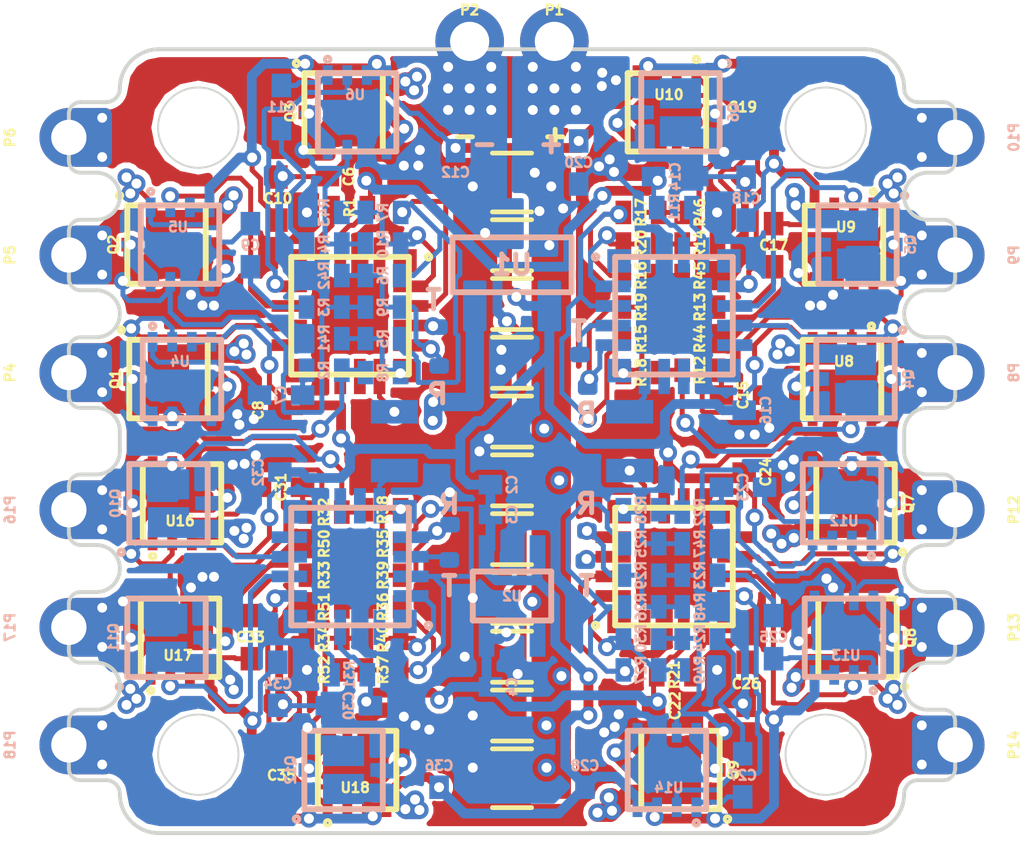
<source format=kicad_pcb>
(kicad_pcb (version 20171130) (host pcbnew "(2018-02-05 revision d1a45d147)-makepkg")
  (layers (0 F.Cu signal) (1 In1.Cu power) (2 In2.Cu power) (31 B.Cu signal) (36 B.SilkS user) (37 F.SilkS user) (38 B.Mask user hide) (39 F.Mask user hide) (44 Edge.Cuts user))
  (net 0 "")
  (net 1 GND)
  (net 2 3.3V)
  (net 3 5V)
  (net 4 "Net-(C7-Pad2)")
  (net 5 "Net-(C9-Pad2)")
  (net 6 "Net-(R1-Pad1)")
  (net 7 VCC)
  (net 8 "Net-(C15-Pad2)")
  (net 9 "Net-(C17-Pad2)")
  (net 10 "Net-(C23-Pad2)")
  (net 11 "Net-(C25-Pad2)")
  (net 12 "Net-(C31-Pad2)")
  (net 13 "Net-(C33-Pad2)")
  (net 14 /ESC_1/Rcp_in)
  (net 15 /ESC_1/PHASE_A)
  (net 16 /ESC_1/PHASE_B)
  (net 17 /ESC_1/PHASE_C)
  (net 18 /ESC_2/Rcp_in)
  (net 19 /ESC_2/PHASE_A)
  (net 20 /ESC_2/PHASE_B)
  (net 21 /ESC_2/PHASE_C)
  (net 22 /ESC_3/Rcp_in)
  (net 23 /ESC_3/PHASE_A)
  (net 24 /ESC_3/PHASE_B)
  (net 25 /ESC_3/PHASE_C)
  (net 26 /ESC_4/Rcp_in)
  (net 27 /ESC_4/PHASE_A)
  (net 28 /ESC_4/PHASE_B)
  (net 29 /ESC_4/PHASE_C)
  (net 30 /ESC_1/PHASEGND)
  (net 31 "Net-(R11-Pad1)")
  (net 32 /ESC_2/PHASEGND)
  (net 33 "Net-(R21-Pad1)")
  (net 34 /ESC_3/PHASEGND)
  (net 35 "Net-(R31-Pad1)")
  (net 36 /ESC_4/PHASEGND)
  (net 37 /ESC_1/LOW_A)
  (net 38 /ESC_1/HIGH_A)
  (net 39 /ESC_1/HIGH_B)
  (net 40 /ESC_1/LOW_B)
  (net 41 /ESC_1/LOW_C)
  (net 42 /ESC_1/HIGH_C)
  (net 43 /ESC_2/LOW_A)
  (net 44 /ESC_2/HIGH_A)
  (net 45 /ESC_2/HIGH_B)
  (net 46 /ESC_2/LOW_B)
  (net 47 /ESC_2/LOW_C)
  (net 48 /ESC_2/HIGH_C)
  (net 49 /ESC_3/HIGH_A)
  (net 50 /ESC_3/LOW_A)
  (net 51 /ESC_3/LOW_B)
  (net 52 /ESC_3/HIGH_B)
  (net 53 /ESC_3/HIGH_C)
  (net 54 /ESC_3/LOW_C)
  (net 55 /ESC_4/HIGH_A)
  (net 56 /ESC_4/LOW_A)
  (net 57 /ESC_4/LOW_B)
  (net 58 /ESC_4/HIGH_B)
  (net 59 /ESC_4/HIGH_C)
  (net 60 /ESC_4/LOW_C)
  (net 61 "Net-(C11-Pad2)")
  (net 62 "Net-(C19-Pad2)")
  (net 63 "Net-(C27-Pad2)")
  (net 64 "Net-(C35-Pad2)")
  (net 65 /ESC_1/SEN_A)
  (net 66 /ESC_1/SEN_B)
  (net 67 /ESC_1/SEN_C)
  (net 68 /ESC_2/SEN_A)
  (net 69 /ESC_2/SEN_B)
  (net 70 /ESC_2/SEN_C)
  (net 71 /ESC_3/SEN_A)
  (net 72 /ESC_3/SEN_B)
  (net 73 /ESC_3/SEN_C)
  (net 74 /ESC_4/SEN_A)
  (net 75 /ESC_4/SEN_B)
  (net 76 /ESC_4/SEN_C)
  (net 77 /ESC_1/PWM_A)
  (net 78 /ESC_1/PWM_B)
  (net 79 /ESC_1/PWM_C)
  (net 80 /ESC_2/PWM_A)
  (net 81 /ESC_2/PWM_B)
  (net 82 /ESC_2/PWM_C)
  (net 83 /ESC_3/PWM_A)
  (net 84 /ESC_3/PWM_B)
  (net 85 /ESC_3/PWM_C)
  (net 86 /ESC_4/PWM_A)
  (net 87 /ESC_4/PWM_B)
  (net 88 /ESC_4/PWM_C)
  (net 89 /ESC_1/BST_C)
  (net 90 /ESC_1/BST_B)
  (net 91 /ESC_1/BST_A)
  (net 92 /ESC_2/BST_C)
  (net 93 /ESC_2/BST_B)
  (net 94 /ESC_2/BST_A)
  (net 95 /ESC_3/BST_C)
  (net 96 /ESC_3/BST_B)
  (net 97 /ESC_3/BST_A)
  (net 98 /ESC_4/BST_C)
  (net 99 /ESC_4/BST_B)
  (net 100 /ESC_4/BST_A)
  (net 101 "Net-(P23-Pad~)")
  (net 102 "Net-(P25-Pad~)")
  (net 103 "Net-(P27-Pad~)")
  (net 104 "Net-(P29-Pad~)")
  (module custom:PowerPad (layer F.Cu) (at 28.92 21)
    (fp_text reference P2 (at 0 -2) (layer F.SilkS) (effects (font (size 0.25 0.25) (thickness 0.0625))))
    (fp_text value Pad)
    (pad ~ thru_hole circle (at 0.55 0) (size 0.508 0.508) (drill 0.254) (layers *.Cu *.Mask) (net 1 GND))
    (pad ~ thru_hole circle (at 0 0) (size 0.508 0.508) (drill 0.254) (layers *.Cu *.Mask) (net 1 GND))
    (pad ~ thru_hole circle (at -0.55 0) (size 0.508 0.508) (drill 0.254) (layers *.Cu *.Mask) (net 1 GND))
    (pad ~ thru_hole circle (at 0 0.55) (size 0.508 0.508) (drill 0.254) (layers *.Cu *.Mask) (net 1 GND))
    (pad ~ smd roundrect (at 0 0) (size 1.75 1.75) (layers F.Cu F.Mask) (roundrect_rratio 0.1) (net 1 GND))
    (pad ~ smd roundrect (at 0 0) (size 1.75 1.75) (layers B.Cu B.Mask) (roundrect_rratio 0.1) (net 1 GND))
    (pad ~ thru_hole circle (at -0.55 -0.55) (size 0.508 0.508) (drill 0.254) (layers *.Cu *.Mask) (net 1 GND))
    (pad ~ thru_hole circle (at 0.55 -0.55) (size 0.508 0.508) (drill 0.254) (layers *.Cu *.Mask) (net 1 GND))
    (pad ~ thru_hole circle (at -0.55 0.55) (size 0.508 0.508) (drill 0.254) (layers *.Cu *.Mask) (net 1 GND))
    (pad ~ thru_hole circle (at 0.55 0.55) (size 0.508 0.508) (drill 0.254) (layers *.Cu *.Mask) (net 1 GND))
    (pad ~ thru_hole circle (at 0 -1.2) (size 1.75 1.75) (drill 1) (layers *.Cu *.Mask) (net 1 GND))
  )
  (module custom:PowerPad (layer F.Cu) (at 31.08 21)
    (fp_text reference P1 (at 0 -2) (layer F.SilkS) (effects (font (size 0.25 0.25) (thickness 0.0625))))
    (fp_text value Pad)
    (pad ~ thru_hole circle (at 0.55 0) (size 0.508 0.508) (drill 0.254) (layers *.Cu *.Mask) (net 7 VCC))
    (pad ~ thru_hole circle (at 0 0) (size 0.508 0.508) (drill 0.254) (layers *.Cu *.Mask) (net 7 VCC))
    (pad ~ thru_hole circle (at -0.55 0) (size 0.508 0.508) (drill 0.254) (layers *.Cu *.Mask) (net 7 VCC))
    (pad ~ thru_hole circle (at 0 0.55) (size 0.508 0.508) (drill 0.254) (layers *.Cu *.Mask) (net 7 VCC))
    (pad ~ smd roundrect (at 0 0) (size 1.75 1.75) (layers F.Cu F.Mask) (roundrect_rratio 0.1) (net 7 VCC))
    (pad ~ smd roundrect (at 0 0) (size 1.75 1.75) (layers B.Cu B.Mask) (roundrect_rratio 0.1) (net 7 VCC))
    (pad ~ thru_hole circle (at -0.55 -0.55) (size 0.508 0.508) (drill 0.254) (layers *.Cu *.Mask) (net 7 VCC))
    (pad ~ thru_hole circle (at 0.55 -0.55) (size 0.508 0.508) (drill 0.254) (layers *.Cu *.Mask) (net 7 VCC))
    (pad ~ thru_hole circle (at -0.55 0.55) (size 0.508 0.508) (drill 0.254) (layers *.Cu *.Mask) (net 7 VCC))
    (pad ~ thru_hole circle (at 0.55 0.55) (size 0.508 0.508) (drill 0.254) (layers *.Cu *.Mask) (net 7 VCC))
    (pad ~ thru_hole circle (at 0 -1.2) (size 1.75 1.75) (drill 1) (layers *.Cu *.Mask) (net 7 VCC))
  )
  (module custom:FlashPad (layer B.Cu) (at 31.93 28.62)
    (fp_text reference P26 hide)
    (fp_text value Pad)
    (pad ~ smd roundrect (at 0 0) (size 0.5 0.4) (layers B.Cu B.Mask) (net 69 /ESC_2/SEN_B))
  )
  (module custom:FlashPad (layer B.Cu) (at 31.73 27.79 180)
    (fp_text reference P25 hide)
    (fp_text value Pad)
    (pad ~ smd roundrect (at 0 0 180) (size 0.5 0.4) (layers B.Cu B.Mask) (net 102 "Net-(P25-Pad~)"))
  )
  (module custom:FlashPad (layer B.Cu) (at 28.14 28.08 180)
    (fp_text reference P24 hide)
    (fp_text value Pad)
    (pad ~ smd roundrect (at 0 0 180) (size 0.5 0.4) (layers B.Cu B.Mask) (net 66 /ESC_1/SEN_B))
  )
  (module custom:FlashPad (layer B.Cu) (at 28.11 27.09 180)
    (fp_text reference P23 hide)
    (fp_text value Pad)
    (pad ~ smd roundrect (at 0 0 180) (size 0.5 0.4) (layers B.Cu B.Mask) (net 101 "Net-(P23-Pad~)"))
  )
  (module custom:FlashPad (layer B.Cu) (at 28.4 33.03 180)
    (fp_text reference P29 hide)
    (fp_text value Pad)
    (pad ~ smd roundrect (at 0 0 180) (size 0.5 0.4) (layers B.Cu B.Mask) (net 104 "Net-(P29-Pad~)"))
  )
  (module custom:FlashPad (layer B.Cu) (at 28.42 32.13 180)
    (fp_text reference P30 hide)
    (fp_text value Pad)
    (pad ~ smd roundrect (at 0 0 180) (size 0.5 0.4) (layers B.Cu B.Mask) (net 75 /ESC_4/SEN_B))
  )
  (module custom:FlashPad (layer B.Cu) (at 31.87 33.06)
    (fp_text reference P27 hide)
    (fp_text value Pad)
    (pad ~ smd roundrect (at 0 0) (size 0.5 0.4) (layers B.Cu B.Mask) (net 103 "Net-(P27-Pad~)"))
  )
  (module custom:FlashPad (layer B.Cu) (at 31.91 32.29)
    (fp_text reference P28 hide)
    (fp_text value Pad)
    (pad ~ smd roundrect (at 0 0) (size 0.5 0.4) (layers B.Cu B.Mask) (net 72 /ESC_3/SEN_B))
  )
  (module custom:C_0402 (layer F.Cu) (at 36.47 30.79 180)
    (fp_text reference C24 (at 0 0 270) (layer F.SilkS) (effects (font (size 0.25 0.25) (thickness 0.0625))))
    (fp_text value 1uF)
    (pad 2 smd rect (at 0.55 0 180) (size 0.6 0.5) (layers F.Cu F.Mask) (net 3 5V))
    (pad 1 smd rect (at -0.55 0 180) (size 0.6 0.5) (layers F.Cu F.Mask) (net 1 GND))
  )
  (module custom:QFN20 (layer F.Cu) (at 34.13 33.2 90)
    (fp_text reference U11 hide)
    (fp_text value EFM8BB21-QFN20)
    (pad 1 smd rect (at -1.4 -1.4 90) (size 0.6 0.6) (layers F.Cu F.Mask))
    (pad 2 smd rect (at -1.55 -0.75 90) (size 0.9 0.3) (layers F.Cu F.Mask))
    (pad 21 smd rect (at 0 0 90) (size 1.8 1.8) (layers F.Cu F.Mask) (net 1 GND))
    (pad 20 smd rect (at -0.75 -1.55 90) (size 0.3 0.9) (layers F.Cu F.Mask) (net 71 /ESC_3/SEN_A))
    (pad 19 smd rect (at -0.25 -1.55 90) (size 0.3 0.9) (layers F.Cu F.Mask) (net 34 /ESC_3/PHASEGND))
    (pad 18 smd rect (at 0.25 -1.55 90) (size 0.3 0.9) (layers F.Cu F.Mask) (net 103 "Net-(P27-Pad~)"))
    (pad 17 smd rect (at 0.75 -1.55 90) (size 0.3 0.9) (layers F.Cu F.Mask) (net 72 /ESC_3/SEN_B))
    (pad 7 smd rect (at -0.75 1.55 90) (size 0.3 0.9) (layers F.Cu F.Mask) (net 83 /ESC_3/PWM_A))
    (pad 8 smd rect (at -0.25 1.55 90) (size 0.3 0.9) (layers F.Cu F.Mask) (net 84 /ESC_3/PWM_B))
    (pad 9 smd rect (at 0.25 1.55 90) (size 0.3 0.9) (layers F.Cu F.Mask) (net 85 /ESC_3/PWM_C))
    (pad 10 smd rect (at 0.75 1.55 90) (size 0.3 0.9) (layers F.Cu F.Mask))
    (pad 15 smd rect (at 1.55 -0.75 90) (size 0.9 0.3) (layers F.Cu F.Mask) (net 22 /ESC_3/Rcp_in))
    (pad 3 smd rect (at -1.55 -0.25 90) (size 0.9 0.3) (layers F.Cu F.Mask) (net 1 GND))
    (pad 14 smd rect (at 1.55 -0.25 90) (size 0.9 0.3) (layers F.Cu F.Mask))
    (pad 4 smd rect (at -1.55 0.25 90) (size 0.9 0.3) (layers F.Cu F.Mask) (net 2 3.3V))
    (pad 13 smd rect (at 1.55 0.25 90) (size 0.9 0.3) (layers F.Cu F.Mask))
    (pad 5 smd rect (at -1.55 0.75 90) (size 0.9 0.3) (layers F.Cu F.Mask) (net 33 "Net-(R21-Pad1)"))
    (pad 12 smd rect (at 1.55 0.75 90) (size 0.9 0.3) (layers F.Cu F.Mask) (net 1 GND))
    (pad 16 smd rect (at 1.4 -1.4 90) (size 0.6 0.6) (layers F.Cu F.Mask) (net 73 /ESC_3/SEN_C))
    (pad 6 smd rect (at -1.4 1.4 90) (size 0.6 0.6) (layers F.Cu F.Mask))
    (pad 11 smd rect (at 1.4 1.4 90) (size 0.6 0.6) (layers F.Cu F.Mask))
  )
  (module custom:R_0402 (layer B.Cu) (at 33.289336 35.836136 180)
    (fp_text reference R27 (at 0 0 270) (layer B.SilkS) (effects (font (size 0.25 0.25) (thickness 0.0625)) (justify mirror)))
    (fp_text value 10k)
    (pad 2 smd rect (at 0.45 0 180) (size 0.4 0.6) (layers B.Cu B.Mask) (net 34 /ESC_3/PHASEGND))
    (pad 1 smd rect (at -0.45 0 180) (size 0.4 0.6) (layers B.Cu B.Mask) (net 71 /ESC_3/SEN_A))
  )
  (module custom:PhasePad (layer B.Cu) (at 19.4 37.75 270)
    (fp_text reference P18 (at 0 2.2 270) (layer B.SilkS) (effects (font (size 0.25 0.25) (thickness 0.0625)) (justify mirror)))
    (fp_text value Pad)
    (pad ~ smd roundrect (at 0 0.15 270) (size 1.5 1.1) (layers B.Cu B.Mask) (roundrect_rratio 0.15) (net 27 /ESC_4/PHASE_A))
    (pad ~ smd roundrect (at 0 0.15 270) (size 1.5 1.1) (layers F.Cu F.Mask) (roundrect_rratio 0.15) (net 27 /ESC_4/PHASE_A))
    (pad ~ thru_hole circle (at 0 0.7 270) (size 1.5 1.5) (drill 0.9) (layers *.Cu *.Mask) (net 27 /ESC_4/PHASE_A))
    (pad ~ thru_hole circle (at -0.5 -0.15 270) (size 0.5 0.5) (drill 0.25) (layers *.Cu *.Mask) (net 27 /ESC_4/PHASE_A))
    (pad ~ thru_hole circle (at 0.5 -0.15 270) (size 0.5 0.5) (drill 0.25) (layers *.Cu *.Mask) (net 27 /ESC_4/PHASE_A))
  )
  (module custom:PhasePad (layer F.Cu) (at 40.6 37.75 270)
    (fp_text reference P14 (at 0 -2.2 270) (layer F.SilkS) (effects (font (size 0.25 0.25) (thickness 0.0625))))
    (fp_text value Pad)
    (pad ~ smd roundrect (at 0 -0.15 270) (size 1.5 1.1) (layers F.Cu F.Mask) (roundrect_rratio 0.15) (net 23 /ESC_3/PHASE_A))
    (pad ~ smd roundrect (at 0 -0.15 270) (size 1.5 1.1) (layers B.Cu B.Mask) (roundrect_rratio 0.15) (net 23 /ESC_3/PHASE_A))
    (pad ~ thru_hole circle (at 0 -0.7 270) (size 1.5 1.5) (drill 0.9) (layers *.Cu *.Mask) (net 23 /ESC_3/PHASE_A))
    (pad ~ thru_hole circle (at -0.5 0.15 270) (size 0.5 0.5) (drill 0.25) (layers *.Cu *.Mask) (net 23 /ESC_3/PHASE_A))
    (pad ~ thru_hole circle (at 0.5 0.15 270) (size 0.5 0.5) (drill 0.25) (layers *.Cu *.Mask) (net 23 /ESC_3/PHASE_A))
  )
  (module custom:R_0402 (layer B.Cu) (at 26.71 24.97)
    (fp_text reference R10 (at 0 0 -270) (layer B.SilkS) (effects (font (size 0.25 0.25) (thickness 0.0625)) (justify mirror)))
    (fp_text value 100k)
    (pad 2 smd rect (at 0.45 0) (size 0.4 0.6) (layers B.Cu B.Mask) (net 65 /ESC_1/SEN_A))
    (pad 1 smd rect (at -0.45 0) (size 0.4 0.6) (layers B.Cu B.Mask) (net 15 /ESC_1/PHASE_A))
  )
  (module custom:PhasePad (layer B.Cu) (at 19.4 34.75 270)
    (fp_text reference P17 (at 0 2.2 270) (layer B.SilkS) (effects (font (size 0.25 0.25) (thickness 0.0625)) (justify mirror)))
    (fp_text value Pad)
    (pad ~ smd roundrect (at 0 0.15 270) (size 1.5 1.1) (layers B.Cu B.Mask) (roundrect_rratio 0.15) (net 28 /ESC_4/PHASE_B))
    (pad ~ smd roundrect (at 0 0.15 270) (size 1.5 1.1) (layers F.Cu F.Mask) (roundrect_rratio 0.15) (net 28 /ESC_4/PHASE_B))
    (pad ~ thru_hole circle (at 0 0.7 270) (size 1.5 1.5) (drill 0.9) (layers *.Cu *.Mask) (net 28 /ESC_4/PHASE_B))
    (pad ~ thru_hole circle (at -0.5 -0.15 270) (size 0.5 0.5) (drill 0.25) (layers *.Cu *.Mask) (net 28 /ESC_4/PHASE_B))
    (pad ~ thru_hole circle (at 0.5 -0.15 270) (size 0.5 0.5) (drill 0.25) (layers *.Cu *.Mask) (net 28 /ESC_4/PHASE_B))
  )
  (module custom:PhasePad (layer F.Cu) (at 19.4 22.25 90)
    (fp_text reference P6 (at 0 -2.2 90) (layer F.SilkS) (effects (font (size 0.25 0.25) (thickness 0.0625))))
    (fp_text value Pad)
    (pad ~ smd roundrect (at 0 -0.15 90) (size 1.5 1.1) (layers F.Cu F.Mask) (roundrect_rratio 0.15) (net 15 /ESC_1/PHASE_A))
    (pad ~ smd roundrect (at 0 -0.15 90) (size 1.5 1.1) (layers B.Cu B.Mask) (roundrect_rratio 0.15) (net 15 /ESC_1/PHASE_A))
    (pad ~ thru_hole circle (at 0 -0.7 90) (size 1.5 1.5) (drill 0.9) (layers *.Cu *.Mask) (net 15 /ESC_1/PHASE_A))
    (pad ~ thru_hole circle (at -0.5 0.15 90) (size 0.5 0.5) (drill 0.25) (layers *.Cu *.Mask) (net 15 /ESC_1/PHASE_A))
    (pad ~ thru_hole circle (at 0.5 0.15 90) (size 0.5 0.5) (drill 0.25) (layers *.Cu *.Mask) (net 15 /ESC_1/PHASE_A))
  )
  (module custom:R_0402 (layer B.Cu) (at 25.210664 25.773864 180)
    (fp_text reference R42 (at 0 0 -90) (layer B.SilkS) (effects (font (size 0.25 0.25) (thickness 0.0625)) (justify mirror)))
    (fp_text value 10k)
    (pad 2 smd rect (at 0.45 0 180) (size 0.4 0.6) (layers B.Cu B.Mask) (net 1 GND))
    (pad 1 smd rect (at -0.45 0 180) (size 0.4 0.6) (layers B.Cu B.Mask) (net 66 /ESC_1/SEN_B))
  )
  (module custom:R_0402 (layer B.Cu) (at 25.21 24.97 180)
    (fp_text reference R4 (at 0 0 -90) (layer B.SilkS) (effects (font (size 0.25 0.25) (thickness 0.0625)) (justify mirror)))
    (fp_text value 1)
    (pad 2 smd rect (at 0.45 0 180) (size 0.4 0.6) (layers B.Cu B.Mask) (net 91 /ESC_1/BST_A))
    (pad 1 smd rect (at -0.45 0 180) (size 0.4 0.6) (layers B.Cu B.Mask) (net 15 /ESC_1/PHASE_A))
  )
  (module custom:C_0402 (layer F.Cu) (at 24.03 23.81 270)
    (fp_text reference C10 (at 0 0) (layer F.SilkS) (effects (font (size 0.25 0.25) (thickness 0.0625))))
    (fp_text value 1uF)
    (pad 2 smd rect (at 0.55 0 270) (size 0.6 0.5) (layers F.Cu F.Mask) (net 3 5V))
    (pad 1 smd rect (at -0.55 0 270) (size 0.6 0.5) (layers F.Cu F.Mask) (net 1 GND))
  )
  (module custom:R_0402 (layer B.Cu) (at 26.71 26.58)
    (fp_text reference R9 (at 0 0 -270) (layer B.SilkS) (effects (font (size 0.25 0.25) (thickness 0.0625)) (justify mirror)))
    (fp_text value 100k)
    (pad 2 smd rect (at 0.45 0) (size 0.4 0.6) (layers B.Cu B.Mask) (net 66 /ESC_1/SEN_B))
    (pad 1 smd rect (at -0.45 0) (size 0.4 0.6) (layers B.Cu B.Mask) (net 16 /ESC_1/PHASE_B))
  )
  (module custom:C_0402 (layer F.Cu) (at 23.53 29.21)
    (fp_text reference C8 (at 0 0 90) (layer F.SilkS) (effects (font (size 0.25 0.25) (thickness 0.0625))))
    (fp_text value 1uF)
    (pad 2 smd rect (at 0.55 0) (size 0.6 0.5) (layers F.Cu F.Mask) (net 3 5V))
    (pad 1 smd rect (at -0.55 0) (size 0.6 0.5) (layers F.Cu F.Mask) (net 1 GND))
  )
  (module custom:UDFN6-NTLUD4 (layer F.Cu) (at 25.705 21.61 90)
    (fp_text reference Q3 (at 0 -1.35 90) (layer F.SilkS) (effects (font (size 0.25 0.25) (thickness 0.0625))))
    (fp_text value NTLUD4C26N)
    (pad 6 smd rect (at 0.485 0 90) (size 0.77 1.05) (layers F.Cu F.Mask) (net 7 VCC))
    (pad 3 smd rect (at -0.485 0 90) (size 0.77 1.05) (layers F.Cu F.Mask) (net 15 /ESC_1/PHASE_A))
    (pad 6 smd rect (at 0.65 0.915 90) (size 0.35 0.47) (layers F.Cu F.Mask) (net 7 VCC))
    (pad 5 smd rect (at 0 0.915 90) (size 0.35 0.47) (layers F.Cu F.Mask) (net 37 /ESC_1/LOW_A))
    (pad 4 smd rect (at -0.65 0.915 90) (size 0.35 0.47) (layers F.Cu F.Mask) (net 1 GND))
    (pad 1 smd rect (at 0.65 -0.915 90) (size 0.35 0.47) (layers F.Cu F.Mask) (net 15 /ESC_1/PHASE_A))
    (pad 2 smd rect (at 0 -0.915 90) (size 0.35 0.47) (layers F.Cu F.Mask) (net 38 /ESC_1/HIGH_A))
    (pad 3 smd rect (at -0.65 -0.915 90) (size 0.35 0.47) (layers F.Cu F.Mask) (net 15 /ESC_1/PHASE_A))
  )
  (module custom:UDFN6-NTLUD4 (layer F.Cu) (at 21.19 24.985 90)
    (fp_text reference Q2 (at 0 -1.35 90) (layer F.SilkS) (effects (font (size 0.25 0.25) (thickness 0.0625))))
    (fp_text value NTLUD4C26N)
    (pad 6 smd rect (at 0.485 0 90) (size 0.77 1.05) (layers F.Cu F.Mask) (net 7 VCC))
    (pad 3 smd rect (at -0.485 0 90) (size 0.77 1.05) (layers F.Cu F.Mask) (net 16 /ESC_1/PHASE_B))
    (pad 6 smd rect (at 0.65 0.915 90) (size 0.35 0.47) (layers F.Cu F.Mask) (net 7 VCC))
    (pad 5 smd rect (at 0 0.915 90) (size 0.35 0.47) (layers F.Cu F.Mask) (net 40 /ESC_1/LOW_B))
    (pad 4 smd rect (at -0.65 0.915 90) (size 0.35 0.47) (layers F.Cu F.Mask) (net 1 GND))
    (pad 1 smd rect (at 0.65 -0.915 90) (size 0.35 0.47) (layers F.Cu F.Mask) (net 16 /ESC_1/PHASE_B))
    (pad 2 smd rect (at 0 -0.915 90) (size 0.35 0.47) (layers F.Cu F.Mask) (net 39 /ESC_1/HIGH_B))
    (pad 3 smd rect (at -0.65 -0.915 90) (size 0.35 0.47) (layers F.Cu F.Mask) (net 16 /ESC_1/PHASE_B))
  )
  (module custom:UDFN6-NTLUD4 (layer F.Cu) (at 21.24 28.415 90)
    (fp_text reference Q1 (at 0 -1.35 90) (layer F.SilkS) (effects (font (size 0.25 0.25) (thickness 0.0625))))
    (fp_text value NTLUD4C26N)
    (pad 6 smd rect (at 0.485 0 90) (size 0.77 1.05) (layers F.Cu F.Mask) (net 7 VCC))
    (pad 3 smd rect (at -0.485 0 90) (size 0.77 1.05) (layers F.Cu F.Mask) (net 17 /ESC_1/PHASE_C))
    (pad 6 smd rect (at 0.65 0.915 90) (size 0.35 0.47) (layers F.Cu F.Mask) (net 7 VCC))
    (pad 5 smd rect (at 0 0.915 90) (size 0.35 0.47) (layers F.Cu F.Mask) (net 41 /ESC_1/LOW_C))
    (pad 4 smd rect (at -0.65 0.915 90) (size 0.35 0.47) (layers F.Cu F.Mask) (net 1 GND))
    (pad 1 smd rect (at 0.65 -0.915 90) (size 0.35 0.47) (layers F.Cu F.Mask) (net 17 /ESC_1/PHASE_C))
    (pad 2 smd rect (at 0 -0.915 90) (size 0.35 0.47) (layers F.Cu F.Mask) (net 42 /ESC_1/HIGH_C))
    (pad 3 smd rect (at -0.65 -0.915 90) (size 0.35 0.47) (layers F.Cu F.Mask) (net 17 /ESC_1/PHASE_C))
  )
  (module custom:HOLE (layer F.Cu) (at 22 22 180)
    (fp_text reference P19 hide)
    (fp_text value Pad hide)
    (pad "" np_thru_hole circle (at 0 0 180) (size 2 2) (drill 2) (layers *.Cu *.Mask))
  )
  (module custom:PhasePad (layer B.Cu) (at 19.4 31.75 270)
    (fp_text reference P16 (at 0 2.2 270) (layer B.SilkS) (effects (font (size 0.25 0.25) (thickness 0.0625)) (justify mirror)))
    (fp_text value Pad)
    (pad ~ smd roundrect (at 0 0.15 270) (size 1.5 1.1) (layers B.Cu B.Mask) (roundrect_rratio 0.15) (net 29 /ESC_4/PHASE_C))
    (pad ~ smd roundrect (at 0 0.15 270) (size 1.5 1.1) (layers F.Cu F.Mask) (roundrect_rratio 0.15) (net 29 /ESC_4/PHASE_C))
    (pad ~ thru_hole circle (at 0 0.7 270) (size 1.5 1.5) (drill 0.9) (layers *.Cu *.Mask) (net 29 /ESC_4/PHASE_C))
    (pad ~ thru_hole circle (at -0.5 -0.15 270) (size 0.5 0.5) (drill 0.25) (layers *.Cu *.Mask) (net 29 /ESC_4/PHASE_C))
    (pad ~ thru_hole circle (at 0.5 -0.15 270) (size 0.5 0.5) (drill 0.25) (layers *.Cu *.Mask) (net 29 /ESC_4/PHASE_C))
  )
  (module custom:PhasePad (layer F.Cu) (at 40.6 34.75 270)
    (fp_text reference P13 (at 0 -2.2 270) (layer F.SilkS) (effects (font (size 0.25 0.25) (thickness 0.0625))))
    (fp_text value Pad)
    (pad ~ smd roundrect (at 0 -0.15 270) (size 1.5 1.1) (layers F.Cu F.Mask) (roundrect_rratio 0.15) (net 24 /ESC_3/PHASE_B))
    (pad ~ smd roundrect (at 0 -0.15 270) (size 1.5 1.1) (layers B.Cu B.Mask) (roundrect_rratio 0.15) (net 24 /ESC_3/PHASE_B))
    (pad ~ thru_hole circle (at 0 -0.7 270) (size 1.5 1.5) (drill 0.9) (layers *.Cu *.Mask) (net 24 /ESC_3/PHASE_B))
    (pad ~ thru_hole circle (at -0.5 0.15 270) (size 0.5 0.5) (drill 0.25) (layers *.Cu *.Mask) (net 24 /ESC_3/PHASE_B))
    (pad ~ thru_hole circle (at 0.5 0.15 270) (size 0.5 0.5) (drill 0.25) (layers *.Cu *.Mask) (net 24 /ESC_3/PHASE_B))
  )
  (module custom:PhasePad (layer F.Cu) (at 40.6 31.75 270)
    (fp_text reference P12 (at 0 -2.2 270) (layer F.SilkS) (effects (font (size 0.25 0.25) (thickness 0.0625))))
    (fp_text value Pad)
    (pad ~ smd roundrect (at 0 -0.15 270) (size 1.5 1.1) (layers F.Cu F.Mask) (roundrect_rratio 0.15) (net 25 /ESC_3/PHASE_C))
    (pad ~ smd roundrect (at 0 -0.15 270) (size 1.5 1.1) (layers B.Cu B.Mask) (roundrect_rratio 0.15) (net 25 /ESC_3/PHASE_C))
    (pad ~ thru_hole circle (at 0 -0.7 270) (size 1.5 1.5) (drill 0.9) (layers *.Cu *.Mask) (net 25 /ESC_3/PHASE_C))
    (pad ~ thru_hole circle (at -0.5 0.15 270) (size 0.5 0.5) (drill 0.25) (layers *.Cu *.Mask) (net 25 /ESC_3/PHASE_C))
    (pad ~ thru_hole circle (at 0.5 0.15 270) (size 0.5 0.5) (drill 0.25) (layers *.Cu *.Mask) (net 25 /ESC_3/PHASE_C))
  )
  (module custom:PhasePad (layer F.Cu) (at 19.4 25.25 90)
    (fp_text reference P5 (at 0 -2.2 90) (layer F.SilkS) (effects (font (size 0.25 0.25) (thickness 0.0625))))
    (fp_text value Pad)
    (pad ~ smd roundrect (at 0 -0.15 90) (size 1.5 1.1) (layers F.Cu F.Mask) (roundrect_rratio 0.15) (net 16 /ESC_1/PHASE_B))
    (pad ~ smd roundrect (at 0 -0.15 90) (size 1.5 1.1) (layers B.Cu B.Mask) (roundrect_rratio 0.15) (net 16 /ESC_1/PHASE_B))
    (pad ~ thru_hole circle (at 0 -0.7 90) (size 1.5 1.5) (drill 0.9) (layers *.Cu *.Mask) (net 16 /ESC_1/PHASE_B))
    (pad ~ thru_hole circle (at -0.5 0.15 90) (size 0.5 0.5) (drill 0.25) (layers *.Cu *.Mask) (net 16 /ESC_1/PHASE_B))
    (pad ~ thru_hole circle (at 0.5 0.15 90) (size 0.5 0.5) (drill 0.25) (layers *.Cu *.Mask) (net 16 /ESC_1/PHASE_B))
  )
  (module custom:PhasePad (layer F.Cu) (at 19.4 28.25 90)
    (fp_text reference P4 (at 0 -2.2 90) (layer F.SilkS) (effects (font (size 0.25 0.25) (thickness 0.0625))))
    (fp_text value Pad)
    (pad ~ smd roundrect (at 0 -0.15 90) (size 1.5 1.1) (layers F.Cu F.Mask) (roundrect_rratio 0.15) (net 17 /ESC_1/PHASE_C))
    (pad ~ smd roundrect (at 0 -0.15 90) (size 1.5 1.1) (layers B.Cu B.Mask) (roundrect_rratio 0.15) (net 17 /ESC_1/PHASE_C))
    (pad ~ thru_hole circle (at 0 -0.7 90) (size 1.5 1.5) (drill 0.9) (layers *.Cu *.Mask) (net 17 /ESC_1/PHASE_C))
    (pad ~ thru_hole circle (at -0.5 0.15 90) (size 0.5 0.5) (drill 0.25) (layers *.Cu *.Mask) (net 17 /ESC_1/PHASE_C))
    (pad ~ thru_hole circle (at 0.5 0.15 90) (size 0.5 0.5) (drill 0.25) (layers *.Cu *.Mask) (net 17 /ESC_1/PHASE_C))
  )
  (module custom:RCPad (layer B.Cu) (at 27 29.25 180)
    (fp_text reference P3 hide)
    (fp_text value Pad)
    (pad ~ smd rect (at 0 0 180) (size 1.2 0.6) (layers B.Cu B.Mask) (net 14 /ESC_1/Rcp_in))
  )
  (module custom:PhasePad (layer B.Cu) (at 40.6 22.25 90)
    (fp_text reference P10 (at 0 2.2 90) (layer B.SilkS) (effects (font (size 0.25 0.25) (thickness 0.0625)) (justify mirror)))
    (fp_text value Pad)
    (pad ~ smd roundrect (at 0 0.15 90) (size 1.5 1.1) (layers B.Cu B.Mask) (roundrect_rratio 0.15) (net 19 /ESC_2/PHASE_A))
    (pad ~ smd roundrect (at 0 0.15 90) (size 1.5 1.1) (layers F.Cu F.Mask) (roundrect_rratio 0.15) (net 19 /ESC_2/PHASE_A))
    (pad ~ thru_hole circle (at 0 0.7 90) (size 1.5 1.5) (drill 0.9) (layers *.Cu *.Mask) (net 19 /ESC_2/PHASE_A))
    (pad ~ thru_hole circle (at -0.5 -0.15 90) (size 0.5 0.5) (drill 0.25) (layers *.Cu *.Mask) (net 19 /ESC_2/PHASE_A))
    (pad ~ thru_hole circle (at 0.5 -0.15 90) (size 0.5 0.5) (drill 0.25) (layers *.Cu *.Mask) (net 19 /ESC_2/PHASE_A))
  )
  (module custom:PhasePad (layer B.Cu) (at 40.6 25.25 90)
    (fp_text reference P9 (at 0 2.2 90) (layer B.SilkS) (effects (font (size 0.25 0.25) (thickness 0.0625)) (justify mirror)))
    (fp_text value Pad)
    (pad ~ smd roundrect (at 0 0.15 90) (size 1.5 1.1) (layers B.Cu B.Mask) (roundrect_rratio 0.15) (net 20 /ESC_2/PHASE_B))
    (pad ~ smd roundrect (at 0 0.15 90) (size 1.5 1.1) (layers F.Cu F.Mask) (roundrect_rratio 0.15) (net 20 /ESC_2/PHASE_B))
    (pad ~ thru_hole circle (at 0 0.7 90) (size 1.5 1.5) (drill 0.9) (layers *.Cu *.Mask) (net 20 /ESC_2/PHASE_B))
    (pad ~ thru_hole circle (at -0.5 -0.15 90) (size 0.5 0.5) (drill 0.25) (layers *.Cu *.Mask) (net 20 /ESC_2/PHASE_B))
    (pad ~ thru_hole circle (at 0.5 -0.15 90) (size 0.5 0.5) (drill 0.25) (layers *.Cu *.Mask) (net 20 /ESC_2/PHASE_B))
  )
  (module custom:PhasePad (layer B.Cu) (at 40.6 28.25 90)
    (fp_text reference P8 (at 0 2.2 90) (layer B.SilkS) (effects (font (size 0.25 0.25) (thickness 0.0625)) (justify mirror)))
    (fp_text value Pad)
    (pad ~ smd roundrect (at 0 0.15 90) (size 1.5 1.1) (layers B.Cu B.Mask) (roundrect_rratio 0.15) (net 21 /ESC_2/PHASE_C))
    (pad ~ smd roundrect (at 0 0.15 90) (size 1.5 1.1) (layers F.Cu F.Mask) (roundrect_rratio 0.15) (net 21 /ESC_2/PHASE_C))
    (pad ~ thru_hole circle (at 0 0.7 90) (size 1.5 1.5) (drill 0.9) (layers *.Cu *.Mask) (net 21 /ESC_2/PHASE_C))
    (pad ~ thru_hole circle (at -0.5 -0.15 90) (size 0.5 0.5) (drill 0.25) (layers *.Cu *.Mask) (net 21 /ESC_2/PHASE_C))
    (pad ~ thru_hole circle (at 0.5 -0.15 90) (size 0.5 0.5) (drill 0.25) (layers *.Cu *.Mask) (net 21 /ESC_2/PHASE_C))
  )
  (module custom:QFN20 (layer F.Cu) (at 25.87 26.8 270)
    (fp_text reference U3 hide)
    (fp_text value EFM8BB21-QFN20)
    (pad 1 smd rect (at -1.4 -1.4 270) (size 0.6 0.6) (layers F.Cu F.Mask))
    (pad 2 smd rect (at -1.55 -0.75 270) (size 0.9 0.3) (layers F.Cu F.Mask))
    (pad 21 smd rect (at 0 0 270) (size 1.8 1.8) (layers F.Cu F.Mask) (net 1 GND))
    (pad 20 smd rect (at -0.75 -1.55 270) (size 0.3 0.9) (layers F.Cu F.Mask) (net 65 /ESC_1/SEN_A))
    (pad 19 smd rect (at -0.25 -1.55 270) (size 0.3 0.9) (layers F.Cu F.Mask) (net 30 /ESC_1/PHASEGND))
    (pad 18 smd rect (at 0.25 -1.55 270) (size 0.3 0.9) (layers F.Cu F.Mask) (net 101 "Net-(P23-Pad~)"))
    (pad 17 smd rect (at 0.75 -1.55 270) (size 0.3 0.9) (layers F.Cu F.Mask) (net 66 /ESC_1/SEN_B))
    (pad 7 smd rect (at -0.75 1.55 270) (size 0.3 0.9) (layers F.Cu F.Mask) (net 77 /ESC_1/PWM_A))
    (pad 8 smd rect (at -0.25 1.55 270) (size 0.3 0.9) (layers F.Cu F.Mask) (net 78 /ESC_1/PWM_B))
    (pad 9 smd rect (at 0.25 1.55 270) (size 0.3 0.9) (layers F.Cu F.Mask) (net 79 /ESC_1/PWM_C))
    (pad 10 smd rect (at 0.75 1.55 270) (size 0.3 0.9) (layers F.Cu F.Mask))
    (pad 15 smd rect (at 1.55 -0.75 270) (size 0.9 0.3) (layers F.Cu F.Mask) (net 14 /ESC_1/Rcp_in))
    (pad 3 smd rect (at -1.55 -0.25 270) (size 0.9 0.3) (layers F.Cu F.Mask) (net 1 GND))
    (pad 14 smd rect (at 1.55 -0.25 270) (size 0.9 0.3) (layers F.Cu F.Mask))
    (pad 4 smd rect (at -1.55 0.25 270) (size 0.9 0.3) (layers F.Cu F.Mask) (net 2 3.3V))
    (pad 13 smd rect (at 1.55 0.25 270) (size 0.9 0.3) (layers F.Cu F.Mask))
    (pad 5 smd rect (at -1.55 0.75 270) (size 0.9 0.3) (layers F.Cu F.Mask) (net 6 "Net-(R1-Pad1)"))
    (pad 12 smd rect (at 1.55 0.75 270) (size 0.9 0.3) (layers F.Cu F.Mask) (net 1 GND))
    (pad 16 smd rect (at 1.4 -1.4 270) (size 0.6 0.6) (layers F.Cu F.Mask) (net 67 /ESC_1/SEN_C))
    (pad 6 smd rect (at -1.4 1.4 270) (size 0.6 0.6) (layers F.Cu F.Mask))
    (pad 11 smd rect (at 1.4 1.4 270) (size 0.6 0.6) (layers F.Cu F.Mask))
  )
  (module custom:C_0402 (layer B.Cu) (at 30 31.11 180)
    (fp_text reference C2 (at 0 0 90) (layer B.SilkS) (effects (font (size 0.25 0.25) (thickness 0.0625)) (justify mirror)))
    (fp_text value 10uF)
    (pad 2 smd rect (at 0.55 0 180) (size 0.6 0.5) (layers B.Cu B.Mask) (net 3 5V))
    (pad 1 smd rect (at -0.55 0 180) (size 0.6 0.5) (layers B.Cu B.Mask) (net 1 GND))
  )
  (module custom:C_0402 (layer F.Cu) (at 25.84 23.25)
    (fp_text reference C6 (at 0 0 90) (layer F.SilkS) (effects (font (size 0.25 0.25) (thickness 0.0625))))
    (fp_text value 4.7uF)
    (pad 2 smd rect (at 0.55 0) (size 0.6 0.5) (layers F.Cu F.Mask) (net 2 3.3V))
    (pad 1 smd rect (at -0.55 0) (size 0.6 0.5) (layers F.Cu F.Mask) (net 1 GND))
  )
  (module custom:C_0402 (layer B.Cu) (at 24.11 28.825 180)
    (fp_text reference C7 (at 0 0 90) (layer B.SilkS) (effects (font (size 0.25 0.25) (thickness 0.0625)) (justify mirror)))
    (fp_text value 1uF)
    (pad 2 smd rect (at 0.55 0 180) (size 0.6 0.5) (layers B.Cu B.Mask) (net 4 "Net-(C7-Pad2)"))
    (pad 1 smd rect (at -0.55 0 180) (size 0.6 0.5) (layers B.Cu B.Mask) (net 89 /ESC_1/BST_C))
  )
  (module custom:C_0402 (layer B.Cu) (at 23.33 25 90)
    (fp_text reference C9 (at 0 0) (layer B.SilkS) (effects (font (size 0.25 0.25) (thickness 0.0625)) (justify mirror)))
    (fp_text value 1uF)
    (pad 2 smd rect (at 0.55 0 90) (size 0.6 0.5) (layers B.Cu B.Mask) (net 5 "Net-(C9-Pad2)"))
    (pad 1 smd rect (at -0.55 0 90) (size 0.6 0.5) (layers B.Cu B.Mask) (net 90 /ESC_1/BST_B))
  )
  (module custom:C_0402 (layer B.Cu) (at 24.12 21.475 90)
    (fp_text reference C11 (at 0 0) (layer B.SilkS) (effects (font (size 0.25 0.25) (thickness 0.0625)) (justify mirror)))
    (fp_text value 1uF)
    (pad 2 smd rect (at 0.55 0 90) (size 0.6 0.5) (layers B.Cu B.Mask) (net 61 "Net-(C11-Pad2)"))
    (pad 1 smd rect (at -0.55 0 90) (size 0.6 0.5) (layers B.Cu B.Mask) (net 91 /ESC_1/BST_A))
  )
  (module custom:C_0402 (layer B.Cu) (at 28.56 23.14 90)
    (fp_text reference C12 (at 0 0) (layer B.SilkS) (effects (font (size 0.25 0.25) (thickness 0.0625)) (justify mirror)))
    (fp_text value 1uF)
    (pad 2 smd rect (at 0.55 0 90) (size 0.6 0.5) (layers B.Cu B.Mask) (net 3 5V))
    (pad 1 smd rect (at -0.55 0 90) (size 0.6 0.5) (layers B.Cu B.Mask) (net 1 GND))
  )
  (module custom:R_0402 (layer F.Cu) (at 25.86 24.04)
    (fp_text reference R1 (at 0 0 -90) (layer F.SilkS) (effects (font (size 0.25 0.25) (thickness 0.0625))))
    (fp_text value 1k)
    (pad 2 smd rect (at 0.45 0) (size 0.4 0.6) (layers F.Cu F.Mask) (net 2 3.3V))
    (pad 1 smd rect (at -0.45 0) (size 0.4 0.6) (layers F.Cu F.Mask) (net 6 "Net-(R1-Pad1)"))
  )
  (module custom:R_0402 (layer B.Cu) (at 25.21 28.19 180)
    (fp_text reference R2 (at 0 0 -90) (layer B.SilkS) (effects (font (size 0.25 0.25) (thickness 0.0625)) (justify mirror)))
    (fp_text value 1)
    (pad 2 smd rect (at 0.45 0 180) (size 0.4 0.6) (layers B.Cu B.Mask) (net 89 /ESC_1/BST_C))
    (pad 1 smd rect (at -0.45 0 180) (size 0.4 0.6) (layers B.Cu B.Mask) (net 17 /ESC_1/PHASE_C))
  )
  (module custom:R_0402 (layer B.Cu) (at 25.21 26.58 180)
    (fp_text reference R3 (at 0 0 -90) (layer B.SilkS) (effects (font (size 0.25 0.25) (thickness 0.0625)) (justify mirror)))
    (fp_text value 1)
    (pad 2 smd rect (at 0.45 0 180) (size 0.4 0.6) (layers B.Cu B.Mask) (net 90 /ESC_1/BST_B))
    (pad 1 smd rect (at -0.45 0 180) (size 0.4 0.6) (layers B.Cu B.Mask) (net 16 /ESC_1/PHASE_B))
  )
  (module custom:R_0402 (layer B.Cu) (at 26.710664 27.383864)
    (fp_text reference R5 (at 0 0 90) (layer B.SilkS) (effects (font (size 0.25 0.25) (thickness 0.0625)) (justify mirror)))
    (fp_text value 10k)
    (pad 2 smd rect (at 0.45 0) (size 0.4 0.6) (layers B.Cu B.Mask) (net 30 /ESC_1/PHASEGND))
    (pad 1 smd rect (at -0.45 0) (size 0.4 0.6) (layers B.Cu B.Mask) (net 67 /ESC_1/SEN_C))
  )
  (module custom:R_0402 (layer B.Cu) (at 26.710664 25.773864)
    (fp_text reference R6 (at 0 0 90) (layer B.SilkS) (effects (font (size 0.25 0.25) (thickness 0.0625)) (justify mirror)))
    (fp_text value 10k)
    (pad 2 smd rect (at 0.45 0) (size 0.4 0.6) (layers B.Cu B.Mask) (net 30 /ESC_1/PHASEGND))
    (pad 1 smd rect (at -0.45 0) (size 0.4 0.6) (layers B.Cu B.Mask) (net 66 /ESC_1/SEN_B))
  )
  (module custom:R_0402 (layer B.Cu) (at 26.710664 24.163864)
    (fp_text reference R7 (at 0 0 90) (layer B.SilkS) (effects (font (size 0.25 0.25) (thickness 0.0625)) (justify mirror)))
    (fp_text value 10k)
    (pad 2 smd rect (at 0.45 0) (size 0.4 0.6) (layers B.Cu B.Mask) (net 30 /ESC_1/PHASEGND))
    (pad 1 smd rect (at -0.45 0) (size 0.4 0.6) (layers B.Cu B.Mask) (net 65 /ESC_1/SEN_A))
  )
  (module custom:R_0402 (layer B.Cu) (at 26.71 28.25)
    (fp_text reference R8 (at 0 0 -270) (layer B.SilkS) (effects (font (size 0.25 0.25) (thickness 0.0625)) (justify mirror)))
    (fp_text value 100k)
    (pad 2 smd rect (at 0.45 0) (size 0.4 0.6) (layers B.Cu B.Mask) (net 67 /ESC_1/SEN_C))
    (pad 1 smd rect (at -0.45 0) (size 0.4 0.6) (layers B.Cu B.Mask) (net 17 /ESC_1/PHASE_C))
  )
  (module custom:8-WFDFN (layer B.Cu) (at 21.585 28.415 270)
    (fp_text reference U4 (at -0.45 0.05 180) (layer B.SilkS) (effects (font (size 0.25 0.25) (thickness 0.0625)) (justify mirror)))
    (fp_text value TPS51604)
    (pad 5 smd rect (at 0.95 -0.75 270) (size 0.5 0.25) (layers B.Cu B.Mask) (net 41 /ESC_1/LOW_C))
    (pad 4 smd rect (at -0.95 -0.75 270) (size 0.5 0.25) (layers B.Cu B.Mask) (net 3 5V))
    (pad 6 smd rect (at 0.95 -0.25 270) (size 0.5 0.25) (layers B.Cu B.Mask) (net 1 GND))
    (pad 3 smd rect (at -0.95 -0.25 270) (size 0.5 0.25) (layers B.Cu B.Mask) (net 3 5V))
    (pad 7 smd rect (at 0.95 0.25 270) (size 0.5 0.25) (layers B.Cu B.Mask) (net 17 /ESC_1/PHASE_C))
    (pad 2 smd rect (at -0.95 0.25 270) (size 0.5 0.25) (layers B.Cu B.Mask) (net 79 /ESC_1/PWM_C))
    (pad 8 smd rect (at 0.95 0.75 270) (size 0.5 0.25) (layers B.Cu B.Mask) (net 42 /ESC_1/HIGH_C))
    (pad 1 smd rect (at -0.95 0.75 270) (size 0.5 0.25) (layers B.Cu B.Mask) (net 4 "Net-(C7-Pad2)"))
    (pad 9 smd rect (at 0 0 270) (size 0.48 1.6) (layers B.Cu B.Mask) (net 1 GND))
  )
  (module custom:8-WFDFN (layer B.Cu) (at 21.535 24.985 270)
    (fp_text reference U5 (at -0.45 0.05 180) (layer B.SilkS) (effects (font (size 0.25 0.25) (thickness 0.0625)) (justify mirror)))
    (fp_text value TPS51604)
    (pad 5 smd rect (at 0.95 -0.75 270) (size 0.5 0.25) (layers B.Cu B.Mask) (net 40 /ESC_1/LOW_B))
    (pad 4 smd rect (at -0.95 -0.75 270) (size 0.5 0.25) (layers B.Cu B.Mask) (net 3 5V))
    (pad 6 smd rect (at 0.95 -0.25 270) (size 0.5 0.25) (layers B.Cu B.Mask) (net 1 GND))
    (pad 3 smd rect (at -0.95 -0.25 270) (size 0.5 0.25) (layers B.Cu B.Mask) (net 3 5V))
    (pad 7 smd rect (at 0.95 0.25 270) (size 0.5 0.25) (layers B.Cu B.Mask) (net 16 /ESC_1/PHASE_B))
    (pad 2 smd rect (at -0.95 0.25 270) (size 0.5 0.25) (layers B.Cu B.Mask) (net 78 /ESC_1/PWM_B))
    (pad 8 smd rect (at 0.95 0.75 270) (size 0.5 0.25) (layers B.Cu B.Mask) (net 39 /ESC_1/HIGH_B))
    (pad 1 smd rect (at -0.95 0.75 270) (size 0.5 0.25) (layers B.Cu B.Mask) (net 5 "Net-(C9-Pad2)"))
    (pad 9 smd rect (at 0 0 270) (size 0.48 1.6) (layers B.Cu B.Mask) (net 1 GND))
  )
  (module custom:8-WFDFN (layer B.Cu) (at 26.05 21.61 270)
    (fp_text reference U6 (at -0.45 0.05 180) (layer B.SilkS) (effects (font (size 0.25 0.25) (thickness 0.0625)) (justify mirror)))
    (fp_text value TPS51604)
    (pad 5 smd rect (at 0.95 -0.75 270) (size 0.5 0.25) (layers B.Cu B.Mask) (net 37 /ESC_1/LOW_A))
    (pad 4 smd rect (at -0.95 -0.75 270) (size 0.5 0.25) (layers B.Cu B.Mask) (net 3 5V))
    (pad 6 smd rect (at 0.95 -0.25 270) (size 0.5 0.25) (layers B.Cu B.Mask) (net 1 GND))
    (pad 3 smd rect (at -0.95 -0.25 270) (size 0.5 0.25) (layers B.Cu B.Mask) (net 3 5V))
    (pad 7 smd rect (at 0.95 0.25 270) (size 0.5 0.25) (layers B.Cu B.Mask) (net 15 /ESC_1/PHASE_A))
    (pad 2 smd rect (at -0.95 0.25 270) (size 0.5 0.25) (layers B.Cu B.Mask) (net 77 /ESC_1/PWM_A))
    (pad 8 smd rect (at 0.95 0.75 270) (size 0.5 0.25) (layers B.Cu B.Mask) (net 38 /ESC_1/HIGH_A))
    (pad 1 smd rect (at -0.95 0.75 270) (size 0.5 0.25) (layers B.Cu B.Mask) (net 61 "Net-(C11-Pad2)"))
    (pad 9 smd rect (at 0 0 270) (size 0.48 1.6) (layers B.Cu B.Mask) (net 1 GND))
  )
  (module custom:R_0402 (layer B.Cu) (at 25.210664 27.383864 180)
    (fp_text reference R41 (at 0 0 -90) (layer B.SilkS) (effects (font (size 0.25 0.25) (thickness 0.0625)) (justify mirror)))
    (fp_text value 10k)
    (pad 2 smd rect (at 0.45 0 180) (size 0.4 0.6) (layers B.Cu B.Mask) (net 1 GND))
    (pad 1 smd rect (at -0.45 0 180) (size 0.4 0.6) (layers B.Cu B.Mask) (net 67 /ESC_1/SEN_C))
  )
  (module custom:R_0402 (layer B.Cu) (at 25.210664 24.163864 180)
    (fp_text reference R43 (at 0 0 -90) (layer B.SilkS) (effects (font (size 0.25 0.25) (thickness 0.0625)) (justify mirror)))
    (fp_text value 10k)
    (pad 2 smd rect (at 0.45 0 180) (size 0.4 0.6) (layers B.Cu B.Mask) (net 1 GND))
    (pad 1 smd rect (at -0.45 0 180) (size 0.4 0.6) (layers B.Cu B.Mask) (net 65 /ESC_1/SEN_A))
  )
  (module custom:C_0805 (layer F.Cu) (at 30 29.5 180)
    (fp_text reference C1 hide)
    (fp_text value 10uF)
    (pad 1 smd rect (at -1 0 180) (size 1 1.25) (layers F.Cu F.Mask) (net 7 VCC))
    (pad 2 smd rect (at 1 0 180) (size 1 1.25) (layers F.Cu F.Mask) (net 1 GND))
  )
  (module custom:C_0805 (layer F.Cu) (at 30 25 180)
    (fp_text reference C5 hide)
    (fp_text value 10uF)
    (pad 1 smd rect (at -1 0 180) (size 1 1.25) (layers F.Cu F.Mask) (net 7 VCC))
    (pad 2 smd rect (at 1 0 180) (size 1 1.25) (layers F.Cu F.Mask) (net 1 GND))
  )
  (module custom:C_0805 (layer F.Cu) (at 30 37 180)
    (fp_text reference C13 hide)
    (fp_text value 10uF)
    (pad 1 smd rect (at -1 0 180) (size 1 1.25) (layers F.Cu F.Mask) (net 7 VCC))
    (pad 2 smd rect (at 1 0 180) (size 1 1.25) (layers F.Cu F.Mask) (net 1 GND))
  )
  (module custom:C_0805 (layer F.Cu) (at 30 31 180)
    (fp_text reference C21 hide)
    (fp_text value 10uF)
    (pad 1 smd rect (at -1 0 180) (size 1 1.25) (layers F.Cu F.Mask) (net 7 VCC))
    (pad 2 smd rect (at 1 0 180) (size 1 1.25) (layers F.Cu F.Mask) (net 1 GND))
  )
  (module custom:C_0805 (layer F.Cu) (at 30 28 180)
    (fp_text reference C29 hide)
    (fp_text value 10uF)
    (pad 1 smd rect (at -1 0 180) (size 1 1.25) (layers F.Cu F.Mask) (net 7 VCC))
    (pad 2 smd rect (at 1 0 180) (size 1 1.25) (layers F.Cu F.Mask) (net 1 GND))
  )
  (module custom:C_0805 (layer F.Cu) (at 30 35.5 180)
    (fp_text reference C37 hide)
    (fp_text value 10uF)
    (pad 1 smd rect (at -1 0 180) (size 1 1.25) (layers F.Cu F.Mask) (net 7 VCC))
    (pad 2 smd rect (at 1 0 180) (size 1 1.25) (layers F.Cu F.Mask) (net 1 GND))
  )
  (module custom:C_0805 (layer F.Cu) (at 30 23.5 180)
    (fp_text reference C38 hide)
    (fp_text value 10uF)
    (pad 1 smd rect (at -1 0 180) (size 1 1.25) (layers F.Cu F.Mask) (net 7 VCC))
    (pad 2 smd rect (at 1 0 180) (size 1 1.25) (layers F.Cu F.Mask) (net 1 GND))
  )
  (module custom:C_0805 (layer F.Cu) (at 30 32.5 180)
    (fp_text reference C39 hide)
    (fp_text value 10uF)
    (pad 1 smd rect (at -1 0 180) (size 1 1.25) (layers F.Cu F.Mask) (net 7 VCC))
    (pad 2 smd rect (at 1 0 180) (size 1 1.25) (layers F.Cu F.Mask) (net 1 GND))
  )
  (module custom:C_0805 (layer F.Cu) (at 30 34 180)
    (fp_text reference C40 hide)
    (fp_text value 10uF)
    (pad 1 smd rect (at -1 0 180) (size 1 1.25) (layers F.Cu F.Mask) (net 7 VCC))
    (pad 2 smd rect (at 1 0 180) (size 1 1.25) (layers F.Cu F.Mask) (net 1 GND))
  )
  (module custom:C_0805 (layer F.Cu) (at 30 26.5 180)
    (fp_text reference C41 hide)
    (fp_text value 10uF)
    (pad 1 smd rect (at -1 0 180) (size 1 1.25) (layers F.Cu F.Mask) (net 7 VCC))
    (pad 2 smd rect (at 1 0 180) (size 1 1.25) (layers F.Cu F.Mask) (net 1 GND))
  )
  (module custom:C_0805 (layer F.Cu) (at 30 38.5 180)
    (fp_text reference C42 hide)
    (fp_text value 10uF)
    (pad 1 smd rect (at -1 0 180) (size 1 1.25) (layers F.Cu F.Mask) (net 7 VCC))
    (pad 2 smd rect (at 1 0 180) (size 1 1.25) (layers F.Cu F.Mask) (net 1 GND))
  )
  (module custom:C_0402 (layer B.Cu) (at 30 31.87)
    (fp_text reference C3 (at 0 0 -90) (layer B.SilkS) (effects (font (size 0.25 0.25) (thickness 0.0625)) (justify mirror)))
    (fp_text value 4.7uF)
    (pad 2 smd rect (at 0.55 0) (size 0.6 0.5) (layers B.Cu B.Mask) (net 1 GND))
    (pad 1 smd rect (at -0.55 0) (size 0.6 0.5) (layers B.Cu B.Mask) (net 3 5V))
  )
  (module custom:C_0402 (layer B.Cu) (at 30 36.27)
    (fp_text reference C4 (at 0 0 -90) (layer B.SilkS) (effects (font (size 0.25 0.25) (thickness 0.0625)) (justify mirror)))
    (fp_text value 4.7uF)
    (pad 2 smd rect (at 0.55 0) (size 0.6 0.5) (layers B.Cu B.Mask) (net 1 GND))
    (pad 1 smd rect (at -0.55 0) (size 0.6 0.5) (layers B.Cu B.Mask) (net 2 3.3V))
  )
  (module custom:C_0402 (layer B.Cu) (at 34.16 23.25 180)
    (fp_text reference C14 (at 0 0 90) (layer B.SilkS) (effects (font (size 0.25 0.25) (thickness 0.0625)) (justify mirror)))
    (fp_text value 4.7uF)
    (pad 2 smd rect (at 0.55 0 180) (size 0.6 0.5) (layers B.Cu B.Mask) (net 2 3.3V))
    (pad 1 smd rect (at -0.55 0 180) (size 0.6 0.5) (layers B.Cu B.Mask) (net 1 GND))
  )
  (module custom:C_0402 (layer F.Cu) (at 35.89 28.825)
    (fp_text reference C15 (at 0 0 90) (layer F.SilkS) (effects (font (size 0.25 0.25) (thickness 0.0625))))
    (fp_text value 1uF)
    (pad 2 smd rect (at 0.55 0) (size 0.6 0.5) (layers F.Cu F.Mask) (net 8 "Net-(C15-Pad2)"))
    (pad 1 smd rect (at -0.55 0) (size 0.6 0.5) (layers F.Cu F.Mask) (net 92 /ESC_2/BST_C))
  )
  (module custom:C_0402 (layer B.Cu) (at 36.47 29.21 180)
    (fp_text reference C16 (at 0 0 90) (layer B.SilkS) (effects (font (size 0.25 0.25) (thickness 0.0625)) (justify mirror)))
    (fp_text value 1uF)
    (pad 2 smd rect (at 0.55 0 180) (size 0.6 0.5) (layers B.Cu B.Mask) (net 3 5V))
    (pad 1 smd rect (at -0.55 0 180) (size 0.6 0.5) (layers B.Cu B.Mask) (net 1 GND))
  )
  (module custom:C_0402 (layer F.Cu) (at 36.67 25 90)
    (fp_text reference C17 (at 0 0 180) (layer F.SilkS) (effects (font (size 0.25 0.25) (thickness 0.0625))))
    (fp_text value 1uF)
    (pad 2 smd rect (at 0.55 0 90) (size 0.6 0.5) (layers F.Cu F.Mask) (net 9 "Net-(C17-Pad2)"))
    (pad 1 smd rect (at -0.55 0 90) (size 0.6 0.5) (layers F.Cu F.Mask) (net 93 /ESC_2/BST_B))
  )
  (module custom:C_0402 (layer B.Cu) (at 35.97 23.81 270)
    (fp_text reference C18 (at 0 0 180) (layer B.SilkS) (effects (font (size 0.25 0.25) (thickness 0.0625)) (justify mirror)))
    (fp_text value 1uF)
    (pad 2 smd rect (at 0.55 0 270) (size 0.6 0.5) (layers B.Cu B.Mask) (net 3 5V))
    (pad 1 smd rect (at -0.55 0 270) (size 0.6 0.5) (layers B.Cu B.Mask) (net 1 GND))
  )
  (module custom:C_0402 (layer F.Cu) (at 35.88 21.475 90)
    (fp_text reference C19 (at 0 0 180) (layer F.SilkS) (effects (font (size 0.25 0.25) (thickness 0.0625))))
    (fp_text value 1uF)
    (pad 2 smd rect (at 0.55 0 90) (size 0.6 0.5) (layers F.Cu F.Mask) (net 62 "Net-(C19-Pad2)"))
    (pad 1 smd rect (at -0.55 0 90) (size 0.6 0.5) (layers F.Cu F.Mask) (net 94 /ESC_2/BST_A))
  )
  (module custom:C_0402 (layer B.Cu) (at 31.7 22.89 90)
    (fp_text reference C20 (at 0 0) (layer B.SilkS) (effects (font (size 0.25 0.25) (thickness 0.0625)) (justify mirror)))
    (fp_text value 1uF)
    (pad 2 smd rect (at 0.55 0 90) (size 0.6 0.5) (layers B.Cu B.Mask) (net 3 5V))
    (pad 1 smd rect (at -0.55 0 90) (size 0.6 0.5) (layers B.Cu B.Mask) (net 1 GND))
  )
  (module custom:C_0402 (layer F.Cu) (at 34.16 36.75 180)
    (fp_text reference C22 (at 0 0 270) (layer F.SilkS) (effects (font (size 0.25 0.25) (thickness 0.0625))))
    (fp_text value 4.7uF)
    (pad 2 smd rect (at 0.55 0 180) (size 0.6 0.5) (layers F.Cu F.Mask) (net 2 3.3V))
    (pad 1 smd rect (at -0.55 0 180) (size 0.6 0.5) (layers F.Cu F.Mask) (net 1 GND))
  )
  (module custom:C_0402 (layer B.Cu) (at 35.89 31.175)
    (fp_text reference C23 (at 0 0 -90) (layer B.SilkS) (effects (font (size 0.25 0.25) (thickness 0.0625)) (justify mirror)))
    (fp_text value 1uF)
    (pad 2 smd rect (at 0.55 0) (size 0.6 0.5) (layers B.Cu B.Mask) (net 10 "Net-(C23-Pad2)"))
    (pad 1 smd rect (at -0.55 0) (size 0.6 0.5) (layers B.Cu B.Mask) (net 95 /ESC_3/BST_C))
  )
  (module custom:C_0402 (layer B.Cu) (at 36.67 35 270)
    (fp_text reference C25 (at 0 0 180) (layer B.SilkS) (effects (font (size 0.25 0.25) (thickness 0.0625)) (justify mirror)))
    (fp_text value 1uF)
    (pad 2 smd rect (at 0.55 0 270) (size 0.6 0.5) (layers B.Cu B.Mask) (net 11 "Net-(C25-Pad2)"))
    (pad 1 smd rect (at -0.55 0 270) (size 0.6 0.5) (layers B.Cu B.Mask) (net 96 /ESC_3/BST_B))
  )
  (module custom:C_0402 (layer F.Cu) (at 35.97 36.19 90)
    (fp_text reference C26 (at 0 0 180) (layer F.SilkS) (effects (font (size 0.25 0.25) (thickness 0.0625))))
    (fp_text value 1uF)
    (pad 2 smd rect (at 0.55 0 90) (size 0.6 0.5) (layers F.Cu F.Mask) (net 3 5V))
    (pad 1 smd rect (at -0.55 0 90) (size 0.6 0.5) (layers F.Cu F.Mask) (net 1 GND))
  )
  (module custom:C_0402 (layer B.Cu) (at 35.88 38.525 270)
    (fp_text reference C27 (at 0 0 180) (layer B.SilkS) (effects (font (size 0.25 0.25) (thickness 0.0625)) (justify mirror)))
    (fp_text value 1uF)
    (pad 2 smd rect (at 0.55 0 270) (size 0.6 0.5) (layers B.Cu B.Mask) (net 63 "Net-(C27-Pad2)"))
    (pad 1 smd rect (at -0.55 0 270) (size 0.6 0.5) (layers B.Cu B.Mask) (net 97 /ESC_3/BST_A))
  )
  (module custom:C_0402 (layer B.Cu) (at 31.86 38.28 270)
    (fp_text reference C28 (at 0 0 180) (layer B.SilkS) (effects (font (size 0.25 0.25) (thickness 0.0625)) (justify mirror)))
    (fp_text value 1uF)
    (pad 2 smd rect (at 0.55 0 270) (size 0.6 0.5) (layers B.Cu B.Mask) (net 3 5V))
    (pad 1 smd rect (at -0.55 0 270) (size 0.6 0.5) (layers B.Cu B.Mask) (net 1 GND))
  )
  (module custom:C_0402 (layer B.Cu) (at 25.84 36.75)
    (fp_text reference C30 (at 0 0 -90) (layer B.SilkS) (effects (font (size 0.25 0.25) (thickness 0.0625)) (justify mirror)))
    (fp_text value 4.7uF)
    (pad 2 smd rect (at 0.55 0) (size 0.6 0.5) (layers B.Cu B.Mask) (net 2 3.3V))
    (pad 1 smd rect (at -0.55 0) (size 0.6 0.5) (layers B.Cu B.Mask) (net 1 GND))
  )
  (module custom:C_0402 (layer F.Cu) (at 24.11 31.175 180)
    (fp_text reference C31 (at 0 0 270) (layer F.SilkS) (effects (font (size 0.25 0.25) (thickness 0.0625))))
    (fp_text value 1uF)
    (pad 2 smd rect (at 0.55 0 180) (size 0.6 0.5) (layers F.Cu F.Mask) (net 12 "Net-(C31-Pad2)"))
    (pad 1 smd rect (at -0.55 0 180) (size 0.6 0.5) (layers F.Cu F.Mask) (net 98 /ESC_4/BST_C))
  )
  (module custom:C_0402 (layer B.Cu) (at 23.53 30.79)
    (fp_text reference C32 (at 0 0 -90) (layer B.SilkS) (effects (font (size 0.25 0.25) (thickness 0.0625)) (justify mirror)))
    (fp_text value 1uF)
    (pad 2 smd rect (at 0.55 0) (size 0.6 0.5) (layers B.Cu B.Mask) (net 3 5V))
    (pad 1 smd rect (at -0.55 0) (size 0.6 0.5) (layers B.Cu B.Mask) (net 1 GND))
  )
  (module custom:C_0402 (layer F.Cu) (at 23.33 35 270)
    (fp_text reference C33 (at 0 0) (layer F.SilkS) (effects (font (size 0.25 0.25) (thickness 0.0625))))
    (fp_text value 1uF)
    (pad 2 smd rect (at 0.55 0 270) (size 0.6 0.5) (layers F.Cu F.Mask) (net 13 "Net-(C33-Pad2)"))
    (pad 1 smd rect (at -0.55 0 270) (size 0.6 0.5) (layers F.Cu F.Mask) (net 99 /ESC_4/BST_B))
  )
  (module custom:C_0402 (layer B.Cu) (at 24.03 36.19 90)
    (fp_text reference C34 (at 0 0) (layer B.SilkS) (effects (font (size 0.25 0.25) (thickness 0.0625)) (justify mirror)))
    (fp_text value 1uF)
    (pad 2 smd rect (at 0.55 0 90) (size 0.6 0.5) (layers B.Cu B.Mask) (net 3 5V))
    (pad 1 smd rect (at -0.55 0 90) (size 0.6 0.5) (layers B.Cu B.Mask) (net 1 GND))
  )
  (module custom:C_0402 (layer F.Cu) (at 24.12 38.525 270)
    (fp_text reference C35 (at 0 0) (layer F.SilkS) (effects (font (size 0.25 0.25) (thickness 0.0625))))
    (fp_text value 1uF)
    (pad 2 smd rect (at 0.55 0 270) (size 0.6 0.5) (layers F.Cu F.Mask) (net 64 "Net-(C35-Pad2)"))
    (pad 1 smd rect (at -0.55 0 270) (size 0.6 0.5) (layers F.Cu F.Mask) (net 100 /ESC_4/BST_A))
  )
  (module custom:C_0402 (layer B.Cu) (at 28.14 38.28 270)
    (fp_text reference C36 (at 0 0 180) (layer B.SilkS) (effects (font (size 0.25 0.25) (thickness 0.0625)) (justify mirror)))
    (fp_text value 1uF)
    (pad 2 smd rect (at 0.55 0 270) (size 0.6 0.5) (layers B.Cu B.Mask) (net 3 5V))
    (pad 1 smd rect (at -0.55 0 270) (size 0.6 0.5) (layers B.Cu B.Mask) (net 1 GND))
  )
  (module custom:RCPad (layer B.Cu) (at 33 29.25)
    (fp_text reference P7 hide)
    (fp_text value Pad)
    (pad ~ smd rect (at 0 0) (size 1.2 0.6) (layers B.Cu B.Mask) (net 18 /ESC_2/Rcp_in))
  )
  (module custom:RCPad (layer B.Cu) (at 33 30.75)
    (fp_text reference P11 hide)
    (fp_text value Pad)
    (pad ~ smd rect (at 0 0) (size 1.2 0.6) (layers B.Cu B.Mask) (net 22 /ESC_3/Rcp_in))
  )
  (module custom:RCPad (layer B.Cu) (at 27 30.75 180)
    (fp_text reference P15 hide)
    (fp_text value Pad)
    (pad ~ smd rect (at 0 0 180) (size 1.2 0.6) (layers B.Cu B.Mask) (net 26 /ESC_4/Rcp_in))
  )
  (module custom:HOLE (layer B.Cu) (at 38 22)
    (fp_text reference P20 hide)
    (fp_text value Pad hide)
    (pad "" np_thru_hole circle (at 0 0) (size 2 2) (drill 2) (layers *.Cu *.Mask))
  )
  (module custom:HOLE (layer F.Cu) (at 38 38)
    (fp_text reference P21 hide)
    (fp_text value Pad hide)
    (pad "" np_thru_hole circle (at 0 0) (size 2 2) (drill 2) (layers *.Cu *.Mask))
  )
  (module custom:HOLE (layer B.Cu) (at 22 38 180)
    (fp_text reference P22 hide)
    (fp_text value Pad hide)
    (pad "" np_thru_hole circle (at 0 0 180) (size 2 2) (drill 2) (layers *.Cu *.Mask))
  )
  (module custom:UDFN6-NTLUD4 (layer B.Cu) (at 38.76 28.415 90)
    (fp_text reference Q4 (at 0 1.35 90) (layer B.SilkS) (effects (font (size 0.25 0.25) (thickness 0.0625)) (justify mirror)))
    (fp_text value NTLUD4C26N)
    (pad 6 smd rect (at 0.485 0 90) (size 0.77 1.05) (layers B.Cu B.Mask) (net 7 VCC))
    (pad 3 smd rect (at -0.485 0 90) (size 0.77 1.05) (layers B.Cu B.Mask) (net 21 /ESC_2/PHASE_C))
    (pad 6 smd rect (at 0.65 -0.915 90) (size 0.35 0.47) (layers B.Cu B.Mask) (net 7 VCC))
    (pad 5 smd rect (at 0 -0.915 90) (size 0.35 0.47) (layers B.Cu B.Mask) (net 47 /ESC_2/LOW_C))
    (pad 4 smd rect (at -0.65 -0.915 90) (size 0.35 0.47) (layers B.Cu B.Mask) (net 1 GND))
    (pad 1 smd rect (at 0.65 0.915 90) (size 0.35 0.47) (layers B.Cu B.Mask) (net 21 /ESC_2/PHASE_C))
    (pad 2 smd rect (at 0 0.915 90) (size 0.35 0.47) (layers B.Cu B.Mask) (net 48 /ESC_2/HIGH_C))
    (pad 3 smd rect (at -0.65 0.915 90) (size 0.35 0.47) (layers B.Cu B.Mask) (net 21 /ESC_2/PHASE_C))
  )
  (module custom:UDFN6-NTLUD4 (layer B.Cu) (at 38.81 24.985 90)
    (fp_text reference Q5 (at 0 1.35 90) (layer B.SilkS) (effects (font (size 0.25 0.25) (thickness 0.0625)) (justify mirror)))
    (fp_text value NTLUD4C26N)
    (pad 6 smd rect (at 0.485 0 90) (size 0.77 1.05) (layers B.Cu B.Mask) (net 7 VCC))
    (pad 3 smd rect (at -0.485 0 90) (size 0.77 1.05) (layers B.Cu B.Mask) (net 20 /ESC_2/PHASE_B))
    (pad 6 smd rect (at 0.65 -0.915 90) (size 0.35 0.47) (layers B.Cu B.Mask) (net 7 VCC))
    (pad 5 smd rect (at 0 -0.915 90) (size 0.35 0.47) (layers B.Cu B.Mask) (net 46 /ESC_2/LOW_B))
    (pad 4 smd rect (at -0.65 -0.915 90) (size 0.35 0.47) (layers B.Cu B.Mask) (net 1 GND))
    (pad 1 smd rect (at 0.65 0.915 90) (size 0.35 0.47) (layers B.Cu B.Mask) (net 20 /ESC_2/PHASE_B))
    (pad 2 smd rect (at 0 0.915 90) (size 0.35 0.47) (layers B.Cu B.Mask) (net 45 /ESC_2/HIGH_B))
    (pad 3 smd rect (at -0.65 0.915 90) (size 0.35 0.47) (layers B.Cu B.Mask) (net 20 /ESC_2/PHASE_B))
  )
  (module custom:UDFN6-NTLUD4 (layer B.Cu) (at 34.295 21.61 90)
    (fp_text reference Q6 (at 0 1.35 90) (layer B.SilkS) (effects (font (size 0.25 0.25) (thickness 0.0625)) (justify mirror)))
    (fp_text value NTLUD4C26N)
    (pad 6 smd rect (at 0.485 0 90) (size 0.77 1.05) (layers B.Cu B.Mask) (net 7 VCC))
    (pad 3 smd rect (at -0.485 0 90) (size 0.77 1.05) (layers B.Cu B.Mask) (net 19 /ESC_2/PHASE_A))
    (pad 6 smd rect (at 0.65 -0.915 90) (size 0.35 0.47) (layers B.Cu B.Mask) (net 7 VCC))
    (pad 5 smd rect (at 0 -0.915 90) (size 0.35 0.47) (layers B.Cu B.Mask) (net 43 /ESC_2/LOW_A))
    (pad 4 smd rect (at -0.65 -0.915 90) (size 0.35 0.47) (layers B.Cu B.Mask) (net 1 GND))
    (pad 1 smd rect (at 0.65 0.915 90) (size 0.35 0.47) (layers B.Cu B.Mask) (net 19 /ESC_2/PHASE_A))
    (pad 2 smd rect (at 0 0.915 90) (size 0.35 0.47) (layers B.Cu B.Mask) (net 44 /ESC_2/HIGH_A))
    (pad 3 smd rect (at -0.65 0.915 90) (size 0.35 0.47) (layers B.Cu B.Mask) (net 19 /ESC_2/PHASE_A))
  )
  (module custom:UDFN6-NTLUD4 (layer F.Cu) (at 38.76 31.585 270)
    (fp_text reference Q7 (at 0 -1.35 270) (layer F.SilkS) (effects (font (size 0.25 0.25) (thickness 0.0625))))
    (fp_text value NTLUD4C26N)
    (pad 6 smd rect (at 0.485 0 270) (size 0.77 1.05) (layers F.Cu F.Mask) (net 7 VCC))
    (pad 3 smd rect (at -0.485 0 270) (size 0.77 1.05) (layers F.Cu F.Mask) (net 25 /ESC_3/PHASE_C))
    (pad 6 smd rect (at 0.65 0.915 270) (size 0.35 0.47) (layers F.Cu F.Mask) (net 7 VCC))
    (pad 5 smd rect (at 0 0.915 270) (size 0.35 0.47) (layers F.Cu F.Mask) (net 54 /ESC_3/LOW_C))
    (pad 4 smd rect (at -0.65 0.915 270) (size 0.35 0.47) (layers F.Cu F.Mask) (net 1 GND))
    (pad 1 smd rect (at 0.65 -0.915 270) (size 0.35 0.47) (layers F.Cu F.Mask) (net 25 /ESC_3/PHASE_C))
    (pad 2 smd rect (at 0 -0.915 270) (size 0.35 0.47) (layers F.Cu F.Mask) (net 53 /ESC_3/HIGH_C))
    (pad 3 smd rect (at -0.65 -0.915 270) (size 0.35 0.47) (layers F.Cu F.Mask) (net 25 /ESC_3/PHASE_C))
  )
  (module custom:UDFN6-NTLUD4 (layer F.Cu) (at 38.81 35.015 270)
    (fp_text reference Q8 (at 0 -1.35 270) (layer F.SilkS) (effects (font (size 0.25 0.25) (thickness 0.0625))))
    (fp_text value NTLUD4C26N)
    (pad 6 smd rect (at 0.485 0 270) (size 0.77 1.05) (layers F.Cu F.Mask) (net 7 VCC))
    (pad 3 smd rect (at -0.485 0 270) (size 0.77 1.05) (layers F.Cu F.Mask) (net 24 /ESC_3/PHASE_B))
    (pad 6 smd rect (at 0.65 0.915 270) (size 0.35 0.47) (layers F.Cu F.Mask) (net 7 VCC))
    (pad 5 smd rect (at 0 0.915 270) (size 0.35 0.47) (layers F.Cu F.Mask) (net 51 /ESC_3/LOW_B))
    (pad 4 smd rect (at -0.65 0.915 270) (size 0.35 0.47) (layers F.Cu F.Mask) (net 1 GND))
    (pad 1 smd rect (at 0.65 -0.915 270) (size 0.35 0.47) (layers F.Cu F.Mask) (net 24 /ESC_3/PHASE_B))
    (pad 2 smd rect (at 0 -0.915 270) (size 0.35 0.47) (layers F.Cu F.Mask) (net 52 /ESC_3/HIGH_B))
    (pad 3 smd rect (at -0.65 -0.915 270) (size 0.35 0.47) (layers F.Cu F.Mask) (net 24 /ESC_3/PHASE_B))
  )
  (module custom:UDFN6-NTLUD4 (layer F.Cu) (at 34.295 38.39 270)
    (fp_text reference Q9 (at 0 -1.35 270) (layer F.SilkS) (effects (font (size 0.25 0.25) (thickness 0.0625))))
    (fp_text value NTLUD4C26N)
    (pad 6 smd rect (at 0.485 0 270) (size 0.77 1.05) (layers F.Cu F.Mask) (net 7 VCC))
    (pad 3 smd rect (at -0.485 0 270) (size 0.77 1.05) (layers F.Cu F.Mask) (net 23 /ESC_3/PHASE_A))
    (pad 6 smd rect (at 0.65 0.915 270) (size 0.35 0.47) (layers F.Cu F.Mask) (net 7 VCC))
    (pad 5 smd rect (at 0 0.915 270) (size 0.35 0.47) (layers F.Cu F.Mask) (net 50 /ESC_3/LOW_A))
    (pad 4 smd rect (at -0.65 0.915 270) (size 0.35 0.47) (layers F.Cu F.Mask) (net 1 GND))
    (pad 1 smd rect (at 0.65 -0.915 270) (size 0.35 0.47) (layers F.Cu F.Mask) (net 23 /ESC_3/PHASE_A))
    (pad 2 smd rect (at 0 -0.915 270) (size 0.35 0.47) (layers F.Cu F.Mask) (net 49 /ESC_3/HIGH_A))
    (pad 3 smd rect (at -0.65 -0.915 270) (size 0.35 0.47) (layers F.Cu F.Mask) (net 23 /ESC_3/PHASE_A))
  )
  (module custom:UDFN6-NTLUD4 (layer B.Cu) (at 21.24 31.585 270)
    (fp_text reference Q10 (at 0 1.35 270) (layer B.SilkS) (effects (font (size 0.25 0.25) (thickness 0.0625)) (justify mirror)))
    (fp_text value NTLUD4C26N)
    (pad 6 smd rect (at 0.485 0 270) (size 0.77 1.05) (layers B.Cu B.Mask) (net 7 VCC))
    (pad 3 smd rect (at -0.485 0 270) (size 0.77 1.05) (layers B.Cu B.Mask) (net 29 /ESC_4/PHASE_C))
    (pad 6 smd rect (at 0.65 -0.915 270) (size 0.35 0.47) (layers B.Cu B.Mask) (net 7 VCC))
    (pad 5 smd rect (at 0 -0.915 270) (size 0.35 0.47) (layers B.Cu B.Mask) (net 60 /ESC_4/LOW_C))
    (pad 4 smd rect (at -0.65 -0.915 270) (size 0.35 0.47) (layers B.Cu B.Mask) (net 1 GND))
    (pad 1 smd rect (at 0.65 0.915 270) (size 0.35 0.47) (layers B.Cu B.Mask) (net 29 /ESC_4/PHASE_C))
    (pad 2 smd rect (at 0 0.915 270) (size 0.35 0.47) (layers B.Cu B.Mask) (net 59 /ESC_4/HIGH_C))
    (pad 3 smd rect (at -0.65 0.915 270) (size 0.35 0.47) (layers B.Cu B.Mask) (net 29 /ESC_4/PHASE_C))
  )
  (module custom:UDFN6-NTLUD4 (layer B.Cu) (at 21.19 35.015 270)
    (fp_text reference Q11 (at 0 1.35 270) (layer B.SilkS) (effects (font (size 0.25 0.25) (thickness 0.0625)) (justify mirror)))
    (fp_text value NTLUD4C26N)
    (pad 6 smd rect (at 0.485 0 270) (size 0.77 1.05) (layers B.Cu B.Mask) (net 7 VCC))
    (pad 3 smd rect (at -0.485 0 270) (size 0.77 1.05) (layers B.Cu B.Mask) (net 28 /ESC_4/PHASE_B))
    (pad 6 smd rect (at 0.65 -0.915 270) (size 0.35 0.47) (layers B.Cu B.Mask) (net 7 VCC))
    (pad 5 smd rect (at 0 -0.915 270) (size 0.35 0.47) (layers B.Cu B.Mask) (net 57 /ESC_4/LOW_B))
    (pad 4 smd rect (at -0.65 -0.915 270) (size 0.35 0.47) (layers B.Cu B.Mask) (net 1 GND))
    (pad 1 smd rect (at 0.65 0.915 270) (size 0.35 0.47) (layers B.Cu B.Mask) (net 28 /ESC_4/PHASE_B))
    (pad 2 smd rect (at 0 0.915 270) (size 0.35 0.47) (layers B.Cu B.Mask) (net 58 /ESC_4/HIGH_B))
    (pad 3 smd rect (at -0.65 0.915 270) (size 0.35 0.47) (layers B.Cu B.Mask) (net 28 /ESC_4/PHASE_B))
  )
  (module custom:UDFN6-NTLUD4 (layer B.Cu) (at 25.705 38.39 270)
    (fp_text reference Q12 (at 0 1.35 270) (layer B.SilkS) (effects (font (size 0.25 0.25) (thickness 0.0625)) (justify mirror)))
    (fp_text value NTLUD4C26N)
    (pad 6 smd rect (at 0.485 0 270) (size 0.77 1.05) (layers B.Cu B.Mask) (net 7 VCC))
    (pad 3 smd rect (at -0.485 0 270) (size 0.77 1.05) (layers B.Cu B.Mask) (net 27 /ESC_4/PHASE_A))
    (pad 6 smd rect (at 0.65 -0.915 270) (size 0.35 0.47) (layers B.Cu B.Mask) (net 7 VCC))
    (pad 5 smd rect (at 0 -0.915 270) (size 0.35 0.47) (layers B.Cu B.Mask) (net 56 /ESC_4/LOW_A))
    (pad 4 smd rect (at -0.65 -0.915 270) (size 0.35 0.47) (layers B.Cu B.Mask) (net 1 GND))
    (pad 1 smd rect (at 0.65 0.915 270) (size 0.35 0.47) (layers B.Cu B.Mask) (net 27 /ESC_4/PHASE_A))
    (pad 2 smd rect (at 0 0.915 270) (size 0.35 0.47) (layers B.Cu B.Mask) (net 55 /ESC_4/HIGH_A))
    (pad 3 smd rect (at -0.65 0.915 270) (size 0.35 0.47) (layers B.Cu B.Mask) (net 27 /ESC_4/PHASE_A))
  )
  (module custom:R_0402 (layer B.Cu) (at 34.14 24.04 180)
    (fp_text reference R11 (at 0 0 270) (layer B.SilkS) (effects (font (size 0.25 0.25) (thickness 0.0625)) (justify mirror)))
    (fp_text value 1k)
    (pad 2 smd rect (at 0.45 0 180) (size 0.4 0.6) (layers B.Cu B.Mask) (net 2 3.3V))
    (pad 1 smd rect (at -0.45 0 180) (size 0.4 0.6) (layers B.Cu B.Mask) (net 31 "Net-(R11-Pad1)"))
  )
  (module custom:R_0402 (layer F.Cu) (at 34.79 28.19)
    (fp_text reference R12 (at 0 0 270) (layer F.SilkS) (effects (font (size 0.25 0.25) (thickness 0.0625))))
    (fp_text value 1)
    (pad 2 smd rect (at 0.45 0) (size 0.4 0.6) (layers F.Cu F.Mask) (net 92 /ESC_2/BST_C))
    (pad 1 smd rect (at -0.45 0) (size 0.4 0.6) (layers F.Cu F.Mask) (net 21 /ESC_2/PHASE_C))
  )
  (module custom:R_0402 (layer F.Cu) (at 34.79 26.58)
    (fp_text reference R13 (at 0 0 270) (layer F.SilkS) (effects (font (size 0.25 0.25) (thickness 0.0625))))
    (fp_text value 1)
    (pad 2 smd rect (at 0.45 0) (size 0.4 0.6) (layers F.Cu F.Mask) (net 93 /ESC_2/BST_B))
    (pad 1 smd rect (at -0.45 0) (size 0.4 0.6) (layers F.Cu F.Mask) (net 20 /ESC_2/PHASE_B))
  )
  (module custom:R_0402 (layer F.Cu) (at 34.79 24.97)
    (fp_text reference R14 (at 0 0 270) (layer F.SilkS) (effects (font (size 0.25 0.25) (thickness 0.0625))))
    (fp_text value 1)
    (pad 2 smd rect (at 0.45 0) (size 0.4 0.6) (layers F.Cu F.Mask) (net 94 /ESC_2/BST_A))
    (pad 1 smd rect (at -0.45 0) (size 0.4 0.6) (layers F.Cu F.Mask) (net 19 /ESC_2/PHASE_A))
  )
  (module custom:R_0402 (layer F.Cu) (at 33.289336 27.383864 180)
    (fp_text reference R15 (at 0 0 90) (layer F.SilkS) (effects (font (size 0.25 0.25) (thickness 0.0625))))
    (fp_text value 10k)
    (pad 2 smd rect (at 0.45 0 180) (size 0.4 0.6) (layers F.Cu F.Mask) (net 32 /ESC_2/PHASEGND))
    (pad 1 smd rect (at -0.45 0 180) (size 0.4 0.6) (layers F.Cu F.Mask) (net 70 /ESC_2/SEN_C))
  )
  (module custom:R_0402 (layer F.Cu) (at 33.289336 25.773864 180)
    (fp_text reference R16 (at 0 0 90) (layer F.SilkS) (effects (font (size 0.25 0.25) (thickness 0.0625))))
    (fp_text value 10k)
    (pad 2 smd rect (at 0.45 0 180) (size 0.4 0.6) (layers F.Cu F.Mask) (net 32 /ESC_2/PHASEGND))
    (pad 1 smd rect (at -0.45 0 180) (size 0.4 0.6) (layers F.Cu F.Mask) (net 69 /ESC_2/SEN_B))
  )
  (module custom:R_0402 (layer F.Cu) (at 33.289336 24.163864 180)
    (fp_text reference R17 (at 0 0 90) (layer F.SilkS) (effects (font (size 0.25 0.25) (thickness 0.0625))))
    (fp_text value 10k)
    (pad 2 smd rect (at 0.45 0 180) (size 0.4 0.6) (layers F.Cu F.Mask) (net 32 /ESC_2/PHASEGND))
    (pad 1 smd rect (at -0.45 0 180) (size 0.4 0.6) (layers F.Cu F.Mask) (net 68 /ESC_2/SEN_A))
  )
  (module custom:R_0402 (layer F.Cu) (at 33.29 28.25 180)
    (fp_text reference R18 (at 0 0 90) (layer F.SilkS) (effects (font (size 0.25 0.25) (thickness 0.0625))))
    (fp_text value 100k)
    (pad 2 smd rect (at 0.45 0 180) (size 0.4 0.6) (layers F.Cu F.Mask) (net 70 /ESC_2/SEN_C))
    (pad 1 smd rect (at -0.45 0 180) (size 0.4 0.6) (layers F.Cu F.Mask) (net 21 /ESC_2/PHASE_C))
  )
  (module custom:R_0402 (layer F.Cu) (at 33.29 26.58 180)
    (fp_text reference R19 (at 0 0 90) (layer F.SilkS) (effects (font (size 0.25 0.25) (thickness 0.0625))))
    (fp_text value 100k)
    (pad 2 smd rect (at 0.45 0 180) (size 0.4 0.6) (layers F.Cu F.Mask) (net 69 /ESC_2/SEN_B))
    (pad 1 smd rect (at -0.45 0 180) (size 0.4 0.6) (layers F.Cu F.Mask) (net 20 /ESC_2/PHASE_B))
  )
  (module custom:R_0402 (layer F.Cu) (at 33.29 24.97 180)
    (fp_text reference R20 (at 0 0 90) (layer F.SilkS) (effects (font (size 0.25 0.25) (thickness 0.0625))))
    (fp_text value 100k)
    (pad 2 smd rect (at 0.45 0 180) (size 0.4 0.6) (layers F.Cu F.Mask) (net 68 /ESC_2/SEN_A))
    (pad 1 smd rect (at -0.45 0 180) (size 0.4 0.6) (layers F.Cu F.Mask) (net 19 /ESC_2/PHASE_A))
  )
  (module custom:R_0402 (layer F.Cu) (at 34.14 35.96 180)
    (fp_text reference R21 (at 0 0 90) (layer F.SilkS) (effects (font (size 0.25 0.25) (thickness 0.0625))))
    (fp_text value 1k)
    (pad 2 smd rect (at 0.45 0 180) (size 0.4 0.6) (layers F.Cu F.Mask) (net 2 3.3V))
    (pad 1 smd rect (at -0.45 0 180) (size 0.4 0.6) (layers F.Cu F.Mask) (net 33 "Net-(R21-Pad1)"))
  )
  (module custom:R_0402 (layer B.Cu) (at 34.79 31.81)
    (fp_text reference R22 (at 0 0 -270) (layer B.SilkS) (effects (font (size 0.25 0.25) (thickness 0.0625)) (justify mirror)))
    (fp_text value 1)
    (pad 2 smd rect (at 0.45 0) (size 0.4 0.6) (layers B.Cu B.Mask) (net 95 /ESC_3/BST_C))
    (pad 1 smd rect (at -0.45 0) (size 0.4 0.6) (layers B.Cu B.Mask) (net 25 /ESC_3/PHASE_C))
  )
  (module custom:R_0402 (layer B.Cu) (at 34.79 33.42)
    (fp_text reference R23 (at 0 0 -270) (layer B.SilkS) (effects (font (size 0.25 0.25) (thickness 0.0625)) (justify mirror)))
    (fp_text value 1)
    (pad 2 smd rect (at 0.45 0) (size 0.4 0.6) (layers B.Cu B.Mask) (net 96 /ESC_3/BST_B))
    (pad 1 smd rect (at -0.45 0) (size 0.4 0.6) (layers B.Cu B.Mask) (net 24 /ESC_3/PHASE_B))
  )
  (module custom:R_0402 (layer B.Cu) (at 34.79 35.03)
    (fp_text reference R24 (at 0 0 -270) (layer B.SilkS) (effects (font (size 0.25 0.25) (thickness 0.0625)) (justify mirror)))
    (fp_text value 1)
    (pad 2 smd rect (at 0.45 0) (size 0.4 0.6) (layers B.Cu B.Mask) (net 97 /ESC_3/BST_A))
    (pad 1 smd rect (at -0.45 0) (size 0.4 0.6) (layers B.Cu B.Mask) (net 23 /ESC_3/PHASE_A))
  )
  (module custom:R_0402 (layer B.Cu) (at 33.289336 32.616136 180)
    (fp_text reference R25 (at 0 0 270) (layer B.SilkS) (effects (font (size 0.25 0.25) (thickness 0.0625)) (justify mirror)))
    (fp_text value 10k)
    (pad 2 smd rect (at 0.45 0 180) (size 0.4 0.6) (layers B.Cu B.Mask) (net 34 /ESC_3/PHASEGND))
    (pad 1 smd rect (at -0.45 0 180) (size 0.4 0.6) (layers B.Cu B.Mask) (net 73 /ESC_3/SEN_C))
  )
  (module custom:R_0402 (layer B.Cu) (at 33.289336 34.226136 180)
    (fp_text reference R26 (at 0 0 270) (layer B.SilkS) (effects (font (size 0.25 0.25) (thickness 0.0625)) (justify mirror)))
    (fp_text value 10k)
    (pad 2 smd rect (at 0.45 0 180) (size 0.4 0.6) (layers B.Cu B.Mask) (net 34 /ESC_3/PHASEGND))
    (pad 1 smd rect (at -0.45 0 180) (size 0.4 0.6) (layers B.Cu B.Mask) (net 72 /ESC_3/SEN_B))
  )
  (module custom:R_0402 (layer B.Cu) (at 33.29 31.75 180)
    (fp_text reference R28 (at 0 0 -90) (layer B.SilkS) (effects (font (size 0.25 0.25) (thickness 0.0625)) (justify mirror)))
    (fp_text value 100k)
    (pad 2 smd rect (at 0.45 0 180) (size 0.4 0.6) (layers B.Cu B.Mask) (net 73 /ESC_3/SEN_C))
    (pad 1 smd rect (at -0.45 0 180) (size 0.4 0.6) (layers B.Cu B.Mask) (net 25 /ESC_3/PHASE_C))
  )
  (module custom:R_0402 (layer B.Cu) (at 33.29 33.42 180)
    (fp_text reference R29 (at 0 0 -90) (layer B.SilkS) (effects (font (size 0.25 0.25) (thickness 0.0625)) (justify mirror)))
    (fp_text value 100k)
    (pad 2 smd rect (at 0.45 0 180) (size 0.4 0.6) (layers B.Cu B.Mask) (net 72 /ESC_3/SEN_B))
    (pad 1 smd rect (at -0.45 0 180) (size 0.4 0.6) (layers B.Cu B.Mask) (net 24 /ESC_3/PHASE_B))
  )
  (module custom:R_0402 (layer B.Cu) (at 33.29 35.03 180)
    (fp_text reference R30 (at 0 0 -90) (layer B.SilkS) (effects (font (size 0.25 0.25) (thickness 0.0625)) (justify mirror)))
    (fp_text value 100k)
    (pad 2 smd rect (at 0.45 0 180) (size 0.4 0.6) (layers B.Cu B.Mask) (net 71 /ESC_3/SEN_A))
    (pad 1 smd rect (at -0.45 0 180) (size 0.4 0.6) (layers B.Cu B.Mask) (net 23 /ESC_3/PHASE_A))
  )
  (module custom:R_0402 (layer B.Cu) (at 25.86 35.96)
    (fp_text reference R31 (at 0 0 90) (layer B.SilkS) (effects (font (size 0.25 0.25) (thickness 0.0625)) (justify mirror)))
    (fp_text value 1k)
    (pad 2 smd rect (at 0.45 0) (size 0.4 0.6) (layers B.Cu B.Mask) (net 2 3.3V))
    (pad 1 smd rect (at -0.45 0) (size 0.4 0.6) (layers B.Cu B.Mask) (net 35 "Net-(R31-Pad1)"))
  )
  (module custom:R_0402 (layer F.Cu) (at 25.21 31.81 180)
    (fp_text reference R32 (at 0 0 90) (layer F.SilkS) (effects (font (size 0.25 0.25) (thickness 0.0625))))
    (fp_text value 1)
    (pad 2 smd rect (at 0.45 0 180) (size 0.4 0.6) (layers F.Cu F.Mask) (net 98 /ESC_4/BST_C))
    (pad 1 smd rect (at -0.45 0 180) (size 0.4 0.6) (layers F.Cu F.Mask) (net 29 /ESC_4/PHASE_C))
  )
  (module custom:R_0402 (layer F.Cu) (at 25.21 33.42 180)
    (fp_text reference R33 (at 0 0 90) (layer F.SilkS) (effects (font (size 0.25 0.25) (thickness 0.0625))))
    (fp_text value 1)
    (pad 2 smd rect (at 0.45 0 180) (size 0.4 0.6) (layers F.Cu F.Mask) (net 99 /ESC_4/BST_B))
    (pad 1 smd rect (at -0.45 0 180) (size 0.4 0.6) (layers F.Cu F.Mask) (net 28 /ESC_4/PHASE_B))
  )
  (module custom:R_0402 (layer F.Cu) (at 25.21 35.03 180)
    (fp_text reference R34 (at 0 0 90) (layer F.SilkS) (effects (font (size 0.25 0.25) (thickness 0.0625))))
    (fp_text value 1)
    (pad 2 smd rect (at 0.45 0 180) (size 0.4 0.6) (layers F.Cu F.Mask) (net 100 /ESC_4/BST_A))
    (pad 1 smd rect (at -0.45 0 180) (size 0.4 0.6) (layers F.Cu F.Mask) (net 27 /ESC_4/PHASE_A))
  )
  (module custom:R_0402 (layer F.Cu) (at 26.710664 32.616136)
    (fp_text reference R35 (at 0 0 -90) (layer F.SilkS) (effects (font (size 0.25 0.25) (thickness 0.0625))))
    (fp_text value 10k)
    (pad 2 smd rect (at 0.45 0) (size 0.4 0.6) (layers F.Cu F.Mask) (net 36 /ESC_4/PHASEGND))
    (pad 1 smd rect (at -0.45 0) (size 0.4 0.6) (layers F.Cu F.Mask) (net 76 /ESC_4/SEN_C))
  )
  (module custom:R_0402 (layer F.Cu) (at 26.710664 34.226136)
    (fp_text reference R36 (at 0 0 -90) (layer F.SilkS) (effects (font (size 0.25 0.25) (thickness 0.0625))))
    (fp_text value 10k)
    (pad 2 smd rect (at 0.45 0) (size 0.4 0.6) (layers F.Cu F.Mask) (net 36 /ESC_4/PHASEGND))
    (pad 1 smd rect (at -0.45 0) (size 0.4 0.6) (layers F.Cu F.Mask) (net 75 /ESC_4/SEN_B))
  )
  (module custom:R_0402 (layer F.Cu) (at 26.710664 35.836136)
    (fp_text reference R37 (at 0 0 -90) (layer F.SilkS) (effects (font (size 0.25 0.25) (thickness 0.0625))))
    (fp_text value 10k)
    (pad 2 smd rect (at 0.45 0) (size 0.4 0.6) (layers F.Cu F.Mask) (net 36 /ESC_4/PHASEGND))
    (pad 1 smd rect (at -0.45 0) (size 0.4 0.6) (layers F.Cu F.Mask) (net 74 /ESC_4/SEN_A))
  )
  (module custom:R_0402 (layer F.Cu) (at 26.71 31.75)
    (fp_text reference R38 (at 0 0 270) (layer F.SilkS) (effects (font (size 0.25 0.25) (thickness 0.0625))))
    (fp_text value 100k)
    (pad 2 smd rect (at 0.45 0) (size 0.4 0.6) (layers F.Cu F.Mask) (net 76 /ESC_4/SEN_C))
    (pad 1 smd rect (at -0.45 0) (size 0.4 0.6) (layers F.Cu F.Mask) (net 29 /ESC_4/PHASE_C))
  )
  (module custom:R_0402 (layer F.Cu) (at 26.71 33.42)
    (fp_text reference R39 (at 0 0 270) (layer F.SilkS) (effects (font (size 0.25 0.25) (thickness 0.0625))))
    (fp_text value 100k)
    (pad 2 smd rect (at 0.45 0) (size 0.4 0.6) (layers F.Cu F.Mask) (net 75 /ESC_4/SEN_B))
    (pad 1 smd rect (at -0.45 0) (size 0.4 0.6) (layers F.Cu F.Mask) (net 28 /ESC_4/PHASE_B))
  )
  (module custom:R_0402 (layer F.Cu) (at 26.71 35.03)
    (fp_text reference R40 (at 0 0 270) (layer F.SilkS) (effects (font (size 0.25 0.25) (thickness 0.0625))))
    (fp_text value 100k)
    (pad 2 smd rect (at 0.45 0) (size 0.4 0.6) (layers F.Cu F.Mask) (net 74 /ESC_4/SEN_A))
    (pad 1 smd rect (at -0.45 0) (size 0.4 0.6) (layers F.Cu F.Mask) (net 27 /ESC_4/PHASE_A))
  )
  (module custom:R_0402 (layer F.Cu) (at 34.789336 27.383864)
    (fp_text reference R44 (at 0 0 270) (layer F.SilkS) (effects (font (size 0.25 0.25) (thickness 0.0625))))
    (fp_text value 10k)
    (pad 2 smd rect (at 0.45 0) (size 0.4 0.6) (layers F.Cu F.Mask) (net 1 GND))
    (pad 1 smd rect (at -0.45 0) (size 0.4 0.6) (layers F.Cu F.Mask) (net 70 /ESC_2/SEN_C))
  )
  (module custom:R_0402 (layer F.Cu) (at 34.789336 25.773864)
    (fp_text reference R45 (at 0 0 270) (layer F.SilkS) (effects (font (size 0.25 0.25) (thickness 0.0625))))
    (fp_text value 10k)
    (pad 2 smd rect (at 0.45 0) (size 0.4 0.6) (layers F.Cu F.Mask) (net 1 GND))
    (pad 1 smd rect (at -0.45 0) (size 0.4 0.6) (layers F.Cu F.Mask) (net 69 /ESC_2/SEN_B))
  )
  (module custom:R_0402 (layer F.Cu) (at 34.789336 24.163864)
    (fp_text reference R46 (at 0 0 270) (layer F.SilkS) (effects (font (size 0.25 0.25) (thickness 0.0625))))
    (fp_text value 10k)
    (pad 2 smd rect (at 0.45 0) (size 0.4 0.6) (layers F.Cu F.Mask) (net 1 GND))
    (pad 1 smd rect (at -0.45 0) (size 0.4 0.6) (layers F.Cu F.Mask) (net 68 /ESC_2/SEN_A))
  )
  (module custom:R_0402 (layer B.Cu) (at 34.789336 32.616136)
    (fp_text reference R47 (at 0 0 -270) (layer B.SilkS) (effects (font (size 0.25 0.25) (thickness 0.0625)) (justify mirror)))
    (fp_text value 10k)
    (pad 2 smd rect (at 0.45 0) (size 0.4 0.6) (layers B.Cu B.Mask) (net 1 GND))
    (pad 1 smd rect (at -0.45 0) (size 0.4 0.6) (layers B.Cu B.Mask) (net 73 /ESC_3/SEN_C))
  )
  (module custom:R_0402 (layer B.Cu) (at 34.789336 34.226136)
    (fp_text reference R48 (at 0 0 -270) (layer B.SilkS) (effects (font (size 0.25 0.25) (thickness 0.0625)) (justify mirror)))
    (fp_text value 10k)
    (pad 2 smd rect (at 0.45 0) (size 0.4 0.6) (layers B.Cu B.Mask) (net 1 GND))
    (pad 1 smd rect (at -0.45 0) (size 0.4 0.6) (layers B.Cu B.Mask) (net 72 /ESC_3/SEN_B))
  )
  (module custom:R_0402 (layer B.Cu) (at 34.789336 35.836136)
    (fp_text reference R49 (at 0 0 -270) (layer B.SilkS) (effects (font (size 0.25 0.25) (thickness 0.0625)) (justify mirror)))
    (fp_text value 10k)
    (pad 2 smd rect (at 0.45 0) (size 0.4 0.6) (layers B.Cu B.Mask) (net 1 GND))
    (pad 1 smd rect (at -0.45 0) (size 0.4 0.6) (layers B.Cu B.Mask) (net 71 /ESC_3/SEN_A))
  )
  (module custom:R_0402 (layer F.Cu) (at 25.210664 32.616136 180)
    (fp_text reference R50 (at 0 0 90) (layer F.SilkS) (effects (font (size 0.25 0.25) (thickness 0.0625))))
    (fp_text value 10k)
    (pad 2 smd rect (at 0.45 0 180) (size 0.4 0.6) (layers F.Cu F.Mask) (net 1 GND))
    (pad 1 smd rect (at -0.45 0 180) (size 0.4 0.6) (layers F.Cu F.Mask) (net 76 /ESC_4/SEN_C))
  )
  (module custom:R_0402 (layer F.Cu) (at 25.210664 34.226136 180)
    (fp_text reference R51 (at 0 0 90) (layer F.SilkS) (effects (font (size 0.25 0.25) (thickness 0.0625))))
    (fp_text value 10k)
    (pad 2 smd rect (at 0.45 0 180) (size 0.4 0.6) (layers F.Cu F.Mask) (net 1 GND))
    (pad 1 smd rect (at -0.45 0 180) (size 0.4 0.6) (layers F.Cu F.Mask) (net 75 /ESC_4/SEN_B))
  )
  (module custom:R_0402 (layer F.Cu) (at 25.210664 35.836136 180)
    (fp_text reference R52 (at 0 0 90) (layer F.SilkS) (effects (font (size 0.25 0.25) (thickness 0.0625))))
    (fp_text value 10k)
    (pad 2 smd rect (at 0.45 0 180) (size 0.4 0.6) (layers F.Cu F.Mask) (net 1 GND))
    (pad 1 smd rect (at -0.45 0 180) (size 0.4 0.6) (layers F.Cu F.Mask) (net 74 /ESC_4/SEN_A))
  )
  (module custom:SOT-23-3 (layer B.Cu) (at 30 25.5 90)
    (fp_text reference U1 (at 0 0) (layer B.SilkS) (effects (font (size 0.5 0.5) (thickness 0.125)) (justify mirror)))
    (fp_text value LM3480IM3-5.0)
    (pad 3 smd roundrect (at 1.05 0 90) (size 1.3 0.6) (layers B.Cu B.Mask) (roundrect_rratio 0.083) (net 1 GND))
    (pad 2 smd roundrect (at -1.05 -0.95 90) (size 1.3 0.6) (layers B.Cu B.Mask) (roundrect_rratio 0.083) (net 7 VCC))
    (pad 1 smd roundrect (at -1.05 0.95 90) (size 1.3 0.6) (layers B.Cu B.Mask) (roundrect_rratio 0.083) (net 3 5V))
  )
  (module custom:SC-70-5 (layer B.Cu) (at 30 33.95)
    (fp_text reference U2 (at 0 0) (layer B.SilkS) (effects (font (size 0.25 0.25) (thickness 0.0625)) (justify mirror)))
    (fp_text value TLV70033)
    (pad 5 smd rect (at -0.65 1.1) (size 0.4 0.9) (layers B.Cu B.Mask) (net 2 3.3V))
    (pad 4 smd rect (at 0.65 1.1) (size 0.4 0.9) (layers B.Cu B.Mask))
    (pad 1 smd rect (at -0.65 -1.1) (size 0.4 0.9) (layers B.Cu B.Mask) (net 3 5V))
    (pad 2 smd rect (at 0 -1.1) (size 0.4 0.9) (layers B.Cu B.Mask) (net 1 GND))
    (pad 3 smd rect (at 0.65 -1.1) (size 0.4 0.9) (layers B.Cu B.Mask) (net 3 5V))
  )
  (module custom:QFN20 (layer B.Cu) (at 34.13 26.8 270)
    (fp_text reference U7 hide)
    (fp_text value EFM8BB21-QFN20)
    (pad 1 smd rect (at -1.4 1.4 270) (size 0.6 0.6) (layers B.Cu B.Mask))
    (pad 2 smd rect (at -1.55 0.75 270) (size 0.9 0.3) (layers B.Cu B.Mask))
    (pad 21 smd rect (at 0 0 270) (size 1.8 1.8) (layers B.Cu B.Mask) (net 1 GND))
    (pad 20 smd rect (at -0.75 1.55 270) (size 0.3 0.9) (layers B.Cu B.Mask) (net 68 /ESC_2/SEN_A))
    (pad 19 smd rect (at -0.25 1.55 270) (size 0.3 0.9) (layers B.Cu B.Mask) (net 32 /ESC_2/PHASEGND))
    (pad 18 smd rect (at 0.25 1.55 270) (size 0.3 0.9) (layers B.Cu B.Mask) (net 102 "Net-(P25-Pad~)"))
    (pad 17 smd rect (at 0.75 1.55 270) (size 0.3 0.9) (layers B.Cu B.Mask) (net 69 /ESC_2/SEN_B))
    (pad 7 smd rect (at -0.75 -1.55 270) (size 0.3 0.9) (layers B.Cu B.Mask) (net 80 /ESC_2/PWM_A))
    (pad 8 smd rect (at -0.25 -1.55 270) (size 0.3 0.9) (layers B.Cu B.Mask) (net 81 /ESC_2/PWM_B))
    (pad 9 smd rect (at 0.25 -1.55 270) (size 0.3 0.9) (layers B.Cu B.Mask) (net 82 /ESC_2/PWM_C))
    (pad 10 smd rect (at 0.75 -1.55 270) (size 0.3 0.9) (layers B.Cu B.Mask))
    (pad 15 smd rect (at 1.55 0.75 270) (size 0.9 0.3) (layers B.Cu B.Mask) (net 18 /ESC_2/Rcp_in))
    (pad 3 smd rect (at -1.55 0.25 270) (size 0.9 0.3) (layers B.Cu B.Mask) (net 1 GND))
    (pad 14 smd rect (at 1.55 0.25 270) (size 0.9 0.3) (layers B.Cu B.Mask))
    (pad 4 smd rect (at -1.55 -0.25 270) (size 0.9 0.3) (layers B.Cu B.Mask) (net 2 3.3V))
    (pad 13 smd rect (at 1.55 -0.25 270) (size 0.9 0.3) (layers B.Cu B.Mask))
    (pad 5 smd rect (at -1.55 -0.75 270) (size 0.9 0.3) (layers B.Cu B.Mask) (net 31 "Net-(R11-Pad1)"))
    (pad 12 smd rect (at 1.55 -0.75 270) (size 0.9 0.3) (layers B.Cu B.Mask) (net 1 GND))
    (pad 16 smd rect (at 1.4 1.4 270) (size 0.6 0.6) (layers B.Cu B.Mask) (net 70 /ESC_2/SEN_C))
    (pad 6 smd rect (at -1.4 -1.4 270) (size 0.6 0.6) (layers B.Cu B.Mask))
    (pad 11 smd rect (at 1.4 -1.4 270) (size 0.6 0.6) (layers B.Cu B.Mask))
  )
  (module custom:8-WFDFN (layer F.Cu) (at 38.415 28.415 270)
    (fp_text reference U8 (at -0.45 -0.05) (layer F.SilkS) (effects (font (size 0.25 0.25) (thickness 0.0625))))
    (fp_text value TPS51604)
    (pad 5 smd rect (at 0.95 0.75 270) (size 0.5 0.25) (layers F.Cu F.Mask) (net 47 /ESC_2/LOW_C))
    (pad 4 smd rect (at -0.95 0.75 270) (size 0.5 0.25) (layers F.Cu F.Mask) (net 3 5V))
    (pad 6 smd rect (at 0.95 0.25 270) (size 0.5 0.25) (layers F.Cu F.Mask) (net 1 GND))
    (pad 3 smd rect (at -0.95 0.25 270) (size 0.5 0.25) (layers F.Cu F.Mask) (net 3 5V))
    (pad 7 smd rect (at 0.95 -0.25 270) (size 0.5 0.25) (layers F.Cu F.Mask) (net 21 /ESC_2/PHASE_C))
    (pad 2 smd rect (at -0.95 -0.25 270) (size 0.5 0.25) (layers F.Cu F.Mask) (net 82 /ESC_2/PWM_C))
    (pad 8 smd rect (at 0.95 -0.75 270) (size 0.5 0.25) (layers F.Cu F.Mask) (net 48 /ESC_2/HIGH_C))
    (pad 1 smd rect (at -0.95 -0.75 270) (size 0.5 0.25) (layers F.Cu F.Mask) (net 8 "Net-(C15-Pad2)"))
    (pad 9 smd rect (at 0 0 270) (size 0.48 1.6) (layers F.Cu F.Mask) (net 1 GND))
  )
  (module custom:8-WFDFN (layer F.Cu) (at 38.465 24.985 270)
    (fp_text reference U9 (at -0.45 -0.05) (layer F.SilkS) (effects (font (size 0.25 0.25) (thickness 0.0625))))
    (fp_text value TPS51604)
    (pad 5 smd rect (at 0.95 0.75 270) (size 0.5 0.25) (layers F.Cu F.Mask) (net 46 /ESC_2/LOW_B))
    (pad 4 smd rect (at -0.95 0.75 270) (size 0.5 0.25) (layers F.Cu F.Mask) (net 3 5V))
    (pad 6 smd rect (at 0.95 0.25 270) (size 0.5 0.25) (layers F.Cu F.Mask) (net 1 GND))
    (pad 3 smd rect (at -0.95 0.25 270) (size 0.5 0.25) (layers F.Cu F.Mask) (net 3 5V))
    (pad 7 smd rect (at 0.95 -0.25 270) (size 0.5 0.25) (layers F.Cu F.Mask) (net 20 /ESC_2/PHASE_B))
    (pad 2 smd rect (at -0.95 -0.25 270) (size 0.5 0.25) (layers F.Cu F.Mask) (net 81 /ESC_2/PWM_B))
    (pad 8 smd rect (at 0.95 -0.75 270) (size 0.5 0.25) (layers F.Cu F.Mask) (net 45 /ESC_2/HIGH_B))
    (pad 1 smd rect (at -0.95 -0.75 270) (size 0.5 0.25) (layers F.Cu F.Mask) (net 9 "Net-(C17-Pad2)"))
    (pad 9 smd rect (at 0 0 270) (size 0.48 1.6) (layers F.Cu F.Mask) (net 1 GND))
  )
  (module custom:8-WFDFN (layer F.Cu) (at 33.95 21.61 270)
    (fp_text reference U10 (at -0.45 -0.05) (layer F.SilkS) (effects (font (size 0.25 0.25) (thickness 0.0625))))
    (fp_text value TPS51604)
    (pad 5 smd rect (at 0.95 0.75 270) (size 0.5 0.25) (layers F.Cu F.Mask) (net 43 /ESC_2/LOW_A))
    (pad 4 smd rect (at -0.95 0.75 270) (size 0.5 0.25) (layers F.Cu F.Mask) (net 3 5V))
    (pad 6 smd rect (at 0.95 0.25 270) (size 0.5 0.25) (layers F.Cu F.Mask) (net 1 GND))
    (pad 3 smd rect (at -0.95 0.25 270) (size 0.5 0.25) (layers F.Cu F.Mask) (net 3 5V))
    (pad 7 smd rect (at 0.95 -0.25 270) (size 0.5 0.25) (layers F.Cu F.Mask) (net 19 /ESC_2/PHASE_A))
    (pad 2 smd rect (at -0.95 -0.25 270) (size 0.5 0.25) (layers F.Cu F.Mask) (net 80 /ESC_2/PWM_A))
    (pad 8 smd rect (at 0.95 -0.75 270) (size 0.5 0.25) (layers F.Cu F.Mask) (net 44 /ESC_2/HIGH_A))
    (pad 1 smd rect (at -0.95 -0.75 270) (size 0.5 0.25) (layers F.Cu F.Mask) (net 62 "Net-(C19-Pad2)"))
    (pad 9 smd rect (at 0 0 270) (size 0.48 1.6) (layers F.Cu F.Mask) (net 1 GND))
  )
  (module custom:8-WFDFN (layer B.Cu) (at 38.415 31.585 90)
    (fp_text reference U12 (at -0.45 0.05) (layer B.SilkS) (effects (font (size 0.25 0.25) (thickness 0.0625)) (justify mirror)))
    (fp_text value TPS51604)
    (pad 5 smd rect (at 0.95 -0.75 90) (size 0.5 0.25) (layers B.Cu B.Mask) (net 54 /ESC_3/LOW_C))
    (pad 4 smd rect (at -0.95 -0.75 90) (size 0.5 0.25) (layers B.Cu B.Mask) (net 3 5V))
    (pad 6 smd rect (at 0.95 -0.25 90) (size 0.5 0.25) (layers B.Cu B.Mask) (net 1 GND))
    (pad 3 smd rect (at -0.95 -0.25 90) (size 0.5 0.25) (layers B.Cu B.Mask) (net 3 5V))
    (pad 7 smd rect (at 0.95 0.25 90) (size 0.5 0.25) (layers B.Cu B.Mask) (net 25 /ESC_3/PHASE_C))
    (pad 2 smd rect (at -0.95 0.25 90) (size 0.5 0.25) (layers B.Cu B.Mask) (net 85 /ESC_3/PWM_C))
    (pad 8 smd rect (at 0.95 0.75 90) (size 0.5 0.25) (layers B.Cu B.Mask) (net 53 /ESC_3/HIGH_C))
    (pad 1 smd rect (at -0.95 0.75 90) (size 0.5 0.25) (layers B.Cu B.Mask) (net 10 "Net-(C23-Pad2)"))
    (pad 9 smd rect (at 0 0 90) (size 0.48 1.6) (layers B.Cu B.Mask) (net 1 GND))
  )
  (module custom:8-WFDFN (layer B.Cu) (at 38.465 35.015 90)
    (fp_text reference U13 (at -0.45 0.05) (layer B.SilkS) (effects (font (size 0.25 0.25) (thickness 0.0625)) (justify mirror)))
    (fp_text value TPS51604)
    (pad 5 smd rect (at 0.95 -0.75 90) (size 0.5 0.25) (layers B.Cu B.Mask) (net 51 /ESC_3/LOW_B))
    (pad 4 smd rect (at -0.95 -0.75 90) (size 0.5 0.25) (layers B.Cu B.Mask) (net 3 5V))
    (pad 6 smd rect (at 0.95 -0.25 90) (size 0.5 0.25) (layers B.Cu B.Mask) (net 1 GND))
    (pad 3 smd rect (at -0.95 -0.25 90) (size 0.5 0.25) (layers B.Cu B.Mask) (net 3 5V))
    (pad 7 smd rect (at 0.95 0.25 90) (size 0.5 0.25) (layers B.Cu B.Mask) (net 24 /ESC_3/PHASE_B))
    (pad 2 smd rect (at -0.95 0.25 90) (size 0.5 0.25) (layers B.Cu B.Mask) (net 84 /ESC_3/PWM_B))
    (pad 8 smd rect (at 0.95 0.75 90) (size 0.5 0.25) (layers B.Cu B.Mask) (net 52 /ESC_3/HIGH_B))
    (pad 1 smd rect (at -0.95 0.75 90) (size 0.5 0.25) (layers B.Cu B.Mask) (net 11 "Net-(C25-Pad2)"))
    (pad 9 smd rect (at 0 0 90) (size 0.48 1.6) (layers B.Cu B.Mask) (net 1 GND))
  )
  (module custom:8-WFDFN (layer B.Cu) (at 33.95 38.39 90)
    (fp_text reference U14 (at -0.45 0.05) (layer B.SilkS) (effects (font (size 0.25 0.25) (thickness 0.0625)) (justify mirror)))
    (fp_text value TPS51604)
    (pad 5 smd rect (at 0.95 -0.75 90) (size 0.5 0.25) (layers B.Cu B.Mask) (net 50 /ESC_3/LOW_A))
    (pad 4 smd rect (at -0.95 -0.75 90) (size 0.5 0.25) (layers B.Cu B.Mask) (net 3 5V))
    (pad 6 smd rect (at 0.95 -0.25 90) (size 0.5 0.25) (layers B.Cu B.Mask) (net 1 GND))
    (pad 3 smd rect (at -0.95 -0.25 90) (size 0.5 0.25) (layers B.Cu B.Mask) (net 3 5V))
    (pad 7 smd rect (at 0.95 0.25 90) (size 0.5 0.25) (layers B.Cu B.Mask) (net 23 /ESC_3/PHASE_A))
    (pad 2 smd rect (at -0.95 0.25 90) (size 0.5 0.25) (layers B.Cu B.Mask) (net 83 /ESC_3/PWM_A))
    (pad 8 smd rect (at 0.95 0.75 90) (size 0.5 0.25) (layers B.Cu B.Mask) (net 49 /ESC_3/HIGH_A))
    (pad 1 smd rect (at -0.95 0.75 90) (size 0.5 0.25) (layers B.Cu B.Mask) (net 63 "Net-(C27-Pad2)"))
    (pad 9 smd rect (at 0 0 90) (size 0.48 1.6) (layers B.Cu B.Mask) (net 1 GND))
  )
  (module custom:QFN20 (layer B.Cu) (at 25.87 33.2 90)
    (fp_text reference U15 hide)
    (fp_text value EFM8BB21-QFN20)
    (pad 1 smd rect (at -1.4 1.4 90) (size 0.6 0.6) (layers B.Cu B.Mask))
    (pad 2 smd rect (at -1.55 0.75 90) (size 0.9 0.3) (layers B.Cu B.Mask))
    (pad 21 smd rect (at 0 0 90) (size 1.8 1.8) (layers B.Cu B.Mask) (net 1 GND))
    (pad 20 smd rect (at -0.75 1.55 90) (size 0.3 0.9) (layers B.Cu B.Mask) (net 74 /ESC_4/SEN_A))
    (pad 19 smd rect (at -0.25 1.55 90) (size 0.3 0.9) (layers B.Cu B.Mask) (net 36 /ESC_4/PHASEGND))
    (pad 18 smd rect (at 0.25 1.55 90) (size 0.3 0.9) (layers B.Cu B.Mask) (net 104 "Net-(P29-Pad~)"))
    (pad 17 smd rect (at 0.75 1.55 90) (size 0.3 0.9) (layers B.Cu B.Mask) (net 75 /ESC_4/SEN_B))
    (pad 7 smd rect (at -0.75 -1.55 90) (size 0.3 0.9) (layers B.Cu B.Mask) (net 86 /ESC_4/PWM_A))
    (pad 8 smd rect (at -0.25 -1.55 90) (size 0.3 0.9) (layers B.Cu B.Mask) (net 87 /ESC_4/PWM_B))
    (pad 9 smd rect (at 0.25 -1.55 90) (size 0.3 0.9) (layers B.Cu B.Mask) (net 88 /ESC_4/PWM_C))
    (pad 10 smd rect (at 0.75 -1.55 90) (size 0.3 0.9) (layers B.Cu B.Mask))
    (pad 15 smd rect (at 1.55 0.75 90) (size 0.9 0.3) (layers B.Cu B.Mask) (net 26 /ESC_4/Rcp_in))
    (pad 3 smd rect (at -1.55 0.25 90) (size 0.9 0.3) (layers B.Cu B.Mask) (net 1 GND))
    (pad 14 smd rect (at 1.55 0.25 90) (size 0.9 0.3) (layers B.Cu B.Mask))
    (pad 4 smd rect (at -1.55 -0.25 90) (size 0.9 0.3) (layers B.Cu B.Mask) (net 2 3.3V))
    (pad 13 smd rect (at 1.55 -0.25 90) (size 0.9 0.3) (layers B.Cu B.Mask))
    (pad 5 smd rect (at -1.55 -0.75 90) (size 0.9 0.3) (layers B.Cu B.Mask) (net 35 "Net-(R31-Pad1)"))
    (pad 12 smd rect (at 1.55 -0.75 90) (size 0.9 0.3) (layers B.Cu B.Mask) (net 1 GND))
    (pad 16 smd rect (at 1.4 1.4 90) (size 0.6 0.6) (layers B.Cu B.Mask) (net 76 /ESC_4/SEN_C))
    (pad 6 smd rect (at -1.4 -1.4 90) (size 0.6 0.6) (layers B.Cu B.Mask))
    (pad 11 smd rect (at 1.4 -1.4 90) (size 0.6 0.6) (layers B.Cu B.Mask))
  )
  (module custom:8-WFDFN (layer F.Cu) (at 21.585 31.585 90)
    (fp_text reference U16 (at -0.45 -0.05 180) (layer F.SilkS) (effects (font (size 0.25 0.25) (thickness 0.0625))))
    (fp_text value TPS51604)
    (pad 5 smd rect (at 0.95 0.75 90) (size 0.5 0.25) (layers F.Cu F.Mask) (net 60 /ESC_4/LOW_C))
    (pad 4 smd rect (at -0.95 0.75 90) (size 0.5 0.25) (layers F.Cu F.Mask) (net 3 5V))
    (pad 6 smd rect (at 0.95 0.25 90) (size 0.5 0.25) (layers F.Cu F.Mask) (net 1 GND))
    (pad 3 smd rect (at -0.95 0.25 90) (size 0.5 0.25) (layers F.Cu F.Mask) (net 3 5V))
    (pad 7 smd rect (at 0.95 -0.25 90) (size 0.5 0.25) (layers F.Cu F.Mask) (net 29 /ESC_4/PHASE_C))
    (pad 2 smd rect (at -0.95 -0.25 90) (size 0.5 0.25) (layers F.Cu F.Mask) (net 88 /ESC_4/PWM_C))
    (pad 8 smd rect (at 0.95 -0.75 90) (size 0.5 0.25) (layers F.Cu F.Mask) (net 59 /ESC_4/HIGH_C))
    (pad 1 smd rect (at -0.95 -0.75 90) (size 0.5 0.25) (layers F.Cu F.Mask) (net 12 "Net-(C31-Pad2)"))
    (pad 9 smd rect (at 0 0 90) (size 0.48 1.6) (layers F.Cu F.Mask) (net 1 GND))
  )
  (module custom:8-WFDFN (layer F.Cu) (at 21.535 35.015 90)
    (fp_text reference U17 (at -0.45 -0.05 180) (layer F.SilkS) (effects (font (size 0.25 0.25) (thickness 0.0625))))
    (fp_text value TPS51604)
    (pad 5 smd rect (at 0.95 0.75 90) (size 0.5 0.25) (layers F.Cu F.Mask) (net 57 /ESC_4/LOW_B))
    (pad 4 smd rect (at -0.95 0.75 90) (size 0.5 0.25) (layers F.Cu F.Mask) (net 3 5V))
    (pad 6 smd rect (at 0.95 0.25 90) (size 0.5 0.25) (layers F.Cu F.Mask) (net 1 GND))
    (pad 3 smd rect (at -0.95 0.25 90) (size 0.5 0.25) (layers F.Cu F.Mask) (net 3 5V))
    (pad 7 smd rect (at 0.95 -0.25 90) (size 0.5 0.25) (layers F.Cu F.Mask) (net 28 /ESC_4/PHASE_B))
    (pad 2 smd rect (at -0.95 -0.25 90) (size 0.5 0.25) (layers F.Cu F.Mask) (net 87 /ESC_4/PWM_B))
    (pad 8 smd rect (at 0.95 -0.75 90) (size 0.5 0.25) (layers F.Cu F.Mask) (net 58 /ESC_4/HIGH_B))
    (pad 1 smd rect (at -0.95 -0.75 90) (size 0.5 0.25) (layers F.Cu F.Mask) (net 13 "Net-(C33-Pad2)"))
    (pad 9 smd rect (at 0 0 90) (size 0.48 1.6) (layers F.Cu F.Mask) (net 1 GND))
  )
  (module custom:8-WFDFN (layer F.Cu) (at 26.05 38.39 90)
    (fp_text reference U18 (at -0.45 -0.05 180) (layer F.SilkS) (effects (font (size 0.25 0.25) (thickness 0.0625))))
    (fp_text value TPS51604)
    (pad 5 smd rect (at 0.95 0.75 90) (size 0.5 0.25) (layers F.Cu F.Mask) (net 56 /ESC_4/LOW_A))
    (pad 4 smd rect (at -0.95 0.75 90) (size 0.5 0.25) (layers F.Cu F.Mask) (net 3 5V))
    (pad 6 smd rect (at 0.95 0.25 90) (size 0.5 0.25) (layers F.Cu F.Mask) (net 1 GND))
    (pad 3 smd rect (at -0.95 0.25 90) (size 0.5 0.25) (layers F.Cu F.Mask) (net 3 5V))
    (pad 7 smd rect (at 0.95 -0.25 90) (size 0.5 0.25) (layers F.Cu F.Mask) (net 27 /ESC_4/PHASE_A))
    (pad 2 smd rect (at -0.95 -0.25 90) (size 0.5 0.25) (layers F.Cu F.Mask) (net 86 /ESC_4/PWM_A))
    (pad 8 smd rect (at 0.95 -0.75 90) (size 0.5 0.25) (layers F.Cu F.Mask) (net 55 /ESC_4/HIGH_A))
    (pad 1 smd rect (at -0.95 -0.75 90) (size 0.5 0.25) (layers F.Cu F.Mask) (net 64 "Net-(C35-Pad2)"))
    (pad 9 smd rect (at 0 0 90) (size 0.48 1.6) (layers F.Cu F.Mask) (net 1 GND))
  )
  (gr_text + (at 31.1 22.2) (layer F.SilkS) (effects (font (size 0.5 0.5) (thickness 0.125)) (justify mirror)))
  (gr_text - (at 28.8 22.2) (layer F.SilkS) (effects (font (size 0.5 0.5) (thickness 0.125)) (justify mirror)))
  (gr_text - (at 29.3 22.4) (layer B.SilkS) (effects (font (size 0.5 0.5) (thickness 0.125)) (justify mirror)))
  (gr_text + (at 31 22.4) (layer B.SilkS) (effects (font (size 0.5 0.5) (thickness 0.125)) (justify mirror)))
  (gr_text R (at 28.1 28.8) (layer B.SilkS) (effects (font (size 0.5 0.5) (thickness 0.125)) (justify mirror)))
  (gr_text T (at 28 26.4) (layer B.SilkS) (effects (font (size 0.5 0.5) (thickness 0.125)) (justify mirror)))
  (gr_text T (at 31.7 27.2) (layer B.SilkS) (effects (font (size 0.5 0.5) (thickness 0.125)) (justify mirror)))
  (gr_text R (at 31.9 29.3) (layer B.SilkS) (effects (font (size 0.5 0.5) (thickness 0.125)) (justify mirror)))
  (gr_text T (at 31.9 33.7) (layer B.SilkS) (effects (font (size 0.5 0.5) (thickness 0.125)) (justify mirror)))
  (gr_text R (at 31.9 31.6) (layer B.SilkS) (effects (font (size 0.5 0.5) (thickness 0.125)) (justify mirror)))
  (gr_text T (at 28.4 33.7) (layer B.SilkS) (effects (font (size 0.5 0.5) (thickness 0.125)) (justify mirror)))
  (gr_text R (at 28.4 31.6) (layer B.SilkS) (effects (font (size 0.5 0.5) (thickness 0.125)) (justify mirror)))
  (gr_circle (center 22 22) (end 21 22) (layer Edge.Cuts) (width 0.1))
  (gr_line (start 18.7 24.65) (end 18.7 25.85) (layer Edge.Cuts) (width 0.1))
  (gr_line (start 18.7 21.65) (end 18.7 22.85) (layer Edge.Cuts) (width 0.1))
  (gr_arc (start 19 25.85) (end 18.7 25.85) (angle -90) (layer Edge.Cuts) (width 0.1))
  (gr_arc (start 19.4 23.75) (end 19.4 24.35) (angle -180) (layer Edge.Cuts) (width 0.1))
  (gr_line (start 19 23.15) (end 19.4 23.15) (layer Edge.Cuts) (width 0.1))
  (gr_arc (start 19 21.65) (end 19 21.35) (angle -90) (layer Edge.Cuts) (width 0.1))
  (gr_arc (start 19 24.65) (end 19 24.35) (angle -90) (layer Edge.Cuts) (width 0.1))
  (gr_arc (start 19 22.85) (end 18.7 22.85) (angle -90) (layer Edge.Cuts) (width 0.1))
  (gr_line (start 18.7 27.65) (end 18.7 28.85) (layer Edge.Cuts) (width 0.1))
  (gr_arc (start 19 28.85) (end 18.7 28.85) (angle -90) (layer Edge.Cuts) (width 0.1))
  (gr_arc (start 19 27.65) (end 19 27.35) (angle -90) (layer Edge.Cuts) (width 0.1))
  (gr_line (start 19.4 24.35) (end 19 24.35) (layer Edge.Cuts) (width 0.1))
  (gr_line (start 19 26.15) (end 19.4 26.15) (layer Edge.Cuts) (width 0.1))
  (gr_arc (start 19.4 26.75) (end 19.4 27.35) (angle -180) (layer Edge.Cuts) (width 0.1))
  (gr_arc (start 19.4 29.75) (end 20 29.75) (angle -90) (layer Edge.Cuts) (width 0.1))
  (gr_line (start 19.4 27.35) (end 19 27.35) (layer Edge.Cuts) (width 0.1))
  (gr_line (start 19 29.15) (end 19.4 29.15) (layer Edge.Cuts) (width 0.1))
  (gr_line (start 19 21.35) (end 19.65 21.35) (layer Edge.Cuts) (width 0.1))
  (gr_arc (start 19.65 21) (end 20 21) (angle 90) (layer Edge.Cuts) (width 0.1))
  (gr_arc (start 21 21) (end 21 20) (angle -90) (layer Edge.Cuts) (width 0.1))
  (gr_arc (start 19 31.15) (end 19 30.85) (angle -90) (layer Edge.Cuts) (width 0.1))
  (gr_line (start 19.4 30.85) (end 19 30.85) (layer Edge.Cuts) (width 0.1))
  (gr_arc (start 19.4 30.25) (end 19.4 30.85) (angle -90) (layer Edge.Cuts) (width 0.1))
  (gr_line (start 20 29.75) (end 20 30.25) (layer Edge.Cuts) (width 0.1))
  (gr_line (start 39 20) (end 21 20) (layer Edge.Cuts) (width 0.1))
  (gr_arc (start 39 21) (end 39 20) (angle 90) (layer Edge.Cuts) (width 0.1))
  (gr_arc (start 40.35 21) (end 40.35 21.35) (angle 90) (layer Edge.Cuts) (width 0.1))
  (gr_line (start 40.35 21.35) (end 41 21.35) (layer Edge.Cuts) (width 0.1))
  (gr_line (start 19 38.65) (end 19.65 38.65) (layer Edge.Cuts) (width 0.1))
  (gr_arc (start 19.65 39) (end 20 39) (angle -90) (layer Edge.Cuts) (width 0.1))
  (gr_arc (start 21 39) (end 21 40) (angle 90) (layer Edge.Cuts) (width 0.1))
  (gr_arc (start 39 39) (end 39 40) (angle -90) (layer Edge.Cuts) (width 0.1))
  (gr_line (start 40.6 23.15) (end 41 23.15) (layer Edge.Cuts) (width 0.1))
  (gr_arc (start 40.6 29.75) (end 40.6 29.15) (angle -90) (layer Edge.Cuts) (width 0.1))
  (gr_arc (start 41 22.85) (end 41 23.15) (angle -90) (layer Edge.Cuts) (width 0.1))
  (gr_arc (start 41 21.65) (end 41.3 21.65) (angle -90) (layer Edge.Cuts) (width 0.1))
  (gr_line (start 40 30.25) (end 40 29.75) (layer Edge.Cuts) (width 0.1))
  (gr_line (start 41.3 22.85) (end 41.3 21.65) (layer Edge.Cuts) (width 0.1))
  (gr_arc (start 40.6 23.75) (end 40.6 23.15) (angle -180) (layer Edge.Cuts) (width 0.1))
  (gr_line (start 40.6 26.15) (end 41 26.15) (layer Edge.Cuts) (width 0.1))
  (gr_line (start 41 24.35) (end 40.6 24.35) (layer Edge.Cuts) (width 0.1))
  (gr_arc (start 41 25.85) (end 41 26.15) (angle -90) (layer Edge.Cuts) (width 0.1))
  (gr_line (start 41.3 25.85) (end 41.3 24.65) (layer Edge.Cuts) (width 0.1))
  (gr_arc (start 41 24.65) (end 41.3 24.65) (angle -90) (layer Edge.Cuts) (width 0.1))
  (gr_arc (start 40.6 36.25) (end 40.6 35.65) (angle -180) (layer Edge.Cuts) (width 0.1))
  (gr_arc (start 40.35 39) (end 40.35 38.65) (angle -90) (layer Edge.Cuts) (width 0.1))
  (gr_line (start 41.3 35.35) (end 41.3 34.15) (layer Edge.Cuts) (width 0.1))
  (gr_arc (start 41 35.35) (end 41 35.65) (angle -90) (layer Edge.Cuts) (width 0.1))
  (gr_line (start 41 33.85) (end 40.6 33.85) (layer Edge.Cuts) (width 0.1))
  (gr_arc (start 41 34.15) (end 41.3 34.15) (angle -90) (layer Edge.Cuts) (width 0.1))
  (gr_line (start 40.35 38.65) (end 41 38.65) (layer Edge.Cuts) (width 0.1))
  (gr_line (start 41 36.85) (end 40.6 36.85) (layer Edge.Cuts) (width 0.1))
  (gr_arc (start 40.6 33.25) (end 40.6 32.65) (angle -180) (layer Edge.Cuts) (width 0.1))
  (gr_line (start 41.3 38.35) (end 41.3 37.15) (layer Edge.Cuts) (width 0.1))
  (gr_arc (start 41 37.15) (end 41.3 37.15) (angle -90) (layer Edge.Cuts) (width 0.1))
  (gr_line (start 40.6 35.65) (end 41 35.65) (layer Edge.Cuts) (width 0.1))
  (gr_arc (start 41 38.35) (end 41 38.65) (angle -90) (layer Edge.Cuts) (width 0.1))
  (gr_line (start 41 30.85) (end 40.6 30.85) (layer Edge.Cuts) (width 0.1))
  (gr_arc (start 41 31.15) (end 41.3 31.15) (angle -90) (layer Edge.Cuts) (width 0.1))
  (gr_line (start 41.3 28.85) (end 41.3 27.65) (layer Edge.Cuts) (width 0.1))
  (gr_arc (start 41 28.85) (end 41 29.15) (angle -90) (layer Edge.Cuts) (width 0.1))
  (gr_arc (start 41 32.35) (end 41 32.65) (angle -90) (layer Edge.Cuts) (width 0.1))
  (gr_line (start 41 27.35) (end 40.6 27.35) (layer Edge.Cuts) (width 0.1))
  (gr_arc (start 41 27.65) (end 41.3 27.65) (angle -90) (layer Edge.Cuts) (width 0.1))
  (gr_line (start 40.6 32.65) (end 41 32.65) (layer Edge.Cuts) (width 0.1))
  (gr_arc (start 40.6 30.25) (end 40 30.25) (angle -90) (layer Edge.Cuts) (width 0.1))
  (gr_arc (start 40.6 26.75) (end 40.6 26.15) (angle -180) (layer Edge.Cuts) (width 0.1))
  (gr_line (start 40.6 29.15) (end 41 29.15) (layer Edge.Cuts) (width 0.1))
  (gr_line (start 41.3 32.35) (end 41.3 31.15) (layer Edge.Cuts) (width 0.1))
  (gr_line (start 19.4 36.85) (end 19 36.85) (layer Edge.Cuts) (width 0.1))
  (gr_line (start 18.7 37.15) (end 18.7 38.35) (layer Edge.Cuts) (width 0.1))
  (gr_arc (start 19 38.35) (end 18.7 38.35) (angle -90) (layer Edge.Cuts) (width 0.1))
  (gr_arc (start 19 37.15) (end 19 36.85) (angle -90) (layer Edge.Cuts) (width 0.1))
  (gr_arc (start 19.4 36.25) (end 19.4 36.85) (angle -180) (layer Edge.Cuts) (width 0.1))
  (gr_line (start 19.4 33.85) (end 19 33.85) (layer Edge.Cuts) (width 0.1))
  (gr_line (start 19 35.65) (end 19.4 35.65) (layer Edge.Cuts) (width 0.1))
  (gr_line (start 18.7 34.15) (end 18.7 35.35) (layer Edge.Cuts) (width 0.1))
  (gr_arc (start 19 35.35) (end 18.7 35.35) (angle -90) (layer Edge.Cuts) (width 0.1))
  (gr_arc (start 19 34.15) (end 19 33.85) (angle -90) (layer Edge.Cuts) (width 0.1))
  (gr_arc (start 19.4 33.25) (end 19.4 33.85) (angle -180) (layer Edge.Cuts) (width 0.1))
  (gr_line (start 19 32.65) (end 19.4 32.65) (layer Edge.Cuts) (width 0.1))
  (gr_line (start 18.7 31.15) (end 18.7 32.35) (layer Edge.Cuts) (width 0.1))
  (gr_arc (start 19 32.35) (end 18.7 32.35) (angle -90) (layer Edge.Cuts) (width 0.1))
  (gr_circle (center 38 22) (end 39 22) (layer Edge.Cuts) (width 0.1))
  (gr_circle (center 22 38) (end 21 38) (layer Edge.Cuts) (width 0.1))
  (gr_circle (center 38 38) (end 39 38) (layer Edge.Cuts) (width 0.1))
  (gr_line (start 39 40) (end 21 40) (layer Edge.Cuts) (width 0.1))
  (segment (start 22.651401 30.280898) (end 22.651401 30.371401) (width 0.127) (layer F.Cu) (net 1))
  (segment (start 22.563616 30.193113) (end 22.651401 30.280898) (width 0.127) (layer F.Cu) (net 1))
  (segment (start 23.237211 30.587678) (end 23.46581 30.359079) (width 0.47) (layer B.Cu) (net 1))
  (segment (start 22.651401 30.371401) (end 22.88 30.6) (width 0.127) (layer F.Cu) (net 1))
  (segment (start 23.19268 30.587678) (end 23.237211 30.587678) (width 0.47) (layer B.Cu) (net 1))
  (segment (start 22.994531 29.524529) (end 23.050001 29.579999) (width 0.47) (layer F.Cu) (net 1))
  (segment (start 22.994531 29.311613) (end 22.994531 29.524529) (width 0.47) (layer F.Cu) (net 1))
  (segment (start 23.182857 30.577855) (end 23.19268 30.587678) (width 0.47) (layer B.Cu) (net 1))
  (segment (start 23.050001 29.47921) (end 23.050001 29.579999) (width 0.47) (layer F.Cu) (net 1))
  (via (at 23.050001 29.579999) (size 0.4572) (drill 0.254) (layers F.Cu B.Cu) (net 1))
  (segment (start 21.835 29.742) (end 21.898501 29.805501) (width 0.127) (layer B.Cu) (net 1))
  (segment (start 22.824499 29.805501) (end 23.050001 29.579999) (width 0.127) (layer B.Cu) (net 1))
  (segment (start 23.415259 29.437241) (end 23.09197 29.437241) (width 0.47) (layer F.Cu) (net 1))
  (segment (start 21.835 30.635) (end 21.835 30.258) (width 0.127) (layer F.Cu) (net 1))
  (segment (start 21.898501 29.805501) (end 22.824499 29.805501) (width 0.127) (layer B.Cu) (net 1))
  (segment (start 21.899887 30.193113) (end 22.563616 30.193113) (width 0.127) (layer F.Cu) (net 1))
  (segment (start 21.835 29.365) (end 21.835 29.742) (width 0.127) (layer B.Cu) (net 1))
  (segment (start 21.835 30.258) (end 21.899887 30.193113) (width 0.127) (layer F.Cu) (net 1))
  (via (at 23.46581 30.359079) (size 0.4572) (drill 0.254) (layers F.Cu B.Cu) (net 1))
  (segment (start 23.09197 29.437241) (end 23.050001 29.47921) (width 0.47) (layer F.Cu) (net 1))
  (via (at 22.88 30.6) (size 0.4572) (drill 0.254) (layers F.Cu B.Cu) (net 1))
  (segment (start 22.902145 30.577855) (end 22.88 30.6) (width 0.47) (layer B.Cu) (net 1))
  (segment (start 23.182857 30.577855) (end 22.902145 30.577855) (width 0.47) (layer B.Cu) (net 1))
  (via (at 23.415259 29.437241) (size 0.4572) (drill 0.254) (layers F.Cu B.Cu) (net 1))
  (segment (start 29.47 23.92) (end 29.47 21.90921) (width 0.47) (layer B.Cu) (net 1))
  (segment (start 30 24.45) (end 29.47 23.92) (width 0.47) (layer B.Cu) (net 1))
  (segment (start 29.47 21.90921) (end 29.47 21.55) (width 0.47) (layer B.Cu) (net 1))
  (segment (start 35.944185 23.708953) (end 35.944185 23.385664) (width 0.127) (layer F.Cu) (net 1))
  (segment (start 35.97 23.359849) (end 35.944185 23.385664) (width 0.127) (layer B.Cu) (net 1))
  (via (at 35.944185 23.385664) (size 0.4572) (drill 0.254) (layers F.Cu B.Cu) (net 1))
  (segment (start 35.808521 23.25) (end 35.944185 23.385664) (width 0.127) (layer B.Cu) (net 1))
  (segment (start 35.239336 25.773864) (end 35.566336 25.773864) (width 0.127) (layer F.Cu) (net 1))
  (segment (start 35.97 23.26) (end 35.97 23.359849) (width 0.127) (layer B.Cu) (net 1))
  (segment (start 34.71 23.25) (end 35.808521 23.25) (width 0.127) (layer B.Cu) (net 1))
  (segment (start 35.944185 25.396015) (end 35.944185 23.708953) (width 0.127) (layer F.Cu) (net 1))
  (segment (start 35.566336 25.773864) (end 35.944185 25.396015) (width 0.127) (layer F.Cu) (net 1))
  (segment (start 28.92 19.65) (end 28.92 21) (width 0.127) (layer B.Cu) (net 1))
  (segment (start 27.65 22.57) (end 27.65 22.93) (width 0.47) (layer F.Cu) (net 1))
  (segment (start 27.65 22.93) (end 27.61 22.97) (width 0.47) (layer F.Cu) (net 1))
  (segment (start 27.381401 22.741401) (end 27.61 22.97) (width 0.47) (layer F.Cu) (net 1))
  (segment (start 27.101401 22.741401) (end 27.381401 22.741401) (width 0.47) (layer F.Cu) (net 1))
  (segment (start 26.62 22.26) (end 27.101401 22.741401) (width 0.47) (layer F.Cu) (net 1))
  (via (at 27.61 22.97) (size 0.4572) (drill 0.254) (layers F.Cu B.Cu) (net 1))
  (segment (start 24.275745 24.935203) (end 24.034021 24.693479) (width 0.127) (layer B.Cu) (net 1))
  (segment (start 24.760664 25.773864) (end 24.433664 25.773864) (width 0.127) (layer B.Cu) (net 1))
  (via (at 24.153742 23.236724) (size 0.4572) (drill 0.254) (layers F.Cu B.Cu) (net 1))
  (segment (start 25.29 23.25) (end 24.167018 23.25) (width 0.127) (layer F.Cu) (net 1))
  (segment (start 24.275745 25.615945) (end 24.275745 24.935203) (width 0.127) (layer B.Cu) (net 1))
  (segment (start 24.034021 24.693479) (end 24.034021 23.356445) (width 0.127) (layer B.Cu) (net 1))
  (segment (start 24.03 23.26) (end 24.053276 23.236724) (width 0.127) (layer F.Cu) (net 1))
  (segment (start 24.053276 23.236724) (end 24.153742 23.236724) (width 0.127) (layer F.Cu) (net 1))
  (segment (start 24.433664 25.773864) (end 24.275745 25.615945) (width 0.127) (layer B.Cu) (net 1))
  (segment (start 24.034021 23.356445) (end 24.153742 23.236724) (width 0.127) (layer B.Cu) (net 1))
  (segment (start 24.167018 23.25) (end 24.153742 23.236724) (width 0.127) (layer F.Cu) (net 1))
  (segment (start 22.401613 29.311613) (end 22.671242 29.311613) (width 0.47) (layer F.Cu) (net 1))
  (segment (start 22.671242 29.311613) (end 22.994531 29.311613) (width 0.47) (layer F.Cu) (net 1))
  (segment (start 22.155 29.065) (end 22.401613 29.311613) (width 0.47) (layer F.Cu) (net 1))
  (via (at 22.994531 29.311613) (size 0.4572) (drill 0.254) (layers F.Cu B.Cu) (net 1))
  (via (at 27.54 37.25) (size 0.4572) (drill 0.254) (layers F.Cu B.Cu) (net 1))
  (segment (start 26.68 37.74) (end 27.325 37.095) (width 0.47) (layer B.Cu) (net 1))
  (segment (start 27.385 37.095) (end 27.54 37.25) (width 0.47) (layer B.Cu) (net 1))
  (segment (start 26.62 37.74) (end 26.68 37.74) (width 0.47) (layer B.Cu) (net 1))
  (segment (start 27.54 37.333289) (end 27.54 37.25) (width 0.47) (layer B.Cu) (net 1))
  (segment (start 27.325 37.095) (end 27.385 37.095) (width 0.47) (layer B.Cu) (net 1))
  (segment (start 27.89 37.36) (end 27.566711 37.36) (width 0.47) (layer B.Cu) (net 1))
  (segment (start 27.566711 37.36) (end 27.54 37.333289) (width 0.47) (layer B.Cu) (net 1))
  (segment (start 28.14 37.61) (end 28.118599 37.588599) (width 0.127) (layer B.Cu) (net 1))
  (segment (start 28.118599 37.588599) (end 27.89 37.36) (width 0.127) (layer B.Cu) (net 1))
  (segment (start 27.573318 37.36) (end 27.89 37.36) (width 0.47) (layer B.Cu) (net 1))
  (segment (start 27.241808 37.02849) (end 27.573318 37.36) (width 0.47) (layer B.Cu) (net 1))
  (segment (start 28.14 37.73) (end 28.14 37.61) (width 0.127) (layer B.Cu) (net 1))
  (via (at 27.89 37.36) (size 0.4572) (drill 0.254) (layers F.Cu B.Cu) (net 1))
  (segment (start 33.38 37.726713) (end 32.943287 37.29) (width 0.47) (layer F.Cu) (net 1))
  (segment (start 32.943287 37.29) (end 32.619998 37.29) (width 0.47) (layer F.Cu) (net 1))
  (segment (start 33.38 37.74) (end 33.38 37.726713) (width 0.47) (layer F.Cu) (net 1))
  (segment (start 32.49 37.29) (end 32.619998 37.29) (width 0.47) (layer F.Cu) (net 1))
  (segment (start 32.35 37.43) (end 32.49 37.29) (width 0.47) (layer F.Cu) (net 1))
  (via (at 32.619998 37.29) (size 0.4572) (drill 0.254) (layers F.Cu B.Cu) (net 1))
  (segment (start 35.970561 36.611962) (end 35.88875 36.693773) (width 0.127) (layer B.Cu) (net 1))
  (segment (start 35.970561 35.311103) (end 35.970561 36.611962) (width 0.127) (layer B.Cu) (net 1))
  (segment (start 35.724255 34.384055) (end 35.724255 35.064797) (width 0.127) (layer B.Cu) (net 1))
  (segment (start 35.934977 36.74) (end 35.88875 36.693773) (width 0.127) (layer F.Cu) (net 1))
  (segment (start 35.832523 36.75) (end 35.88875 36.693773) (width 0.127) (layer F.Cu) (net 1))
  (segment (start 35.239336 34.226136) (end 35.566336 34.226136) (width 0.127) (layer B.Cu) (net 1))
  (segment (start 34.71 36.75) (end 35.832523 36.75) (width 0.127) (layer F.Cu) (net 1))
  (via (at 35.88875 36.693773) (size 0.4572) (drill 0.254) (layers F.Cu B.Cu) (net 1))
  (segment (start 35.566336 34.226136) (end 35.724255 34.384055) (width 0.127) (layer B.Cu) (net 1))
  (segment (start 35.97 36.74) (end 35.934977 36.74) (width 0.127) (layer F.Cu) (net 1))
  (segment (start 35.724255 35.064797) (end 35.970561 35.311103) (width 0.127) (layer B.Cu) (net 1))
  (via (at 38.018915 33.507674) (size 0.4572) (drill 0.254) (layers F.Cu B.Cu) (net 1))
  (segment (start 37.437599 33.624499) (end 38.151499 33.624499) (width 0.127) (layer B.Cu) (net 1))
  (segment (start 37.895 33.631587) (end 38.018914 33.507673) (width 0.47) (layer F.Cu) (net 1))
  (segment (start 38.186391 33.734588) (end 38.018915 33.567112) (width 0.47) (layer F.Cu) (net 1))
  (segment (start 38.018915 33.567112) (end 38.018915 33.507674) (width 0.47) (layer F.Cu) (net 1))
  (segment (start 37.364975 33.697123) (end 37.437599 33.624499) (width 0.127) (layer B.Cu) (net 1))
  (segment (start 36.208403 33.297123) (end 36.239602 33.297123) (width 0.127) (layer B.Cu) (net 1))
  (segment (start 38.151499 33.624499) (end 38.215 33.688) (width 0.127) (layer B.Cu) (net 1))
  (segment (start 35.527416 32.616136) (end 36.208403 33.297123) (width 0.127) (layer B.Cu) (net 1))
  (segment (start 36.639603 33.697123) (end 37.364975 33.697123) (width 0.127) (layer B.Cu) (net 1))
  (segment (start 37.895 34.365) (end 37.895 33.631587) (width 0.47) (layer F.Cu) (net 1))
  (segment (start 38.215 33.688) (end 38.215 34.065) (width 0.127) (layer B.Cu) (net 1))
  (segment (start 36.239602 33.297123) (end 36.639603 33.697123) (width 0.127) (layer B.Cu) (net 1))
  (via (at 38.018914 33.507673) (size 0.4572) (drill 0.254) (layers F.Cu B.Cu) (net 1))
  (segment (start 35.239336 32.616136) (end 35.527416 32.616136) (width 0.127) (layer B.Cu) (net 1))
  (via (at 37.095169 30.907242) (size 0.4572) (drill 0.254) (layers F.Cu B.Cu) (net 1))
  (segment (start 36.907347 30.611225) (end 37.135946 30.839824) (width 0.47) (layer F.Cu) (net 1))
  (segment (start 37.135946 30.839824) (end 37.135946 30.866465) (width 0.47) (layer F.Cu) (net 1))
  (segment (start 37.845 30.935) (end 37.122927 30.935) (width 0.47) (layer F.Cu) (net 1))
  (segment (start 37.135946 30.866465) (end 37.095169 30.907242) (width 0.47) (layer F.Cu) (net 1))
  (segment (start 37.122927 30.935) (end 37.095169 30.907242) (width 0.47) (layer F.Cu) (net 1))
  (segment (start 36.19 29.83) (end 36.39 29.83) (width 0.47) (layer B.Cu) (net 1))
  (segment (start 36.39 29.83) (end 36.56 29.66) (width 0.47) (layer B.Cu) (net 1))
  (segment (start 35.8 29.83) (end 36.19 29.83) (width 0.47) (layer B.Cu) (net 1))
  (segment (start 37.02 29.21) (end 37.01 29.21) (width 0.47) (layer B.Cu) (net 1))
  (segment (start 37.01 29.21) (end 36.56 29.66) (width 0.47) (layer B.Cu) (net 1))
  (via (at 36.56 29.66) (size 0.4572) (drill 0.254) (layers F.Cu B.Cu) (net 1))
  (via (at 36.19 29.83) (size 0.4572) (drill 0.254) (layers F.Cu B.Cu) (net 1))
  (segment (start 36.552809 29.79048) (end 36.513289 29.83) (width 0.127) (layer F.Cu) (net 1))
  (segment (start 36.513289 29.83) (end 36.19 29.83) (width 0.127) (layer F.Cu) (net 1))
  (segment (start 37.480875 29.805501) (end 37.465853 29.79048) (width 0.127) (layer F.Cu) (net 1))
  (segment (start 37.465853 29.79048) (end 36.552809 29.79048) (width 0.127) (layer F.Cu) (net 1))
  (segment (start 38.101499 29.805501) (end 37.480875 29.805501) (width 0.127) (layer F.Cu) (net 1))
  (segment (start 38.165 29.365) (end 38.165 29.742) (width 0.127) (layer F.Cu) (net 1))
  (segment (start 38.165 29.742) (end 38.101499 29.805501) (width 0.127) (layer F.Cu) (net 1))
  (via (at 35.8 29.83) (size 0.4572) (drill 0.254) (layers F.Cu B.Cu) (net 1))
  (via (at 36.907347 30.611225) (size 0.4572) (drill 0.254) (layers F.Cu B.Cu) (net 1))
  (segment (start 37.043163 30.611225) (end 36.907347 30.611225) (width 0.47) (layer F.Cu) (net 1))
  (segment (start 37.184388 30.47) (end 37.043163 30.611225) (width 0.47) (layer F.Cu) (net 1))
  (segment (start 37.459889 30.194499) (end 37.412987 30.241401) (width 0.127) (layer B.Cu) (net 1))
  (segment (start 38.165 30.635) (end 38.165 30.258) (width 0.127) (layer B.Cu) (net 1))
  (segment (start 37.412987 30.241401) (end 37.184388 30.47) (width 0.127) (layer B.Cu) (net 1))
  (segment (start 38.101499 30.194499) (end 37.459889 30.194499) (width 0.127) (layer B.Cu) (net 1))
  (segment (start 38.165 30.258) (end 38.101499 30.194499) (width 0.127) (layer B.Cu) (net 1))
  (via (at 37.184388 30.47) (size 0.4572) (drill 0.254) (layers F.Cu B.Cu) (net 1))
  (segment (start 33.38 22.51) (end 33.3 22.59) (width 0.47) (layer B.Cu) (net 1))
  (segment (start 33.38 22.26) (end 33.38 22.51) (width 0.47) (layer B.Cu) (net 1))
  (segment (start 33.3 22.59) (end 32.71 22.59) (width 0.47) (layer B.Cu) (net 1))
  (segment (start 32.71 22.59) (end 32.49 22.81) (width 0.47) (layer B.Cu) (net 1))
  (segment (start 32.543289 22.863289) (end 32.49 22.81) (width 0.47) (layer B.Cu) (net 1))
  (segment (start 32.543289 22.99) (end 32.543289 22.863289) (width 0.47) (layer B.Cu) (net 1))
  (via (at 32.49 22.81) (size 0.4572) (drill 0.254) (layers F.Cu B.Cu) (net 1))
  (segment (start 31.7 23.44) (end 31.7 23.39) (width 0.127) (layer B.Cu) (net 1))
  (segment (start 31.7 23.39) (end 32.1 22.99) (width 0.127) (layer B.Cu) (net 1))
  (segment (start 32.726682 22.94) (end 32.676682 22.99) (width 0.47) (layer B.Cu) (net 1))
  (segment (start 32.543289 22.99) (end 32.22 22.99) (width 0.47) (layer B.Cu) (net 1))
  (segment (start 32.676682 22.99) (end 32.543289 22.99) (width 0.47) (layer B.Cu) (net 1))
  (segment (start 32.1 22.99) (end 32.22 22.99) (width 0.127) (layer B.Cu) (net 1))
  (via (at 32.22 22.99) (size 0.4572) (drill 0.254) (layers F.Cu B.Cu) (net 1))
  (segment (start 33.337599 24.530501) (end 33.139101 24.332003) (width 0.127) (layer B.Cu) (net 1))
  (segment (start 33.139101 24.332003) (end 33.139101 23.670354) (width 0.127) (layer B.Cu) (net 1))
  (segment (start 33.139101 23.670354) (end 32.828599 23.359852) (width 0.127) (layer B.Cu) (net 1))
  (segment (start 33.7 22.56) (end 33.7 22.777902) (width 0.127) (layer F.Cu) (net 1))
  (segment (start 33.346649 23.131253) (end 32.923289 23.131253) (width 0.127) (layer F.Cu) (net 1))
  (segment (start 32.923289 23.131253) (end 32.6 23.131253) (width 0.127) (layer F.Cu) (net 1))
  (segment (start 32.39849 22.97151) (end 32.558233 23.131253) (width 0.127) (layer B.Cu) (net 1))
  (segment (start 33.7 22.777902) (end 33.346649 23.131253) (width 0.127) (layer F.Cu) (net 1))
  (segment (start 33.603403 24.530501) (end 33.337599 24.530501) (width 0.127) (layer B.Cu) (net 1))
  (segment (start 32.828599 23.359852) (end 32.6 23.131253) (width 0.127) (layer B.Cu) (net 1))
  (segment (start 33.88 24.807098) (end 33.603403 24.530501) (width 0.127) (layer B.Cu) (net 1))
  (segment (start 33.88 25.25) (end 33.88 24.807098) (width 0.127) (layer B.Cu) (net 1))
  (segment (start 32.726682 22.94) (end 32.726682 23.004571) (width 0.47) (layer B.Cu) (net 1))
  (segment (start 32.558233 23.131253) (end 32.6 23.131253) (width 0.127) (layer B.Cu) (net 1))
  (segment (start 32.726682 23.004571) (end 32.6 23.131253) (width 0.47) (layer B.Cu) (net 1))
  (via (at 32.6 23.131253) (size 0.4572) (drill 0.254) (layers F.Cu B.Cu) (net 1))
  (segment (start 22.31 30.78) (end 23.015 30.78) (width 0.47) (layer B.Cu) (net 1))
  (segment (start 22.155 30.935) (end 22.31 30.78) (width 0.47) (layer B.Cu) (net 1))
  (segment (start 23.015 30.78) (end 23.182857 30.612143) (width 0.47) (layer B.Cu) (net 1))
  (segment (start 23.182857 30.612143) (end 23.182857 30.577855) (width 0.47) (layer B.Cu) (net 1))
  (via (at 23.182857 30.577855) (size 0.4572) (drill 0.254) (layers F.Cu B.Cu) (net 1))
  (segment (start 29 28) (end 29 29.531179) (width 0.47) (layer F.Cu) (net 1))
  (segment (start 29 29.531179) (end 29.181129 29.712308) (width 0.47) (layer F.Cu) (net 1))
  (segment (start 29.181129 29.712308) (end 29.409728 29.940907) (width 0.47) (layer F.Cu) (net 1))
  (segment (start 29.409728 30.590272) (end 29.409728 30.264196) (width 0.47) (layer F.Cu) (net 1))
  (via (at 29.409728 29.940907) (size 0.4572) (drill 0.254) (layers F.Cu B.Cu) (net 1))
  (segment (start 29 31) (end 29.409728 30.590272) (width 0.47) (layer F.Cu) (net 1))
  (segment (start 29.409728 30.264196) (end 29.409728 29.940907) (width 0.47) (layer F.Cu) (net 1))
  (segment (start 30 24.45) (end 29.55 24.45) (width 0.47) (layer B.Cu) (net 1))
  (segment (start 29.55 24.45) (end 29.318875 24.681125) (width 0.47) (layer B.Cu) (net 1))
  (segment (start 29.4 28) (end 29.73 27.67) (width 0.47) (layer F.Cu) (net 1))
  (segment (start 29 28) (end 29.4 28) (width 0.47) (layer F.Cu) (net 1))
  (via (at 29.73 27.67) (size 0.4572) (drill 0.254) (layers F.Cu B.Cu) (net 1))
  (segment (start 29 28.890327) (end 29.713863 28.176464) (width 0.47) (layer F.Cu) (net 1))
  (segment (start 29 29.5) (end 29 28.890327) (width 0.47) (layer F.Cu) (net 1))
  (via (at 29.713863 28.176464) (size 0.4572) (drill 0.254) (layers F.Cu B.Cu) (net 1))
  (segment (start 29 38.3294) (end 29 37) (width 0.47) (layer F.Cu) (net 1))
  (segment (start 29 37) (end 29 35.5) (width 0.47) (layer F.Cu) (net 1))
  (segment (start 29 34) (end 29 35.5) (width 0.47) (layer F.Cu) (net 1))
  (segment (start 29 32.5) (end 29 34) (width 0.47) (layer F.Cu) (net 1))
  (segment (start 29 26.5) (end 29 28) (width 0.47) (layer F.Cu) (net 1))
  (segment (start 29 23.5) (end 29 25) (width 0.47) (layer F.Cu) (net 1))
  (via (at 29 23.5) (size 0.4572) (drill 0.254) (layers F.Cu B.Cu) (net 1))
  (segment (start 29 25) (end 29.314343 24.685657) (width 0.47) (layer F.Cu) (net 1))
  (via (at 29.314343 24.685657) (size 0.4572) (drill 0.254) (layers F.Cu B.Cu) (net 1))
  (segment (start 29 26.5) (end 29 25) (width 0.47) (layer F.Cu) (net 1))
  (segment (start 28.719041 31) (end 28.414684 31.304357) (width 0.47) (layer F.Cu) (net 1))
  (segment (start 29 31) (end 28.719041 31) (width 0.47) (layer F.Cu) (net 1))
  (via (at 28.414684 31.304357) (size 0.4572) (drill 0.254) (layers F.Cu B.Cu) (net 1))
  (segment (start 29 32.5) (end 29 31) (width 0.47) (layer F.Cu) (net 1))
  (via (at 29 34) (size 0.4572) (drill 0.254) (layers F.Cu B.Cu) (net 1))
  (segment (start 29 35.5) (end 28.794398 35.5) (width 0.47) (layer F.Cu) (net 1))
  (via (at 28.794398 35.5) (size 0.4572) (drill 0.254) (layers F.Cu B.Cu) (net 1))
  (via (at 29 37) (size 0.4572) (drill 0.254) (layers F.Cu B.Cu) (net 1))
  (segment (start 29 38.5) (end 29 38.3294) (width 0.47) (layer F.Cu) (net 1))
  (via (at 29 38.3294) (size 0.4572) (drill 0.254) (layers F.Cu B.Cu) (net 1))
  (segment (start 32.72 37.06) (end 32.72 36.97) (width 0.47) (layer F.Cu) (net 1))
  (segment (start 33.043289 36.97) (end 32.72 36.97) (width 0.127) (layer B.Cu) (net 1))
  (via (at 32.72 36.97) (size 0.4572) (drill 0.254) (layers F.Cu B.Cu) (net 1))
  (segment (start 33.88 34.75) (end 33.88 35.192902) (width 0.127) (layer F.Cu) (net 1))
  (segment (start 33.88 35.192902) (end 33.603403 35.469499) (width 0.127) (layer F.Cu) (net 1))
  (segment (start 33.7 37.44) (end 33.7 37.222098) (width 0.127) (layer B.Cu) (net 1))
  (segment (start 33.603403 35.469499) (end 33.337599 35.469499) (width 0.127) (layer F.Cu) (net 1))
  (segment (start 33.337599 35.469499) (end 33.299499 35.507599) (width 0.127) (layer F.Cu) (net 1))
  (segment (start 32.35 37.43) (end 32.72 37.06) (width 0.47) (layer F.Cu) (net 1))
  (segment (start 33.447902 36.97) (end 33.043289 36.97) (width 0.127) (layer B.Cu) (net 1))
  (segment (start 32.72 36.646711) (end 32.72 36.97) (width 0.127) (layer F.Cu) (net 1))
  (segment (start 33.299499 36.067212) (end 32.72 36.646711) (width 0.127) (layer F.Cu) (net 1))
  (segment (start 33.299499 35.507599) (end 33.299499 36.067212) (width 0.127) (layer F.Cu) (net 1))
  (segment (start 33.7 37.222098) (end 33.447902 36.97) (width 0.127) (layer B.Cu) (net 1))
  (segment (start 24.034021 36.587494) (end 24.160583 36.714056) (width 0.127) (layer F.Cu) (net 1))
  (segment (start 24.034021 34.625779) (end 24.034021 36.587494) (width 0.127) (layer F.Cu) (net 1))
  (segment (start 24.433664 34.226136) (end 24.034021 34.625779) (width 0.127) (layer F.Cu) (net 1))
  (segment (start 24.134639 36.74) (end 24.160583 36.714056) (width 0.127) (layer B.Cu) (net 1))
  (segment (start 24.03 36.74) (end 24.134639 36.74) (width 0.127) (layer B.Cu) (net 1))
  (segment (start 25.29 36.75) (end 24.196527 36.75) (width 0.127) (layer B.Cu) (net 1))
  (segment (start 24.760664 34.226136) (end 24.433664 34.226136) (width 0.127) (layer F.Cu) (net 1))
  (segment (start 24.196527 36.75) (end 24.160583 36.714056) (width 0.127) (layer B.Cu) (net 1))
  (via (at 24.160583 36.714056) (size 0.4572) (drill 0.254) (layers F.Cu B.Cu) (net 1))
  (segment (start 29.7 30.26) (end 29.17 30.26) (width 0.25) (layer B.Cu) (net 1))
  (segment (start 30.55 31.11) (end 29.7 30.26) (width 0.25) (layer B.Cu) (net 1))
  (via (at 29.17 30.26) (size 0.4572) (drill 0.254) (layers F.Cu B.Cu) (net 1))
  (segment (start 30.474398 36.27) (end 30.144398 35.94) (width 0.25) (layer B.Cu) (net 1))
  (segment (start 30.55 36.27) (end 30.474398 36.27) (width 0.25) (layer B.Cu) (net 1))
  (via (at 30.144398 35.94) (size 0.4572) (drill 0.254) (layers F.Cu B.Cu) (net 1))
  (segment (start 30.55 31.87) (end 30.55 31.11) (width 0.25) (layer B.Cu) (net 1))
  (segment (start 30 32.85) (end 30 32.42) (width 0.25) (layer B.Cu) (net 1))
  (segment (start 30 32.42) (end 30.55 31.87) (width 0.25) (layer B.Cu) (net 1))
  (segment (start 26.781659 23.754948) (end 27.241808 23.294799) (width 0.127) (layer F.Cu) (net 1))
  (segment (start 26.396597 24.530501) (end 26.607469 24.530501) (width 0.127) (layer F.Cu) (net 1))
  (segment (start 27.241808 23.294799) (end 27.241808 22.97151) (width 0.127) (layer F.Cu) (net 1))
  (segment (start 26.12 25.25) (end 26.12 24.807098) (width 0.127) (layer F.Cu) (net 1))
  (segment (start 26.12 24.807098) (end 26.396597 24.530501) (width 0.127) (layer F.Cu) (net 1))
  (segment (start 26.607469 24.530501) (end 26.781659 24.356311) (width 0.127) (layer F.Cu) (net 1))
  (segment (start 26.781659 24.356311) (end 26.781659 23.754948) (width 0.127) (layer F.Cu) (net 1))
  (segment (start 32.562902 22.94) (end 32.726682 22.94) (width 0.127) (layer B.Cu) (net 1))
  (segment (start 28.56 23.69) (end 28.56 23.48) (width 0.127) (layer B.Cu) (net 1))
  (segment (start 28.56 23.48) (end 27.878599 22.798599) (width 0.127) (layer B.Cu) (net 1))
  (segment (start 27.878599 22.798599) (end 27.65 22.57) (width 0.127) (layer B.Cu) (net 1))
  (segment (start 37.845 29.065) (end 37.7 29.21) (width 0.47) (layer B.Cu) (net 1))
  (segment (start 37.7 29.21) (end 37.02 29.21) (width 0.47) (layer B.Cu) (net 1))
  (segment (start 31.433481 25.476519) (end 31.433481 24.613182) (width 0.25) (layer B.Cu) (net 2))
  (segment (start 33.458737 23.611863) (end 32.4348 23.611863) (width 0.25) (layer F.Cu) (net 2))
  (segment (start 29.629399 25.680385) (end 29.759784 25.55) (width 0.25) (layer B.Cu) (net 2))
  (segment (start 29.759784 25.55) (end 31.36 25.55) (width 0.25) (layer B.Cu) (net 2))
  (segment (start 33.7153 23.3553) (end 33.458737 23.611863) (width 0.25) (layer F.Cu) (net 2))
  (segment (start 32.4348 23.611863) (end 32.305599 23.741064) (width 0.25) (layer F.Cu) (net 2))
  (segment (start 31.433481 24.613182) (end 32.077 23.969663) (width 0.25) (layer B.Cu) (net 2))
  (segment (start 31.36 25.55) (end 31.433481 25.476519) (width 0.25) (layer B.Cu) (net 2))
  (segment (start 32.077 23.969663) (end 32.305599 23.741064) (width 0.25) (layer B.Cu) (net 2))
  (via (at 32.305599 23.741064) (size 0.4572) (drill 0.254) (layers F.Cu B.Cu) (net 2))
  (segment (start 30.030189 34.298597) (end 30.030189 33.895143) (width 0.25) (layer F.Cu) (net 2))
  (segment (start 30.036597 34.305005) (end 30.030189 34.298597) (width 0.25) (layer F.Cu) (net 2))
  (segment (start 30.030189 33.895143) (end 30.036597 33.888735) (width 0.25) (layer F.Cu) (net 2))
  (segment (start 30.036597 34.327559) (end 30.036597 34.305005) (width 0.25) (layer F.Cu) (net 2))
  (segment (start 30.060676 34.351638) (end 30.036597 34.327559) (width 0.25) (layer F.Cu) (net 2))
  (segment (start 29.855602 34.88) (end 29.855602 34.556711) (width 0.25) (layer F.Cu) (net 2))
  (segment (start 30.244242 28.294154) (end 30.247999 28.290397) (width 0.25) (layer F.Cu) (net 2))
  (segment (start 29.855602 34.556711) (end 30.060676 34.351638) (width 0.25) (layer F.Cu) (net 2))
  (segment (start 30.036597 33.888735) (end 30.036597 33.866181) (width 0.25) (layer F.Cu) (net 2))
  (segment (start 30.247999 27.317999) (end 29.87 26.94) (width 0.25) (layer F.Cu) (net 2))
  (segment (start 30.036597 33.866181) (end 30.247999 33.654779) (width 0.25) (layer F.Cu) (net 2))
  (segment (start 30.247999 33.654779) (end 30.247999 28.759289) (width 0.25) (layer F.Cu) (net 2))
  (segment (start 30.247999 28.759289) (end 30.244242 28.755532) (width 0.25) (layer F.Cu) (net 2))
  (segment (start 30.244242 28.755532) (end 30.244242 28.294154) (width 0.25) (layer F.Cu) (net 2))
  (segment (start 30.247999 28.290397) (end 30.247999 27.317999) (width 0.25) (layer F.Cu) (net 2))
  (segment (start 29.629399 25.680385) (end 29.629399 26.699399) (width 0.25) (layer B.Cu) (net 2))
  (segment (start 29.629399 26.699399) (end 29.641401 26.711401) (width 0.25) (layer B.Cu) (net 2))
  (segment (start 29.641401 26.711401) (end 29.87 26.94) (width 0.25) (layer B.Cu) (net 2))
  (segment (start 27.532913 23.583899) (end 29.629399 25.680385) (width 0.25) (layer B.Cu) (net 2))
  (segment (start 26.513299 23.583899) (end 27.532913 23.583899) (width 0.25) (layer B.Cu) (net 2))
  (segment (start 26.2847 23.3553) (end 26.513299 23.583899) (width 0.25) (layer B.Cu) (net 2))
  (segment (start 33.231692 36.484381) (end 31.339221 36.484381) (width 0.25) (layer B.Cu) (net 2))
  (segment (start 30.002001 36.772001) (end 29.5 36.27) (width 0.25) (layer B.Cu) (net 2))
  (segment (start 29.5 36.27) (end 29.45 36.27) (width 0.25) (layer B.Cu) (net 2))
  (segment (start 33.392011 36.6447) (end 33.231692 36.484381) (width 0.25) (layer B.Cu) (net 2))
  (segment (start 31.051601 36.772001) (end 30.002001 36.772001) (width 0.25) (layer B.Cu) (net 2))
  (segment (start 31.339221 36.484381) (end 31.051601 36.772001) (width 0.25) (layer B.Cu) (net 2))
  (segment (start 33.7153 36.6447) (end 33.392011 36.6447) (width 0.25) (layer B.Cu) (net 2))
  (segment (start 29.685602 35.05) (end 29.855602 34.88) (width 0.25) (layer B.Cu) (net 2))
  (segment (start 29.35 35.05) (end 29.685602 35.05) (width 0.25) (layer B.Cu) (net 2))
  (via (at 29.855602 34.88) (size 0.4572) (drill 0.254) (layers F.Cu B.Cu) (net 2))
  (via (at 29.87 26.94) (size 0.4572) (drill 0.254) (layers F.Cu B.Cu) (net 2))
  (segment (start 29.35 35.05) (end 29.35 36.17) (width 0.25) (layer B.Cu) (net 2))
  (segment (start 29.35 36.17) (end 29.45 36.27) (width 0.25) (layer B.Cu) (net 2))
  (segment (start 26.513299 36.416101) (end 27.960489 36.416101) (width 0.25) (layer F.Cu) (net 2))
  (via (at 28.144388 36.6) (size 0.4572) (drill 0.254) (layers F.Cu B.Cu) (net 2))
  (segment (start 26.2847 36.6447) (end 26.513299 36.416101) (width 0.25) (layer F.Cu) (net 2))
  (segment (start 27.960489 36.416101) (end 28.144388 36.6) (width 0.25) (layer F.Cu) (net 2))
  (segment (start 29.45 36.27) (end 28.474388 36.27) (width 0.25) (layer B.Cu) (net 2))
  (segment (start 28.372987 36.371401) (end 28.144388 36.6) (width 0.25) (layer B.Cu) (net 2))
  (segment (start 28.474388 36.27) (end 28.372987 36.371401) (width 0.25) (layer B.Cu) (net 2))
  (segment (start 34.146707 29.052001) (end 35.212001 29.052001) (width 0.25) (layer B.Cu) (net 3))
  (segment (start 35.37 29.21) (end 35.92 29.21) (width 0.25) (layer B.Cu) (net 3))
  (segment (start 33.9 29.87) (end 33.9 29.298708) (width 0.25) (layer B.Cu) (net 3))
  (segment (start 33.9 29.298708) (end 34.146707 29.052001) (width 0.25) (layer B.Cu) (net 3))
  (segment (start 35.212001 29.052001) (end 35.37 29.21) (width 0.25) (layer B.Cu) (net 3))
  (segment (start 30.07 22.519398) (end 29.872989 22.716409) (width 0.25) (layer F.Cu) (net 3))
  (segment (start 29.872989 26.082989) (end 29.881401 26.091401) (width 0.25) (layer F.Cu) (net 3))
  (segment (start 29.872989 22.716409) (end 29.872989 26.082989) (width 0.25) (layer F.Cu) (net 3))
  (segment (start 29.881401 26.091401) (end 30.11 26.32) (width 0.25) (layer F.Cu) (net 3))
  (segment (start 33.2 20.95129) (end 33.2 20.66) (width 0.25) (layer F.Cu) (net 3))
  (segment (start 32.54129 21.4) (end 32.75129 21.4) (width 0.25) (layer F.Cu) (net 3))
  (segment (start 32.75129 21.4) (end 33.2 20.95129) (width 0.25) (layer F.Cu) (net 3))
  (segment (start 32.379399 21.420601) (end 32.520689 21.420601) (width 0.25) (layer F.Cu) (net 3))
  (segment (start 31.740602 22.519398) (end 31.740602 22.343284) (width 0.25) (layer F.Cu) (net 3))
  (segment (start 32.20701 21.59299) (end 32.379399 21.420601) (width 0.25) (layer F.Cu) (net 3))
  (segment (start 32.520689 21.420601) (end 32.54129 21.4) (width 0.25) (layer F.Cu) (net 3))
  (segment (start 32.20701 21.876876) (end 32.20701 21.59299) (width 0.25) (layer F.Cu) (net 3))
  (segment (start 30.07 22.519398) (end 31.740602 22.519398) (width 0.25) (layer F.Cu) (net 3))
  (segment (start 31.740602 22.343284) (end 32.20701 21.876876) (width 0.25) (layer F.Cu) (net 3))
  (segment (start 37.420689 23.169399) (end 36.929399 23.169399) (width 0.25) (layer F.Cu) (net 3))
  (segment (start 36.328002 20.3694) (end 36.68 20.721398) (width 0.25) (layer F.Cu) (net 3))
  (segment (start 35.97 24.31) (end 36.410939 23.869061) (width 0.127) (layer B.Cu) (net 3))
  (segment (start 36.410939 23.869061) (end 36.410939 23.189061) (width 0.127) (layer B.Cu) (net 3))
  (segment (start 36.410939 23.189061) (end 36.451401 23.148599) (width 0.127) (layer B.Cu) (net 3))
  (segment (start 35.36979 20.3694) (end 36.328002 20.3694) (width 0.25) (layer F.Cu) (net 3))
  (segment (start 36.68 22.596711) (end 36.68 22.92) (width 0.25) (layer F.Cu) (net 3))
  (segment (start 37.715 24.035) (end 37.715 23.46371) (width 0.25) (layer F.Cu) (net 3))
  (segment (start 36.68 20.721398) (end 36.68 22.596711) (width 0.25) (layer F.Cu) (net 3))
  (segment (start 36.908599 23.148599) (end 36.68 22.92) (width 0.25) (layer F.Cu) (net 3))
  (segment (start 36.929399 23.169399) (end 36.908599 23.148599) (width 0.25) (layer F.Cu) (net 3))
  (via (at 36.68 22.92) (size 0.4572) (drill 0.254) (layers F.Cu B.Cu) (net 3))
  (segment (start 35.97 24.36) (end 35.97 24.31) (width 0.127) (layer B.Cu) (net 3))
  (segment (start 37.715 23.46371) (end 37.420689 23.169399) (width 0.25) (layer F.Cu) (net 3))
  (segment (start 36.451401 23.148599) (end 36.68 22.92) (width 0.127) (layer B.Cu) (net 3))
  (segment (start 28.78 39.5) (end 31.19 39.5) (width 0.25) (layer B.Cu) (net 3))
  (segment (start 28.09 38.81) (end 28.78 39.5) (width 0.25) (layer B.Cu) (net 3))
  (segment (start 31.19 39.5) (end 31.86 38.83) (width 0.25) (layer B.Cu) (net 3))
  (segment (start 27.177499 38.671211) (end 27.436301 38.671211) (width 0.25) (layer F.Cu) (net 3))
  (segment (start 27.436301 38.671211) (end 27.538113 38.569399) (width 0.25) (layer F.Cu) (net 3))
  (segment (start 26.8 39.34) (end 26.8 39.04871) (width 0.25) (layer F.Cu) (net 3))
  (segment (start 26.8 39.04871) (end 27.177499 38.671211) (width 0.25) (layer F.Cu) (net 3))
  (segment (start 27.879399 38.569399) (end 28.14 38.83) (width 0.25) (layer F.Cu) (net 3))
  (segment (start 27.538113 38.569399) (end 27.879399 38.569399) (width 0.25) (layer F.Cu) (net 3))
  (segment (start 33.575 39.34) (end 33.637929 39.402929) (width 0.25) (layer B.Cu) (net 3))
  (segment (start 33.637929 39.402929) (end 33.637929 39.590177) (width 0.25) (layer B.Cu) (net 3))
  (segment (start 35.178366 39.629812) (end 33.677564 39.629812) (width 0.25) (layer F.Cu) (net 3))
  (segment (start 33.677564 39.629812) (end 33.637929 39.590177) (width 0.25) (layer F.Cu) (net 3))
  (segment (start 33.2 39.34) (end 33.575 39.34) (width 0.25) (layer B.Cu) (net 3))
  (via (at 33.637929 39.590177) (size 0.4572) (drill 0.254) (layers F.Cu B.Cu) (net 3))
  (segment (start 36.185624 32.267677) (end 36.185624 31.944388) (width 0.127) (layer B.Cu) (net 3))
  (segment (start 37.154547 33.189101) (end 36.850031 33.189101) (width 0.127) (layer B.Cu) (net 3))
  (segment (start 37.665 32.909657) (end 37.45818 33.116477) (width 0.127) (layer B.Cu) (net 3))
  (segment (start 36.185624 32.555894) (end 36.185624 32.267677) (width 0.127) (layer B.Cu) (net 3))
  (segment (start 36.850031 33.189101) (end 36.450031 32.789101) (width 0.127) (layer B.Cu) (net 3))
  (segment (start 37.45818 33.116477) (end 37.227171 33.116477) (width 0.127) (layer B.Cu) (net 3))
  (segment (start 36.418831 32.789101) (end 36.185624 32.555894) (width 0.127) (layer B.Cu) (net 3))
  (segment (start 37.227171 33.116477) (end 37.154547 33.189101) (width 0.127) (layer B.Cu) (net 3))
  (segment (start 36.450031 32.789101) (end 36.418831 32.789101) (width 0.127) (layer B.Cu) (net 3))
  (segment (start 37.665 32.535) (end 37.665 32.909657) (width 0.127) (layer B.Cu) (net 3))
  (segment (start 33.98 30.613289) (end 33.98 30.29) (width 0.25) (layer F.Cu) (net 3))
  (segment (start 34.31471 30.947999) (end 33.98 30.613289) (width 0.25) (layer F.Cu) (net 3))
  (segment (start 35.92 30.79) (end 35.762001 30.947999) (width 0.25) (layer F.Cu) (net 3))
  (segment (start 35.762001 30.947999) (end 34.31471 30.947999) (width 0.25) (layer F.Cu) (net 3))
  (segment (start 30.95 27.3) (end 30.95 26.55) (width 0.25) (layer B.Cu) (net 3))
  (segment (start 29.082989 29.487011) (end 29.251726 29.487011) (width 0.25) (layer B.Cu) (net 3))
  (segment (start 30.95 27.788737) (end 30.95 27.3) (width 0.25) (layer B.Cu) (net 3))
  (segment (start 29.251726 29.487011) (end 30.95 27.788737) (width 0.25) (layer B.Cu) (net 3))
  (segment (start 28.68 29.89) (end 29.082989 29.487011) (width 0.25) (layer B.Cu) (net 3))
  (segment (start 28.68 30.33) (end 28.68 29.89) (width 0.25) (layer B.Cu) (net 3))
  (via (at 31.7 22.34) (size 0.4572) (drill 0.254) (layers F.Cu B.Cu) (net 3))
  (segment (start 33.9 29.87) (end 33.98 29.95) (width 0.25) (layer B.Cu) (net 3))
  (segment (start 33.98 29.966711) (end 33.98 30.29) (width 0.25) (layer B.Cu) (net 3))
  (via (at 33.98 30.29) (size 0.4572) (drill 0.254) (layers F.Cu B.Cu) (net 3))
  (segment (start 33.98 29.95) (end 33.98 29.966711) (width 0.25) (layer B.Cu) (net 3))
  (segment (start 26.021823 30.197999) (end 27.796707 30.197999) (width 0.25) (layer B.Cu) (net 3))
  (segment (start 25.869822 30.35) (end 26.021823 30.197999) (width 0.25) (layer B.Cu) (net 3))
  (segment (start 27.928708 30.33) (end 28.68 30.33) (width 0.25) (layer B.Cu) (net 3))
  (segment (start 27.796707 30.197999) (end 27.928708 30.33) (width 0.25) (layer B.Cu) (net 3))
  (segment (start 25.869822 30.703436) (end 25.869822 30.35) (width 0.25) (layer B.Cu) (net 3))
  (segment (start 28.68 30.89) (end 28.68 30.33) (width 0.25) (layer B.Cu) (net 3))
  (segment (start 25.869822 30.35) (end 25.869822 30.159166) (width 0.25) (layer B.Cu) (net 3))
  (segment (start 28.9 31.11) (end 28.68 30.89) (width 0.25) (layer B.Cu) (net 3))
  (segment (start 29.45 31.11) (end 28.9 31.11) (width 0.25) (layer B.Cu) (net 3))
  (via (at 25.641223 29.930567) (size 0.4572) (drill 0.254) (layers F.Cu B.Cu) (net 3))
  (segment (start 24.779227 30.939227) (end 25.634031 30.939227) (width 0.25) (layer B.Cu) (net 3))
  (segment (start 24.08 29.21) (end 24.63 29.21) (width 0.25) (layer F.Cu) (net 3))
  (segment (start 25.632157 29.088357) (end 25.641223 29.097423) (width 0.25) (layer F.Cu) (net 3))
  (segment (start 25.641223 29.097423) (end 25.641223 29.607278) (width 0.25) (layer F.Cu) (net 3))
  (segment (start 24.08 30.79) (end 24.63 30.79) (width 0.25) (layer B.Cu) (net 3))
  (segment (start 25.869822 30.159166) (end 25.641223 29.930567) (width 0.25) (layer B.Cu) (net 3))
  (segment (start 25.634031 30.939227) (end 25.869822 30.703436) (width 0.25) (layer B.Cu) (net 3))
  (segment (start 24.63 29.21) (end 24.751643 29.088357) (width 0.25) (layer F.Cu) (net 3))
  (segment (start 25.641223 29.607278) (end 25.641223 29.930567) (width 0.25) (layer F.Cu) (net 3))
  (segment (start 24.63 30.79) (end 24.779227 30.939227) (width 0.25) (layer B.Cu) (net 3))
  (segment (start 24.751643 29.088357) (end 25.632157 29.088357) (width 0.25) (layer F.Cu) (net 3))
  (segment (start 30.95 29.13) (end 31.89 30.07) (width 0.25) (layer B.Cu) (net 3))
  (segment (start 30.95 26.55) (end 30.95 29.13) (width 0.25) (layer B.Cu) (net 3))
  (segment (start 31.89 30.07) (end 33.7 30.07) (width 0.25) (layer B.Cu) (net 3))
  (segment (start 33.7 30.07) (end 33.9 29.87) (width 0.25) (layer B.Cu) (net 3))
  (via (at 30.11 26.32) (size 0.4572) (drill 0.254) (layers F.Cu B.Cu) (net 3))
  (segment (start 30.338599 26.548599) (end 30.11 26.32) (width 0.25) (layer B.Cu) (net 3))
  (segment (start 30.95 26.55) (end 30.34 26.55) (width 0.25) (layer B.Cu) (net 3))
  (segment (start 30.34 26.55) (end 30.338599 26.548599) (width 0.25) (layer B.Cu) (net 3))
  (segment (start 28.56 22.519398) (end 30.07 22.519398) (width 0.25) (layer F.Cu) (net 3))
  (segment (start 22.285 23.535) (end 23.055987 22.764013) (width 0.25) (layer B.Cu) (net 3))
  (segment (start 23.589499 23.869499) (end 23.589499 23.303092) (width 0.127) (layer F.Cu) (net 3))
  (via (at 23.373709 22.764013) (size 0.4572) (drill 0.254) (layers F.Cu B.Cu) (net 3))
  (segment (start 23.373709 23.087302) (end 23.373709 22.764013) (width 0.127) (layer F.Cu) (net 3))
  (segment (start 24.03 24.36) (end 24.03 24.31) (width 0.127) (layer F.Cu) (net 3))
  (segment (start 23.589499 23.303092) (end 23.373709 23.087302) (width 0.127) (layer F.Cu) (net 3))
  (segment (start 24.725602 20.3694) (end 23.671998 20.3694) (width 0.25) (layer B.Cu) (net 3))
  (segment (start 23.055987 22.764013) (end 23.373709 22.764013) (width 0.25) (layer B.Cu) (net 3))
  (segment (start 22.285 24.035) (end 22.285 23.535) (width 0.25) (layer B.Cu) (net 3))
  (segment (start 23.363989 22.754293) (end 23.373709 22.764013) (width 0.25) (layer B.Cu) (net 3))
  (segment (start 24.03 24.31) (end 23.589499 23.869499) (width 0.127) (layer F.Cu) (net 3))
  (segment (start 23.671998 20.3694) (end 23.363989 20.677409) (width 0.25) (layer B.Cu) (net 3))
  (segment (start 23.363989 20.677409) (end 23.363989 22.754293) (width 0.25) (layer B.Cu) (net 3))
  (segment (start 22.285 24.035) (end 21.785 24.035) (width 0.25) (layer B.Cu) (net 3))
  (segment (start 26.3 20.66) (end 26.8 20.66) (width 0.25) (layer B.Cu) (net 3))
  (segment (start 26.553639 20.37314) (end 26.553639 20.406361) (width 0.25) (layer B.Cu) (net 3))
  (segment (start 26.553639 20.406361) (end 26.3 20.66) (width 0.25) (layer B.Cu) (net 3))
  (segment (start 26.43878 20.487999) (end 26.553639 20.37314) (width 0.25) (layer F.Cu) (net 3))
  (segment (start 26.403265 20.487999) (end 26.43878 20.487999) (width 0.25) (layer F.Cu) (net 3))
  (via (at 26.553639 20.37314) (size 0.4572) (drill 0.254) (layers F.Cu B.Cu) (net 3))
  (segment (start 25.006735 20.487999) (end 26.403265 20.487999) (width 0.25) (layer F.Cu) (net 3))
  (segment (start 24.725602 20.3694) (end 24.888136 20.3694) (width 0.25) (layer F.Cu) (net 3))
  (segment (start 24.888136 20.3694) (end 25.006735 20.487999) (width 0.25) (layer F.Cu) (net 3))
  (via (at 24.725602 20.3694) (size 0.4572) (drill 0.254) (layers F.Cu B.Cu) (net 3))
  (segment (start 38.215 24.035) (end 37.715 24.035) (width 0.25) (layer F.Cu) (net 3))
  (segment (start 33.2 20.66) (end 33.7 20.66) (width 0.25) (layer F.Cu) (net 3))
  (segment (start 33.47 20.429398) (end 33.430602 20.429398) (width 0.25) (layer F.Cu) (net 3))
  (segment (start 33.430602 20.429398) (end 33.2 20.66) (width 0.25) (layer F.Cu) (net 3))
  (segment (start 33.573601 20.532999) (end 33.47 20.429398) (width 0.25) (layer B.Cu) (net 3))
  (segment (start 33.617001 20.532999) (end 33.573601 20.532999) (width 0.25) (layer B.Cu) (net 3))
  (via (at 33.47 20.429398) (size 0.4572) (drill 0.254) (layers F.Cu B.Cu) (net 3))
  (segment (start 34.962001 20.487999) (end 33.662001 20.487999) (width 0.25) (layer B.Cu) (net 3))
  (segment (start 33.662001 20.487999) (end 33.617001 20.532999) (width 0.25) (layer B.Cu) (net 3))
  (segment (start 35.36979 20.40021) (end 35.29701 20.47299) (width 0.25) (layer B.Cu) (net 3))
  (segment (start 35.36979 20.3694) (end 35.36979 20.40021) (width 0.25) (layer B.Cu) (net 3))
  (segment (start 35.29701 20.47299) (end 34.97701 20.47299) (width 0.25) (layer B.Cu) (net 3))
  (segment (start 34.97701 20.47299) (end 34.962001 20.487999) (width 0.25) (layer B.Cu) (net 3))
  (via (at 35.36979 20.3694) (size 0.4572) (drill 0.254) (layers F.Cu B.Cu) (net 3))
  (segment (start 23.381811 37.13038) (end 23.081431 36.83) (width 0.25) (layer F.Cu) (net 3))
  (segment (start 24.03 35.69) (end 23.58406 36.13594) (width 0.127) (layer B.Cu) (net 3))
  (segment (start 23.58406 36.13594) (end 23.58406 36.928131) (width 0.127) (layer B.Cu) (net 3))
  (segment (start 24.03 35.64) (end 24.03 35.69) (width 0.127) (layer B.Cu) (net 3))
  (segment (start 23.58406 36.928131) (end 23.381811 37.13038) (width 0.127) (layer B.Cu) (net 3))
  (segment (start 23.081431 36.83) (end 22.71 36.83) (width 0.25) (layer F.Cu) (net 3))
  (segment (start 22.37 36.353332) (end 22.285 36.268332) (width 0.25) (layer F.Cu) (net 3))
  (segment (start 22.71 36.83) (end 22.37 36.49) (width 0.25) (layer F.Cu) (net 3))
  (segment (start 22.37 36.49) (end 22.37 36.353332) (width 0.25) (layer F.Cu) (net 3))
  (segment (start 22.285 36.268332) (end 22.285 35.965) (width 0.25) (layer F.Cu) (net 3))
  (segment (start 37.715 35.965) (end 38.215 35.965) (width 0.25) (layer B.Cu) (net 3))
  (segment (start 36.68 37.1) (end 36.908599 36.871401) (width 0.25) (layer B.Cu) (net 3))
  (segment (start 36.908599 36.871401) (end 37.308599 36.871401) (width 0.25) (layer B.Cu) (net 3))
  (segment (start 37.308599 36.871401) (end 37.715 36.465) (width 0.25) (layer B.Cu) (net 3))
  (segment (start 37.715 36.465) (end 37.715 35.965) (width 0.25) (layer B.Cu) (net 3))
  (segment (start 36.68 39.278602) (end 36.68 37.423289) (width 0.25) (layer B.Cu) (net 3))
  (segment (start 35.178366 39.629812) (end 36.32879 39.629812) (width 0.25) (layer B.Cu) (net 3))
  (segment (start 35.97 35.64) (end 35.97 35.69) (width 0.127) (layer F.Cu) (net 3))
  (segment (start 35.97 35.69) (end 36.410501 36.130501) (width 0.127) (layer F.Cu) (net 3))
  (segment (start 36.410501 36.130501) (end 36.410501 36.830501) (width 0.127) (layer F.Cu) (net 3))
  (segment (start 36.451401 36.871401) (end 36.68 37.1) (width 0.127) (layer F.Cu) (net 3))
  (segment (start 36.410501 36.830501) (end 36.451401 36.871401) (width 0.127) (layer F.Cu) (net 3))
  (segment (start 36.32879 39.629812) (end 36.68 39.278602) (width 0.25) (layer B.Cu) (net 3))
  (segment (start 36.68 37.423289) (end 36.68 37.1) (width 0.25) (layer B.Cu) (net 3))
  (via (at 36.68 37.1) (size 0.4572) (drill 0.254) (layers F.Cu B.Cu) (net 3))
  (segment (start 33.2 39.34) (end 33.7 39.34) (width 0.25) (layer B.Cu) (net 3))
  (segment (start 31.86 38.83) (end 32.13 38.56) (width 0.25) (layer B.Cu) (net 3))
  (segment (start 32.13 38.56) (end 32.65129 38.56) (width 0.25) (layer B.Cu) (net 3))
  (segment (start 32.65129 38.56) (end 33.2 39.10871) (width 0.25) (layer B.Cu) (net 3))
  (segment (start 33.2 39.10871) (end 33.2 39.34) (width 0.25) (layer B.Cu) (net 3))
  (via (at 35.178366 39.629812) (size 0.4572) (drill 0.254) (layers F.Cu B.Cu) (net 3))
  (segment (start 22.285 35.965) (end 21.785 35.965) (width 0.25) (layer F.Cu) (net 3))
  (segment (start 24.821634 39.629812) (end 23.67121 39.629812) (width 0.25) (layer F.Cu) (net 3))
  (segment (start 23.67121 39.629812) (end 23.363411 39.322013) (width 0.25) (layer F.Cu) (net 3))
  (segment (start 23.363411 39.322013) (end 23.363411 37.14878) (width 0.25) (layer F.Cu) (net 3))
  (segment (start 23.363411 37.14878) (end 23.381811 37.13038) (width 0.25) (layer F.Cu) (net 3))
  (via (at 23.381811 37.13038) (size 0.4572) (drill 0.254) (layers F.Cu B.Cu) (net 3))
  (via (at 28.14 38.83) (size 0.4572) (drill 0.254) (layers F.Cu B.Cu) (net 3))
  (segment (start 26.45 39.570602) (end 26.45 39.49) (width 0.25) (layer F.Cu) (net 3))
  (segment (start 26.45 39.49) (end 26.3 39.34) (width 0.25) (layer F.Cu) (net 3))
  (segment (start 26.8 39.34) (end 26.3 39.34) (width 0.25) (layer F.Cu) (net 3))
  (segment (start 26.39079 39.629812) (end 26.45 39.570602) (width 0.25) (layer B.Cu) (net 3))
  (segment (start 24.821634 39.629812) (end 26.39079 39.629812) (width 0.25) (layer B.Cu) (net 3))
  (via (at 26.45 39.570602) (size 0.4572) (drill 0.254) (layers F.Cu B.Cu) (net 3))
  (via (at 24.821634 39.629812) (size 0.4572) (drill 0.254) (layers F.Cu B.Cu) (net 3))
  (segment (start 28.56 22.59) (end 28.56 22.519398) (width 0.25) (layer B.Cu) (net 3))
  (via (at 28.56 22.519398) (size 0.4572) (drill 0.254) (layers F.Cu B.Cu) (net 3))
  (segment (start 29.35 32.85) (end 29.35 33.303602) (width 0.25) (layer B.Cu) (net 3))
  (segment (start 29.35 33.303602) (end 29.598399 33.552001) (width 0.25) (layer B.Cu) (net 3))
  (segment (start 29.598399 33.552001) (end 30.647999 33.552001) (width 0.25) (layer B.Cu) (net 3))
  (segment (start 30.647999 33.552001) (end 30.65 33.55) (width 0.25) (layer B.Cu) (net 3))
  (segment (start 30.65 33.55) (end 30.65 32.85) (width 0.25) (layer B.Cu) (net 3))
  (segment (start 29.45 31.87) (end 29.45 32.75) (width 0.25) (layer B.Cu) (net 3))
  (segment (start 29.45 32.75) (end 29.35 32.85) (width 0.25) (layer B.Cu) (net 3))
  (segment (start 29.45 31.11) (end 29.45 31.87) (width 0.25) (layer B.Cu) (net 3))
  (segment (start 31.95 36.003781) (end 31.102001 35.155782) (width 0.25) (layer B.Cu) (net 3))
  (segment (start 31.102001 35.155782) (end 31.102001 34.002001) (width 0.25) (layer B.Cu) (net 3))
  (segment (start 31.102001 34.002001) (end 30.65 33.55) (width 0.25) (layer B.Cu) (net 3))
  (segment (start 31.948173 36.005608) (end 31.95 36.003781) (width 0.25) (layer F.Cu) (net 3))
  (segment (start 31.948173 36.996591) (end 31.948173 36.005608) (width 0.25) (layer F.Cu) (net 3))
  (via (at 31.95 36.003781) (size 0.4572) (drill 0.254) (layers F.Cu B.Cu) (net 3))
  (segment (start 31.357999 38.277999) (end 31.357999 37.228399) (width 0.25) (layer B.Cu) (net 3))
  (segment (start 31.86 38.78) (end 31.357999 38.277999) (width 0.25) (layer B.Cu) (net 3))
  (segment (start 31.357999 37.228399) (end 31.589807 36.996591) (width 0.25) (layer B.Cu) (net 3))
  (segment (start 31.589807 36.996591) (end 31.948173 36.996591) (width 0.25) (layer B.Cu) (net 3))
  (via (at 31.948173 36.996591) (size 0.4572) (drill 0.254) (layers F.Cu B.Cu) (net 3))
  (segment (start 31.86 38.78) (end 31.86 38.83) (width 0.127) (layer B.Cu) (net 3))
  (segment (start 26.8 20.66) (end 26.8 21.037) (width 0.127) (layer B.Cu) (net 3))
  (segment (start 26.8 21.037) (end 27.397072 21.634072) (width 0.127) (layer B.Cu) (net 3))
  (segment (start 27.397072 21.634072) (end 27.604072 21.634072) (width 0.127) (layer B.Cu) (net 3))
  (segment (start 27.604072 21.634072) (end 28.133 22.163) (width 0.127) (layer B.Cu) (net 3))
  (segment (start 28.133 22.163) (end 28.183 22.163) (width 0.127) (layer B.Cu) (net 3))
  (segment (start 28.183 22.163) (end 28.56 22.54) (width 0.127) (layer B.Cu) (net 3))
  (segment (start 28.56 22.54) (end 28.56 22.59) (width 0.127) (layer B.Cu) (net 3))
  (segment (start 22.204499 24.554499) (end 22.125501 24.475501) (width 0.127) (layer B.Cu) (net 5))
  (segment (start 22.487401 24.554499) (end 22.204499 24.554499) (width 0.127) (layer B.Cu) (net 5))
  (segment (start 23.33 24.45) (end 22.86 24.92) (width 0.127) (layer B.Cu) (net 5))
  (segment (start 22.86 24.92) (end 22.525501 24.92) (width 0.127) (layer B.Cu) (net 5))
  (segment (start 22.525501 24.592599) (end 22.487401 24.554499) (width 0.127) (layer B.Cu) (net 5))
  (segment (start 22.525501 24.92) (end 22.525501 24.592599) (width 0.127) (layer B.Cu) (net 5))
  (segment (start 22.125501 24.475501) (end 20.848501 24.475501) (width 0.127) (layer B.Cu) (net 5))
  (segment (start 20.848501 24.475501) (end 20.785 24.412) (width 0.127) (layer B.Cu) (net 5))
  (segment (start 20.785 24.412) (end 20.785 24.035) (width 0.127) (layer B.Cu) (net 5))
  (segment (start 30.65 23.15) (end 31 23.5) (width 0.47) (layer F.Cu) (net 7))
  (segment (start 30.58 23.15) (end 30.65 23.15) (width 0.47) (layer F.Cu) (net 7))
  (via (at 31 23.5) (size 0.4572) (drill 0.254) (layers F.Cu B.Cu) (net 7))
  (segment (start 31 25) (end 31 23.79) (width 0.47) (layer F.Cu) (net 7))
  (segment (start 31 23.79) (end 30.688599 23.478599) (width 0.47) (layer F.Cu) (net 7))
  (segment (start 30.7 23.49) (end 30.688599 23.478599) (width 0.47) (layer F.Cu) (net 7))
  (segment (start 30.58 23.34072) (end 30.58 23.15) (width 0.47) (layer F.Cu) (net 7))
  (segment (start 30.58 23.473289) (end 30.58 23.15) (width 0.47) (layer F.Cu) (net 7))
  (segment (start 31.303135 24.063855) (end 30.58 23.34072) (width 0.47) (layer F.Cu) (net 7))
  (segment (start 30.58531 23.478599) (end 30.58 23.473289) (width 0.47) (layer F.Cu) (net 7))
  (segment (start 30.688599 23.478599) (end 30.58531 23.478599) (width 0.47) (layer F.Cu) (net 7))
  (via (at 30.58 23.15) (size 0.4572) (drill 0.254) (layers F.Cu B.Cu) (net 7))
  (segment (start 30.7 24.13) (end 30.7 23.49) (width 0.47) (layer F.Cu) (net 7))
  (via (at 30.7 24.13) (size 0.4572) (drill 0.254) (layers F.Cu B.Cu) (net 7))
  (via (at 27.28062 39.39) (size 0.4572) (drill 0.254) (layers F.Cu B.Cu) (net 7))
  (segment (start 27.281064 39.39) (end 27.28062 39.39) (width 0.47) (layer B.Cu) (net 7))
  (segment (start 27.64 39.41) (end 27.30062 39.41) (width 0.47) (layer B.Cu) (net 7))
  (segment (start 27.151401 39.271401) (end 27.27 39.39) (width 0.47) (layer B.Cu) (net 7))
  (segment (start 27.27 39.39) (end 27.28062 39.39) (width 0.47) (layer B.Cu) (net 7))
  (segment (start 27.528089 39.142975) (end 27.281064 39.39) (width 0.47) (layer B.Cu) (net 7))
  (segment (start 26.860001 38.980001) (end 27.151401 39.271401) (width 0.47) (layer B.Cu) (net 7))
  (segment (start 25.705 38.875) (end 25.798719 38.968719) (width 0.47) (layer B.Cu) (net 7))
  (segment (start 27.30062 39.41) (end 27.28062 39.39) (width 0.47) (layer B.Cu) (net 7))
  (segment (start 26.848719 38.968719) (end 27.151401 39.271401) (width 0.47) (layer B.Cu) (net 7))
  (segment (start 26.62 38.980001) (end 26.860001 38.980001) (width 0.47) (layer B.Cu) (net 7))
  (segment (start 25.798719 38.968719) (end 26.848719 38.968719) (width 0.47) (layer B.Cu) (net 7))
  (via (at 27.64 39.41) (size 0.4572) (drill 0.254) (layers F.Cu B.Cu) (net 7))
  (via (at 31.303135 24.063855) (size 0.4572) (drill 0.254) (layers F.Cu B.Cu) (net 7))
  (segment (start 31.08 19.65) (end 31.08 21) (width 0.127) (layer B.Cu) (net 7))
  (segment (start 26.62 20.96) (end 26.604991 20.975009) (width 0.47) (layer F.Cu) (net 7))
  (segment (start 26.604991 20.975009) (end 25.854991 20.975009) (width 0.47) (layer F.Cu) (net 7))
  (segment (start 25.854991 20.975009) (end 25.705 21.125) (width 0.47) (layer F.Cu) (net 7))
  (via (at 27.528089 39.142975) (size 0.4572) (drill 0.254) (layers F.Cu B.Cu) (net 7))
  (segment (start 34.170424 38.999576) (end 34.295 38.875) (width 0.47) (layer F.Cu) (net 7))
  (segment (start 32.980424 38.999576) (end 34.170424 38.999576) (width 0.47) (layer F.Cu) (net 7))
  (segment (start 32.967397 39.012603) (end 32.980424 38.999576) (width 0.47) (layer F.Cu) (net 7))
  (segment (start 33.38 39.04) (end 32.994794 39.04) (width 0.47) (layer F.Cu) (net 7))
  (segment (start 32.994794 39.04) (end 32.967397 39.012603) (width 0.47) (layer F.Cu) (net 7))
  (segment (start 32.55 39.43) (end 32.967397 39.012603) (width 0.47) (layer F.Cu) (net 7))
  (via (at 37.184388 32.47) (size 0.4572) (drill 0.254) (layers F.Cu B.Cu) (net 7))
  (segment (start 36.61 32.36) (end 37.074388 32.36) (width 0.47) (layer F.Cu) (net 7))
  (segment (start 37.845 32.235) (end 37.419388 32.235) (width 0.47) (layer F.Cu) (net 7))
  (segment (start 37.100416 32.389575) (end 37.103963 32.389575) (width 0.47) (layer F.Cu) (net 7))
  (segment (start 36.871817 32.618174) (end 37.100416 32.389575) (width 0.47) (layer F.Cu) (net 7))
  (segment (start 37.419388 32.235) (end 37.412987 32.241401) (width 0.47) (layer F.Cu) (net 7))
  (segment (start 37.074388 32.36) (end 37.184388 32.47) (width 0.47) (layer F.Cu) (net 7))
  (segment (start 37.103963 32.389575) (end 37.184388 32.47) (width 0.47) (layer F.Cu) (net 7))
  (segment (start 37.412987 32.241401) (end 37.184388 32.47) (width 0.47) (layer F.Cu) (net 7))
  (via (at 36.61 32.36) (size 0.4572) (drill 0.254) (layers F.Cu B.Cu) (net 7))
  (via (at 36.871817 32.618174) (size 0.4572) (drill 0.254) (layers F.Cu B.Cu) (net 7))
  (segment (start 29.05 29) (end 27.99 29) (width 0.47) (layer B.Cu) (net 7))
  (segment (start 29.05 26.55) (end 29.05 29) (width 0.47) (layer B.Cu) (net 7))
  (via (at 27.98 29.48) (size 0.4572) (drill 0.254) (layers F.Cu B.Cu) (net 7))
  (segment (start 27.99 29.47) (end 27.98 29.48) (width 0.47) (layer B.Cu) (net 7))
  (segment (start 27.99 29) (end 27.99 29.47) (width 0.47) (layer B.Cu) (net 7))
  (via (at 27.99 29) (size 0.4572) (drill 0.254) (layers F.Cu B.Cu) (net 7))
  (segment (start 31 28) (end 31 29.5) (width 0.47) (layer F.Cu) (net 7))
  (via (at 30.820157 29.679843) (size 0.4572) (drill 0.254) (layers F.Cu B.Cu) (net 7))
  (segment (start 31 29.5) (end 30.820157 29.679843) (width 0.47) (layer F.Cu) (net 7))
  (segment (start 31 29.859686) (end 30.820157 29.679843) (width 0.47) (layer F.Cu) (net 7))
  (segment (start 31 31) (end 31 29.859686) (width 0.47) (layer F.Cu) (net 7))
  (segment (start 32.29 20.94) (end 33.106512 20.94) (width 0.47) (layer B.Cu) (net 7))
  (segment (start 33.106512 20.94) (end 33.186511 21.019999) (width 0.47) (layer B.Cu) (net 7))
  (segment (start 33.186511 21.019999) (end 33.851601 21.019999) (width 0.47) (layer B.Cu) (net 7))
  (segment (start 33.851601 21.019999) (end 33.956602 21.125) (width 0.47) (layer B.Cu) (net 7))
  (segment (start 33.956602 21.125) (end 34.295 21.125) (width 0.47) (layer B.Cu) (net 7))
  (segment (start 32.29 20.94) (end 32.5 20.94) (width 0.47) (layer B.Cu) (net 7))
  (segment (start 32.5 20.94) (end 32.65 20.79) (width 0.47) (layer B.Cu) (net 7))
  (segment (start 30.880155 38.3294) (end 30.880155 37.119845) (width 0.47) (layer F.Cu) (net 7))
  (segment (start 30.880155 37.119845) (end 31 37) (width 0.47) (layer F.Cu) (net 7))
  (segment (start 31 35.5) (end 31 37) (width 0.47) (layer F.Cu) (net 7))
  (segment (start 31 34) (end 31 35.5) (width 0.47) (layer F.Cu) (net 7))
  (segment (start 31 32.5) (end 31 34) (width 0.47) (layer F.Cu) (net 7))
  (segment (start 31 26.5) (end 31 28) (width 0.47) (layer F.Cu) (net 7))
  (segment (start 30.952881 25) (end 30.952881 26.452881) (width 0.47) (layer F.Cu) (net 7))
  (segment (start 30.952881 26.452881) (end 31 26.5) (width 0.47) (layer F.Cu) (net 7))
  (segment (start 31 25) (end 30.952881 25) (width 0.47) (layer F.Cu) (net 7))
  (via (at 30.952881 25) (size 0.4572) (drill 0.254) (layers F.Cu B.Cu) (net 7))
  (segment (start 31 31) (end 31.205602 31) (width 0.47) (layer F.Cu) (net 7))
  (via (at 31.205602 31) (size 0.4572) (drill 0.254) (layers F.Cu B.Cu) (net 7))
  (segment (start 31 32.5) (end 31 31) (width 0.47) (layer F.Cu) (net 7))
  (segment (start 30.614068 34) (end 30.517198 34.09687) (width 0.47) (layer F.Cu) (net 7))
  (segment (start 31 34) (end 30.614068 34) (width 0.47) (layer F.Cu) (net 7))
  (via (at 30.517198 34.09687) (size 0.4572) (drill 0.254) (layers F.Cu B.Cu) (net 7))
  (via (at 31.259892 35.993345) (size 0.4572) (drill 0.254) (layers F.Cu B.Cu) (net 7))
  (segment (start 31 37.13) (end 30.877399 37.252601) (width 0.47) (layer F.Cu) (net 7))
  (segment (start 31 37) (end 31 37.13) (width 0.47) (layer F.Cu) (net 7))
  (via (at 30.877399 37.252601) (size 0.4572) (drill 0.254) (layers F.Cu B.Cu) (net 7))
  (segment (start 31 38.449245) (end 30.880155 38.3294) (width 0.47) (layer F.Cu) (net 7))
  (segment (start 31 38.5) (end 31 38.449245) (width 0.47) (layer F.Cu) (net 7))
  (via (at 30.880155 38.3294) (size 0.4572) (drill 0.254) (layers F.Cu B.Cu) (net 7))
  (segment (start 22.765612 23.983826) (end 22.765612 23.864388) (width 0.47) (layer F.Cu) (net 7))
  (segment (start 22.765612 23.864388) (end 22.9 23.73) (width 0.47) (layer F.Cu) (net 7))
  (via (at 22.9 23.73) (size 0.4572) (drill 0.254) (layers F.Cu B.Cu) (net 7))
  (segment (start 22.414438 24.335) (end 22.537013 24.212425) (width 0.47) (layer F.Cu) (net 7))
  (segment (start 22.537013 24.212425) (end 22.765612 23.983826) (width 0.47) (layer F.Cu) (net 7))
  (segment (start 22.105 24.335) (end 22.414438 24.335) (width 0.47) (layer F.Cu) (net 7))
  (via (at 22.765612 23.983826) (size 0.4572) (drill 0.254) (layers F.Cu B.Cu) (net 7))
  (segment (start 25.705 21.125) (end 25.757001 21.072999) (width 0.47) (layer F.Cu) (net 7))
  (segment (start 38.561229 24.5) (end 38.396229 24.335) (width 0.47) (layer B.Cu) (net 7))
  (segment (start 38.81 24.5) (end 38.561229 24.5) (width 0.47) (layer B.Cu) (net 7))
  (segment (start 38.396229 24.335) (end 37.895 24.335) (width 0.47) (layer B.Cu) (net 7))
  (segment (start 37.234398 23.660537) (end 37.223861 23.65) (width 0.47) (layer B.Cu) (net 7))
  (segment (start 37.223861 23.65) (end 37.19 23.65) (width 0.47) (layer B.Cu) (net 7))
  (segment (start 37.234398 23.983826) (end 37.234398 23.660537) (width 0.47) (layer B.Cu) (net 7))
  (via (at 37.19 23.65) (size 0.4572) (drill 0.254) (layers F.Cu B.Cu) (net 7))
  (segment (start 37.462997 24.212425) (end 37.234398 23.983826) (width 0.47) (layer B.Cu) (net 7))
  (segment (start 37.585572 24.335) (end 37.462997 24.212425) (width 0.47) (layer B.Cu) (net 7))
  (segment (start 37.895 24.335) (end 37.585572 24.335) (width 0.47) (layer B.Cu) (net 7))
  (via (at 37.234398 23.983826) (size 0.4572) (drill 0.254) (layers F.Cu B.Cu) (net 7))
  (segment (start 32.3 20.6) (end 32.3 20.95) (width 0.47) (layer B.Cu) (net 7))
  (via (at 32.65 20.79) (size 0.4572) (drill 0.254) (layers F.Cu B.Cu) (net 7))
  (segment (start 34.295 21.125) (end 34.231401 21.061401) (width 0.47) (layer B.Cu) (net 7))
  (via (at 32.29 20.94) (size 0.4572) (drill 0.254) (layers F.Cu B.Cu) (net 7))
  (via (at 32.3 20.6) (size 0.4572) (drill 0.254) (layers F.Cu B.Cu) (net 7))
  (via (at 22.904538 36.344852) (size 0.4572) (drill 0.254) (layers F.Cu B.Cu) (net 7))
  (segment (start 22.849544 36.086255) (end 22.904538 36.141249) (width 0.47) (layer B.Cu) (net 7))
  (segment (start 22.814213 36.086255) (end 22.849544 36.086255) (width 0.47) (layer B.Cu) (net 7))
  (segment (start 22.904538 36.141249) (end 22.904538 36.344852) (width 0.47) (layer B.Cu) (net 7))
  (segment (start 38.561527 35.5) (end 38.396527 35.665) (width 0.47) (layer F.Cu) (net 7))
  (segment (start 38.396527 35.665) (end 37.895 35.665) (width 0.47) (layer F.Cu) (net 7))
  (segment (start 38.81 35.5) (end 38.561527 35.5) (width 0.47) (layer F.Cu) (net 7))
  (segment (start 37.234398 36.016172) (end 37.234398 36.185602) (width 0.47) (layer F.Cu) (net 7))
  (segment (start 37.234398 36.185602) (end 37.13 36.29) (width 0.47) (layer F.Cu) (net 7))
  (via (at 37.13 36.29) (size 0.4572) (drill 0.254) (layers F.Cu B.Cu) (net 7))
  (segment (start 37.58557 35.665) (end 37.462997 35.787573) (width 0.47) (layer F.Cu) (net 7))
  (segment (start 37.462997 35.787573) (end 37.234398 36.016172) (width 0.47) (layer F.Cu) (net 7))
  (segment (start 37.895 35.665) (end 37.58557 35.665) (width 0.47) (layer F.Cu) (net 7))
  (via (at 37.234398 36.016172) (size 0.4572) (drill 0.254) (layers F.Cu B.Cu) (net 7))
  (segment (start 32.55 39.106711) (end 32.533289 39.09) (width 0.47) (layer F.Cu) (net 7))
  (segment (start 32.533289 39.09) (end 32.47 39.09) (width 0.47) (layer F.Cu) (net 7))
  (segment (start 32.55 39.43) (end 32.55 39.106711) (width 0.47) (layer F.Cu) (net 7))
  (via (at 32.47 39.09) (size 0.4572) (drill 0.254) (layers F.Cu B.Cu) (net 7))
  (segment (start 32.55 39.431738) (end 32.55 39.43) (width 0.47) (layer F.Cu) (net 7))
  (segment (start 32.50303 39.478708) (end 32.55 39.431738) (width 0.47) (layer F.Cu) (net 7))
  (segment (start 32.179741 39.478708) (end 32.50303 39.478708) (width 0.47) (layer F.Cu) (net 7))
  (via (at 32.55 39.43) (size 0.4572) (drill 0.254) (layers F.Cu B.Cu) (net 7))
  (via (at 32.179741 39.478708) (size 0.4572) (drill 0.254) (layers F.Cu B.Cu) (net 7))
  (segment (start 33.904601 38.927001) (end 33.956602 38.875) (width 0.47) (layer F.Cu) (net 7))
  (segment (start 33.956602 38.875) (end 34.295 38.875) (width 0.47) (layer F.Cu) (net 7))
  (segment (start 22.585614 35.857656) (end 22.814213 36.086255) (width 0.47) (layer B.Cu) (net 7))
  (segment (start 22.392956 35.665) (end 22.585614 35.857656) (width 0.47) (layer B.Cu) (net 7))
  (segment (start 22.105 35.665) (end 22.392956 35.665) (width 0.47) (layer B.Cu) (net 7))
  (via (at 22.814213 36.086255) (size 0.4572) (drill 0.254) (layers F.Cu B.Cu) (net 7))
  (segment (start 25.705 38.875) (end 25.757001 38.927001) (width 0.47) (layer B.Cu) (net 7))
  (segment (start 30.783999 21.803999) (end 30.53 21.55) (width 0.47) (layer B.Cu) (net 7))
  (segment (start 39.165 32.535) (end 39.165 32.158) (width 0.127) (layer B.Cu) (net 10))
  (segment (start 39.165 32.158) (end 39.057899 32.050899) (width 0.127) (layer B.Cu) (net 10))
  (segment (start 36.938899 32.050899) (end 36.44 31.552) (width 0.127) (layer B.Cu) (net 10))
  (segment (start 39.057899 32.050899) (end 36.938899 32.050899) (width 0.127) (layer B.Cu) (net 10))
  (segment (start 36.44 31.552) (end 36.44 31.175) (width 0.127) (layer B.Cu) (net 10))
  (segment (start 26.62 28.87) (end 27 29.25) (width 0.127) (layer F.Cu) (net 14))
  (segment (start 26.62 28.35) (end 26.62 28.87) (width 0.127) (layer F.Cu) (net 14))
  (via (at 27 29.25) (size 0.4572) (drill 0.254) (layers F.Cu B.Cu) (net 14))
  (segment (start 24.79 22.562) (end 24.782 22.57) (width 0.127) (layer F.Cu) (net 15))
  (via (at 24.68 22.57) (size 0.4572) (drill 0.254) (layers F.Cu B.Cu) (net 15))
  (segment (start 24.782 22.57) (end 24.68 22.57) (width 0.127) (layer F.Cu) (net 15))
  (segment (start 25.015464 23.038601) (end 24.908599 22.931736) (width 0.127) (layer B.Cu) (net 15))
  (segment (start 24.79 22.26) (end 24.79 22.562) (width 0.127) (layer F.Cu) (net 15))
  (segment (start 24.908599 22.798599) (end 24.68 22.57) (width 0.127) (layer B.Cu) (net 15))
  (segment (start 24.908599 22.931736) (end 24.908599 22.798599) (width 0.127) (layer B.Cu) (net 15))
  (segment (start 25.723799 23.038601) (end 25.015464 23.038601) (width 0.127) (layer B.Cu) (net 15))
  (segment (start 24.192906 21.145492) (end 24.179398 21.159) (width 0.47) (layer F.Cu) (net 15))
  (segment (start 24.179398 21.159) (end 24.179398 22.181254) (width 0.47) (layer F.Cu) (net 15))
  (segment (start 24.258144 22.26) (end 24.79 22.26) (width 0.47) (layer F.Cu) (net 15))
  (segment (start 24.179398 22.181254) (end 24.258144 22.26) (width 0.47) (layer F.Cu) (net 15))
  (segment (start 20.275 24.335) (end 19.965 24.335) (width 0.47) (layer F.Cu) (net 16))
  (segment (start 19.965 24.335) (end 19.55 24.75) (width 0.47) (layer F.Cu) (net 16))
  (segment (start 22.608165 27.024499) (end 21.602464 27.024499) (width 0.127) (layer B.Cu) (net 16))
  (segment (start 25.112401 29.265501) (end 24.207599 29.265501) (width 0.127) (layer B.Cu) (net 16))
  (segment (start 22.795775 26.836889) (end 22.608165 27.024499) (width 0.127) (layer B.Cu) (net 16))
  (segment (start 25.66 26.58) (end 25.333 26.58) (width 0.127) (layer B.Cu) (net 16))
  (segment (start 21.285 26.707035) (end 21.285 26.4) (width 0.127) (layer B.Cu) (net 16))
  (segment (start 25.333 26.58) (end 25.151165 26.761835) (width 0.127) (layer B.Cu) (net 16))
  (segment (start 25.151165 26.761835) (end 25.151165 29.226737) (width 0.127) (layer B.Cu) (net 16))
  (segment (start 24.169499 29.227401) (end 24.169499 28.320759) (width 0.127) (layer B.Cu) (net 16))
  (segment (start 24.233477 28.256781) (end 24.233477 27.603983) (width 0.127) (layer B.Cu) (net 16))
  (segment (start 23.466383 26.836889) (end 22.795775 26.836889) (width 0.127) (layer B.Cu) (net 16))
  (segment (start 24.169499 28.320759) (end 24.233477 28.256781) (width 0.127) (layer B.Cu) (net 16))
  (segment (start 21.602464 27.024499) (end 21.285 26.707035) (width 0.127) (layer B.Cu) (net 16))
  (segment (start 25.151165 29.226737) (end 25.112401 29.265501) (width 0.127) (layer B.Cu) (net 16))
  (segment (start 24.207599 29.265501) (end 24.169499 29.227401) (width 0.127) (layer B.Cu) (net 16))
  (segment (start 24.233477 27.603983) (end 23.466383 26.836889) (width 0.127) (layer B.Cu) (net 16))
  (segment (start 23.318552 29.91321) (end 24.88271 29.91321) (width 0.127) (layer F.Cu) (net 17))
  (segment (start 21.587 29.365) (end 22.161102 29.939102) (width 0.127) (layer F.Cu) (net 17))
  (segment (start 23.226253 30.005509) (end 23.318552 29.91321) (width 0.127) (layer F.Cu) (net 17))
  (segment (start 21.335 29.365) (end 21.587 29.365) (width 0.127) (layer F.Cu) (net 17))
  (segment (start 22.873747 30.005509) (end 23.226253 30.005509) (width 0.127) (layer F.Cu) (net 17))
  (segment (start 24.88271 29.91321) (end 25.111309 29.684611) (width 0.127) (layer F.Cu) (net 17))
  (segment (start 22.161102 29.939102) (end 22.80734 29.939102) (width 0.127) (layer F.Cu) (net 17))
  (segment (start 22.80734 29.939102) (end 22.873747 30.005509) (width 0.127) (layer F.Cu) (net 17))
  (segment (start 25.111309 29.684611) (end 25.66 29.13592) (width 0.127) (layer B.Cu) (net 17))
  (segment (start 25.66 29.13592) (end 25.66 28.19) (width 0.127) (layer B.Cu) (net 17))
  (via (at 25.111309 29.684611) (size 0.4572) (drill 0.254) (layers F.Cu B.Cu) (net 17))
  (via (at 21.335 29.365) (size 0.4572) (drill 0.254) (layers F.Cu B.Cu) (net 17))
  (segment (start 21.335 29.365) (end 21.335 28.995) (width 0.127) (layer F.Cu) (net 17))
  (segment (start 21.335 28.995) (end 21.24 28.9) (width 0.127) (layer F.Cu) (net 17))
  (segment (start 33.38 28.35) (end 33.38 28.87) (width 0.127) (layer B.Cu) (net 18))
  (segment (start 33.38 28.87) (end 33 29.25) (width 0.127) (layer B.Cu) (net 18))
  (segment (start 35.21 22.562) (end 35.268 22.62) (width 0.127) (layer B.Cu) (net 19))
  (segment (start 35.268 22.62) (end 35.41 22.62) (width 0.127) (layer B.Cu) (net 19))
  (segment (start 35.21 22.26) (end 35.21 22.562) (width 0.127) (layer B.Cu) (net 19))
  (segment (start 34.276201 23.038601) (end 34.991399 23.038601) (width 0.127) (layer F.Cu) (net 19))
  (segment (start 35.181401 22.848599) (end 35.41 22.62) (width 0.127) (layer F.Cu) (net 19))
  (segment (start 34.991399 23.038601) (end 35.181401 22.848599) (width 0.127) (layer F.Cu) (net 19))
  (via (at 35.41 22.62) (size 0.4572) (drill 0.254) (layers F.Cu B.Cu) (net 19))
  (segment (start 35.807094 21.145492) (end 35.807094 21.47) (width 0.47) (layer B.Cu) (net 19))
  (segment (start 35.807094 21.47) (end 35.807094 22.194762) (width 0.47) (layer B.Cu) (net 19))
  (segment (start 40.45 25.75) (end 40.0825 25.75) (width 0.47) (layer B.Cu) (net 20))
  (segment (start 40.0825 25.75) (end 39.92125 25.91125) (width 0.47) (layer B.Cu) (net 20))
  (segment (start 35.766523 27.603983) (end 36.533617 26.836889) (width 0.127) (layer F.Cu) (net 20))
  (segment (start 34.667 26.58) (end 34.848835 26.761835) (width 0.127) (layer F.Cu) (net 20))
  (segment (start 34.848835 26.761835) (end 34.848835 29.226737) (width 0.127) (layer F.Cu) (net 20))
  (segment (start 34.34 26.58) (end 34.667 26.58) (width 0.127) (layer F.Cu) (net 20))
  (segment (start 34.848835 29.226737) (end 34.887599 29.265501) (width 0.127) (layer F.Cu) (net 20))
  (segment (start 35.792401 29.265501) (end 35.830501 29.227401) (width 0.127) (layer F.Cu) (net 20))
  (segment (start 35.830501 28.320759) (end 35.766523 28.256781) (width 0.127) (layer F.Cu) (net 20))
  (segment (start 37.204225 26.836889) (end 37.391835 27.024499) (width 0.127) (layer F.Cu) (net 20))
  (segment (start 37.391835 27.024499) (end 38.397536 27.024499) (width 0.127) (layer F.Cu) (net 20))
  (segment (start 35.766523 28.256781) (end 35.766523 27.603983) (width 0.127) (layer F.Cu) (net 20))
  (segment (start 35.830501 29.227401) (end 35.830501 28.320759) (width 0.127) (layer F.Cu) (net 20))
  (segment (start 36.533617 26.836889) (end 37.204225 26.836889) (width 0.127) (layer F.Cu) (net 20))
  (segment (start 38.715 26.707035) (end 38.715 26.4) (width 0.127) (layer F.Cu) (net 20))
  (segment (start 38.397536 27.024499) (end 38.715 26.707035) (width 0.127) (layer F.Cu) (net 20))
  (segment (start 34.887599 29.265501) (end 35.792401 29.265501) (width 0.127) (layer F.Cu) (net 20))
  (segment (start 37.208904 29.696148) (end 36.646453 30.258599) (width 0.127) (layer B.Cu) (net 21))
  (segment (start 38.63623 29.696148) (end 37.208904 29.696148) (width 0.127) (layer B.Cu) (net 21))
  (segment (start 35.145988 30.258599) (end 34.648599 29.76121) (width 0.127) (layer B.Cu) (net 21))
  (segment (start 36.646453 30.258599) (end 35.145988 30.258599) (width 0.127) (layer B.Cu) (net 21))
  (segment (start 34.34 29.452611) (end 34.42 29.532611) (width 0.127) (layer F.Cu) (net 21))
  (segment (start 34.648599 29.76121) (end 34.42 29.532611) (width 0.127) (layer B.Cu) (net 21))
  (segment (start 34.34 28.19) (end 34.34 29.452611) (width 0.127) (layer F.Cu) (net 21))
  (via (at 34.42 29.532611) (size 0.4572) (drill 0.254) (layers F.Cu B.Cu) (net 21))
  (segment (start 38.63623 29.696148) (end 38.63623 29.39377) (width 0.127) (layer F.Cu) (net 21))
  (segment (start 38.63623 29.39377) (end 38.665 29.365) (width 0.127) (layer F.Cu) (net 21))
  (segment (start 38.76 28.9) (end 38.76 29.572378) (width 0.127) (layer B.Cu) (net 21))
  (via (at 38.63623 29.696148) (size 0.4572) (drill 0.254) (layers F.Cu B.Cu) (net 21))
  (segment (start 38.76 29.572378) (end 38.63623 29.696148) (width 0.127) (layer B.Cu) (net 21))
  (segment (start 33.38 31.13) (end 33 30.75) (width 0.127) (layer F.Cu) (net 22))
  (segment (start 33.38 31.65) (end 33.38 31.13) (width 0.127) (layer F.Cu) (net 22))
  (via (at 33 30.75) (size 0.4572) (drill 0.254) (layers F.Cu B.Cu) (net 22))
  (segment (start 35.21 37.438) (end 35.242256 37.405744) (width 0.127) (layer F.Cu) (net 23))
  (segment (start 35.21 37.74) (end 35.21 37.438) (width 0.127) (layer F.Cu) (net 23))
  (segment (start 34.276201 36.961399) (end 34.953355 36.961399) (width 0.127) (layer B.Cu) (net 23))
  (segment (start 35.242256 37.405744) (end 35.397701 37.405744) (width 0.127) (layer F.Cu) (net 23))
  (segment (start 35.169102 37.177145) (end 35.397701 37.405744) (width 0.127) (layer B.Cu) (net 23))
  (via (at 35.397701 37.405744) (size 0.4572) (drill 0.254) (layers F.Cu B.Cu) (net 23))
  (segment (start 34.953355 36.961399) (end 35.169102 37.177145) (width 0.127) (layer B.Cu) (net 23))
  (segment (start 35.860602 37.858746) (end 35.741856 37.74) (width 0.47) (layer F.Cu) (net 23))
  (segment (start 35.860602 38.801) (end 35.860602 37.858746) (width 0.47) (layer F.Cu) (net 23))
  (segment (start 35.807094 38.854508) (end 35.860602 38.801) (width 0.47) (layer F.Cu) (net 23))
  (segment (start 35.741856 37.74) (end 35.21 37.74) (width 0.47) (layer F.Cu) (net 23))
  (segment (start 34.848835 30.773263) (end 34.887599 30.734499) (width 0.127) (layer B.Cu) (net 24))
  (segment (start 34.848835 33.238165) (end 34.848835 30.773263) (width 0.127) (layer B.Cu) (net 24))
  (segment (start 34.887599 30.734499) (end 35.792401 30.734499) (width 0.127) (layer B.Cu) (net 24))
  (segment (start 36.313617 33.043112) (end 36.344817 33.043112) (width 0.127) (layer B.Cu) (net 24))
  (segment (start 35.766523 32.496018) (end 36.313617 33.043112) (width 0.127) (layer B.Cu) (net 24))
  (segment (start 38.155287 33.040287) (end 38.715 33.6) (width 0.127) (layer B.Cu) (net 24))
  (segment (start 34.34 33.42) (end 34.667 33.42) (width 0.127) (layer B.Cu) (net 24))
  (segment (start 35.792401 30.734499) (end 35.830501 30.772599) (width 0.127) (layer B.Cu) (net 24))
  (segment (start 35.830501 31.679241) (end 35.766523 31.743219) (width 0.127) (layer B.Cu) (net 24))
  (segment (start 35.830501 30.772599) (end 35.830501 31.679241) (width 0.127) (layer B.Cu) (net 24))
  (segment (start 37.259761 33.443112) (end 37.332385 33.370488) (width 0.127) (layer B.Cu) (net 24))
  (segment (start 37.332385 33.370488) (end 37.563394 33.370488) (width 0.127) (layer B.Cu) (net 24))
  (segment (start 37.893597 33.040287) (end 38.155287 33.040287) (width 0.127) (layer B.Cu) (net 24))
  (segment (start 36.344817 33.043112) (end 36.744817 33.443112) (width 0.127) (layer B.Cu) (net 24))
  (segment (start 34.667 33.42) (end 34.848835 33.238165) (width 0.127) (layer B.Cu) (net 24))
  (segment (start 36.744817 33.443112) (end 37.259761 33.443112) (width 0.127) (layer B.Cu) (net 24))
  (segment (start 37.563394 33.370488) (end 37.893597 33.040287) (width 0.127) (layer B.Cu) (net 24))
  (segment (start 35.766523 31.743219) (end 35.766523 32.496018) (width 0.127) (layer B.Cu) (net 24))
  (segment (start 36.955779 30.044491) (end 36.801169 30.199101) (width 0.127) (layer F.Cu) (net 25))
  (segment (start 36.567311 30.349499) (end 35.538581 30.349499) (width 0.127) (layer F.Cu) (net 25))
  (segment (start 37.375661 30.059512) (end 37.36064 30.044491) (width 0.127) (layer F.Cu) (net 25))
  (segment (start 37.837512 30.059512) (end 37.375661 30.059512) (width 0.127) (layer F.Cu) (net 25))
  (segment (start 36.717709 30.199101) (end 36.567311 30.349499) (width 0.127) (layer F.Cu) (net 25))
  (segment (start 35.255591 30.632489) (end 34.722492 30.632489) (width 0.127) (layer F.Cu) (net 25))
  (segment (start 35.538581 30.349499) (end 35.255591 30.632489) (width 0.127) (layer F.Cu) (net 25))
  (segment (start 38.413 30.635) (end 37.837512 30.059512) (width 0.127) (layer F.Cu) (net 25))
  (segment (start 37.36064 30.044491) (end 36.955779 30.044491) (width 0.127) (layer F.Cu) (net 25))
  (segment (start 36.801169 30.199101) (end 36.717709 30.199101) (width 0.127) (layer F.Cu) (net 25))
  (segment (start 38.665 30.635) (end 38.413 30.635) (width 0.127) (layer F.Cu) (net 25))
  (segment (start 34.722492 30.632489) (end 34.557392 30.467389) (width 0.127) (layer F.Cu) (net 25))
  (via (at 34.557392 30.467389) (size 0.4572) (drill 0.254) (layers F.Cu B.Cu) (net 25))
  (segment (start 34.34 30.684781) (end 34.557392 30.467389) (width 0.127) (layer B.Cu) (net 25))
  (segment (start 34.34 31.81) (end 34.34 30.684781) (width 0.127) (layer B.Cu) (net 25))
  (segment (start 26.62 31.65) (end 26.62 31.13) (width 0.127) (layer B.Cu) (net 26))
  (segment (start 26.62 31.13) (end 27 30.75) (width 0.127) (layer B.Cu) (net 26))
  (segment (start 24.79 37.74) (end 24.79 37.31) (width 0.127) (layer B.Cu) (net 27))
  (segment (start 25.126223 36.961399) (end 25.01241 37.075212) (width 0.127) (layer F.Cu) (net 27))
  (segment (start 25.723799 36.961399) (end 25.126223 36.961399) (width 0.127) (layer F.Cu) (net 27))
  (segment (start 24.79 37.31) (end 24.783811 37.303811) (width 0.127) (layer B.Cu) (net 27))
  (segment (start 25.01241 37.075212) (end 24.783811 37.303811) (width 0.127) (layer F.Cu) (net 27))
  (via (at 24.783811 37.303811) (size 0.4572) (drill 0.254) (layers F.Cu B.Cu) (net 27))
  (segment (start 24.192906 38.854508) (end 24.192906 38.53) (width 0.47) (layer B.Cu) (net 27))
  (segment (start 24.192906 38.53) (end 24.192906 37.805238) (width 0.47) (layer B.Cu) (net 27))
  (segment (start 25.151165 33.238165) (end 25.151165 30.839157) (width 0.127) (layer F.Cu) (net 28))
  (segment (start 25.333 33.42) (end 25.151165 33.238165) (width 0.127) (layer F.Cu) (net 28))
  (segment (start 24.233477 32.396017) (end 23.466383 33.163111) (width 0.127) (layer F.Cu) (net 28))
  (segment (start 25.151165 30.839157) (end 25.046507 30.734499) (width 0.127) (layer F.Cu) (net 28))
  (segment (start 22.608165 32.975501) (end 21.602464 32.975501) (width 0.127) (layer F.Cu) (net 28))
  (segment (start 21.602464 32.975501) (end 21.285 33.292965) (width 0.127) (layer F.Cu) (net 28))
  (segment (start 22.795775 33.163111) (end 22.608165 32.975501) (width 0.127) (layer F.Cu) (net 28))
  (segment (start 24.169499 31.679241) (end 24.233477 31.743219) (width 0.127) (layer F.Cu) (net 28))
  (segment (start 24.233477 31.743219) (end 24.233477 32.396017) (width 0.127) (layer F.Cu) (net 28))
  (segment (start 24.169499 30.772599) (end 24.169499 31.679241) (width 0.127) (layer F.Cu) (net 28))
  (segment (start 25.66 33.42) (end 25.333 33.42) (width 0.127) (layer F.Cu) (net 28))
  (segment (start 24.207599 30.734499) (end 24.169499 30.772599) (width 0.127) (layer F.Cu) (net 28))
  (segment (start 23.466383 33.163111) (end 22.795775 33.163111) (width 0.127) (layer F.Cu) (net 28))
  (segment (start 25.046507 30.734499) (end 24.207599 30.734499) (width 0.127) (layer F.Cu) (net 28))
  (segment (start 21.285 33.292965) (end 21.285 33.6) (width 0.127) (layer F.Cu) (net 28))
  (segment (start 23.149372 30.060898) (end 23.251169 29.959101) (width 0.127) (layer B.Cu) (net 29))
  (segment (start 24.463632 29.874491) (end 25.047767 30.458626) (width 0.127) (layer B.Cu) (net 29))
  (segment (start 21.587 30.635) (end 22.161102 30.060898) (width 0.127) (layer B.Cu) (net 29))
  (segment (start 21.335 30.635) (end 21.587 30.635) (width 0.127) (layer B.Cu) (net 29))
  (segment (start 23.385779 29.874491) (end 24.463632 29.874491) (width 0.127) (layer B.Cu) (net 29))
  (segment (start 22.161102 30.060898) (end 23.149372 30.060898) (width 0.127) (layer B.Cu) (net 29))
  (segment (start 23.301169 29.959101) (end 23.385779 29.874491) (width 0.127) (layer B.Cu) (net 29))
  (segment (start 23.251169 29.959101) (end 23.301169 29.959101) (width 0.127) (layer B.Cu) (net 29))
  (segment (start 25.047767 30.458626) (end 25.371056 30.458626) (width 0.127) (layer B.Cu) (net 29))
  (segment (start 25.599655 30.687225) (end 25.371056 30.458626) (width 0.127) (layer F.Cu) (net 29))
  (segment (start 25.66 31.81) (end 25.66 30.74757) (width 0.127) (layer F.Cu) (net 29))
  (via (at 25.371056 30.458626) (size 0.4572) (drill 0.254) (layers F.Cu B.Cu) (net 29))
  (segment (start 25.66 30.74757) (end 25.599655 30.687225) (width 0.127) (layer F.Cu) (net 29))
  (segment (start 21.24 31.1) (end 21.24 30.73) (width 0.127) (layer B.Cu) (net 29))
  (segment (start 21.24 30.73) (end 21.335 30.635) (width 0.127) (layer B.Cu) (net 29))
  (via (at 21.335 30.635) (size 0.4572) (drill 0.254) (layers F.Cu B.Cu) (net 29))
  (segment (start 27.56 27.93) (end 27.61 27.98) (width 0.127) (layer B.Cu) (net 30))
  (segment (start 27.160664 27.383864) (end 27.160664 27.650664) (width 0.127) (layer B.Cu) (net 30))
  (segment (start 27.56 27.85) (end 27.56 27.93) (width 0.127) (layer B.Cu) (net 30))
  (segment (start 28.57 28.5) (end 28.62449 28.44551) (width 0.127) (layer B.Cu) (net 30))
  (segment (start 28.62449 28.44551) (end 28.62449 27.314742) (width 0.127) (layer B.Cu) (net 30))
  (segment (start 27.469499 27.759499) (end 27.56 27.85) (width 0.127) (layer B.Cu) (net 30))
  (segment (start 28.191917 24.689101) (end 28.159101 24.689101) (width 0.127) (layer B.Cu) (net 30))
  (segment (start 27.269499 27.759499) (end 27.469499 27.759499) (width 0.127) (layer B.Cu) (net 30))
  (segment (start 27.160664 27.650664) (end 27.269499 27.759499) (width 0.127) (layer B.Cu) (net 30))
  (segment (start 27.61 27.98) (end 27.61 28.5) (width 0.127) (layer B.Cu) (net 30))
  (segment (start 27.61 28.5) (end 28.57 28.5) (width 0.127) (layer B.Cu) (net 30))
  (segment (start 28.62449 27.314742) (end 28.55949 27.249742) (width 0.127) (layer B.Cu) (net 30))
  (segment (start 28.55949 27.249742) (end 28.55949 25.850258) (width 0.127) (layer B.Cu) (net 30))
  (segment (start 28.55949 25.850258) (end 28.67 25.739748) (width 0.127) (layer B.Cu) (net 30))
  (segment (start 28.67 25.739748) (end 28.67 25.167184) (width 0.127) (layer B.Cu) (net 30))
  (segment (start 28.67 25.167184) (end 28.191917 24.689101) (width 0.127) (layer B.Cu) (net 30))
  (segment (start 28.159101 25.102427) (end 28.159101 24.689101) (width 0.127) (layer B.Cu) (net 30))
  (segment (start 27.487664 25.773864) (end 28.159101 25.102427) (width 0.127) (layer B.Cu) (net 30))
  (segment (start 28.159101 24.689101) (end 27.429359 23.959359) (width 0.127) (layer B.Cu) (net 30))
  (segment (start 27.429359 23.959359) (end 27.429359 23.926543) (width 0.127) (layer B.Cu) (net 30))
  (segment (start 27.429359 23.926543) (end 27.20076 24.155142) (width 0.127) (layer B.Cu) (net 30))
  (segment (start 27.160664 24.163864) (end 27.192038 24.163864) (width 0.127) (layer B.Cu) (net 30))
  (segment (start 27.42 26.55) (end 27.997 26.55) (width 0.127) (layer F.Cu) (net 30))
  (via (at 27.20076 24.155142) (size 0.4572) (drill 0.254) (layers F.Cu B.Cu) (net 30))
  (segment (start 28.309499 26.237501) (end 28.309499 23.883223) (width 0.127) (layer F.Cu) (net 30))
  (segment (start 27.192038 24.163864) (end 27.20076 24.155142) (width 0.127) (layer B.Cu) (net 30))
  (segment (start 27.472679 23.883223) (end 27.20076 24.155142) (width 0.127) (layer F.Cu) (net 30))
  (segment (start 27.997 26.55) (end 28.309499 26.237501) (width 0.127) (layer F.Cu) (net 30))
  (segment (start 28.309499 23.883223) (end 27.472679 23.883223) (width 0.127) (layer F.Cu) (net 30))
  (segment (start 27.160664 25.773864) (end 27.487664 25.773864) (width 0.127) (layer B.Cu) (net 30))
  (segment (start 31.27 28.76) (end 31.711401 29.201401) (width 0.127) (layer B.Cu) (net 32))
  (segment (start 31.27 27.39051) (end 31.27 28.76) (width 0.127) (layer B.Cu) (net 32))
  (segment (start 31.299742 27.39051) (end 31.27 27.39051) (width 0.127) (layer B.Cu) (net 32))
  (segment (start 31.44051 26.604472) (end 31.44051 27.249742) (width 0.127) (layer B.Cu) (net 32))
  (segment (start 31.44051 27.249742) (end 31.299742 27.39051) (width 0.127) (layer B.Cu) (net 32))
  (segment (start 31.748991 26.295991) (end 31.44051 26.604472) (width 0.127) (layer B.Cu) (net 32))
  (segment (start 31.711401 29.201401) (end 31.94 29.43) (width 0.127) (layer B.Cu) (net 32))
  (segment (start 32.839336 27.383864) (end 32.418218 27.804982) (width 0.127) (layer F.Cu) (net 32))
  (segment (start 32.418218 28.951782) (end 32.168599 29.201401) (width 0.127) (layer F.Cu) (net 32))
  (segment (start 32.418218 27.804982) (end 32.418218 28.951782) (width 0.127) (layer F.Cu) (net 32))
  (segment (start 32.168599 29.201401) (end 31.94 29.43) (width 0.127) (layer F.Cu) (net 32))
  (via (at 31.94 29.43) (size 0.4572) (drill 0.254) (layers F.Cu B.Cu) (net 32))
  (via (at 32.72 24.21) (size 0.4572) (drill 0.254) (layers F.Cu B.Cu) (net 32))
  (segment (start 32.839336 25.773864) (end 32.512336 25.773864) (width 0.127) (layer F.Cu) (net 32))
  (segment (start 32.839336 24.163864) (end 32.766136 24.163864) (width 0.127) (layer F.Cu) (net 32))
  (segment (start 32.766136 24.163864) (end 32.72 24.21) (width 0.127) (layer F.Cu) (net 32))
  (segment (start 31.748991 26.295991) (end 31.748991 24.81772) (width 0.127) (layer B.Cu) (net 32))
  (segment (start 32.356711 24.21) (end 32.396711 24.21) (width 0.127) (layer B.Cu) (net 32))
  (segment (start 31.748991 24.81772) (end 32.356711 24.21) (width 0.127) (layer B.Cu) (net 32))
  (segment (start 32.003 26.55) (end 31.748991 26.295991) (width 0.127) (layer B.Cu) (net 32))
  (segment (start 32.396711 24.21) (end 32.72 24.21) (width 0.127) (layer F.Cu) (net 32))
  (segment (start 32.001837 24.564874) (end 32.356711 24.21) (width 0.127) (layer F.Cu) (net 32))
  (segment (start 32.396711 24.21) (end 32.72 24.21) (width 0.127) (layer B.Cu) (net 32))
  (segment (start 32.512336 25.773864) (end 32.001837 25.263365) (width 0.127) (layer F.Cu) (net 32))
  (segment (start 32.001837 25.263365) (end 32.001837 24.564874) (width 0.127) (layer F.Cu) (net 32))
  (segment (start 32.356711 24.21) (end 32.396711 24.21) (width 0.127) (layer F.Cu) (net 32))
  (segment (start 32.417701 35.87) (end 32.5571 35.87) (width 0.127) (layer B.Cu) (net 34))
  (segment (start 32.001837 34.736635) (end 32.001837 35.454136) (width 0.127) (layer B.Cu) (net 34))
  (segment (start 32.001837 35.454136) (end 32.417701 35.87) (width 0.127) (layer B.Cu) (net 34))
  (segment (start 32.417701 35.87) (end 32.5571 35.87) (width 0.127) (layer F.Cu) (net 34))
  (segment (start 32.512336 34.226136) (end 32.001837 34.736635) (width 0.127) (layer B.Cu) (net 34))
  (segment (start 32.5571 35.87) (end 32.880389 35.87) (width 0.127) (layer B.Cu) (net 34))
  (segment (start 32.5571 35.87) (end 32.880389 35.87) (width 0.127) (layer F.Cu) (net 34))
  (segment (start 32.846525 35.836136) (end 32.880389 35.87) (width 0.127) (layer B.Cu) (net 34))
  (segment (start 32.839336 35.836136) (end 32.846525 35.836136) (width 0.127) (layer B.Cu) (net 34))
  (segment (start 31.748991 35.20129) (end 32.417701 35.87) (width 0.127) (layer F.Cu) (net 34))
  (segment (start 32.58 33.45) (end 32.003 33.45) (width 0.127) (layer F.Cu) (net 34))
  (via (at 32.880389 35.87) (size 0.4572) (drill 0.254) (layers F.Cu B.Cu) (net 34))
  (segment (start 31.748991 33.704009) (end 31.748991 35.20129) (width 0.127) (layer F.Cu) (net 34))
  (segment (start 32.003 33.45) (end 31.748991 33.704009) (width 0.127) (layer F.Cu) (net 34))
  (segment (start 32.839336 34.226136) (end 32.512336 34.226136) (width 0.127) (layer B.Cu) (net 34))
  (segment (start 28.959499 31.729407) (end 28.959499 33.440501) (width 0.127) (layer B.Cu) (net 36))
  (segment (start 27.925601 31.729407) (end 28.959499 31.729407) (width 0.127) (layer B.Cu) (net 36))
  (segment (start 28.959499 33.440501) (end 28.95 33.45) (width 0.127) (layer B.Cu) (net 36))
  (segment (start 28.95 33.45) (end 27.997 33.45) (width 0.127) (layer B.Cu) (net 36))
  (segment (start 27.550501 32.226299) (end 27.550501 32.104507) (width 0.127) (layer F.Cu) (net 36))
  (segment (start 27.160664 32.616136) (end 27.550501 32.226299) (width 0.127) (layer F.Cu) (net 36))
  (segment (start 27.550501 32.104507) (end 27.925601 31.729407) (width 0.127) (layer F.Cu) (net 36))
  (via (at 27.925601 31.729407) (size 0.4572) (drill 0.254) (layers F.Cu B.Cu) (net 36))
  (segment (start 27.250098 22.026556) (end 27.250098 22.109902) (width 0.375) (layer B.Cu) (net 37))
  (segment (start 27.250098 22.109902) (end 26.8 22.56) (width 0.375) (layer B.Cu) (net 37))
  (segment (start 26.833542 21.61) (end 27.250098 22.026556) (width 0.375) (layer F.Cu) (net 37))
  (segment (start 26.62 21.61) (end 26.833542 21.61) (width 0.375) (layer F.Cu) (net 37))
  (via (at 27.250098 22.026556) (size 0.4572) (drill 0.254) (layers F.Cu B.Cu) (net 37))
  (segment (start 24.823985 21.643985) (end 24.823985 21.910195) (width 0.375) (layer B.Cu) (net 38))
  (segment (start 24.823985 21.910195) (end 25.3 22.38621) (width 0.375) (layer B.Cu) (net 38))
  (segment (start 25.3 22.38621) (end 25.3 22.56) (width 0.375) (layer B.Cu) (net 38))
  (segment (start 24.79 21.61) (end 24.823985 21.643985) (width 0.375) (layer F.Cu) (net 38))
  (via (at 24.823985 21.643985) (size 0.4572) (drill 0.254) (layers F.Cu B.Cu) (net 38))
  (segment (start 20.275 24.985) (end 20.275 25.3) (width 0.375) (layer B.Cu) (net 39))
  (segment (start 20.275 25.3) (end 20.785 25.81) (width 0.375) (layer B.Cu) (net 39))
  (segment (start 20.785 25.81) (end 20.785 25.935) (width 0.375) (layer B.Cu) (net 39))
  (via (at 20.275 24.985) (size 0.4572) (drill 0.254) (layers F.Cu B.Cu) (net 39))
  (segment (start 22.7 25.6) (end 22.62 25.6) (width 0.375) (layer B.Cu) (net 40))
  (segment (start 22.62 25.6) (end 22.285 25.935) (width 0.375) (layer B.Cu) (net 40))
  (segment (start 22.431102 24.985) (end 22.7 25.253898) (width 0.375) (layer F.Cu) (net 40))
  (segment (start 22.105 24.985) (end 22.431102 24.985) (width 0.375) (layer F.Cu) (net 40))
  (segment (start 22.7 25.253898) (end 22.7 25.6) (width 0.375) (layer F.Cu) (net 40))
  (via (at 22.7 25.6) (size 0.4572) (drill 0.254) (layers F.Cu B.Cu) (net 40))
  (segment (start 22.335 29.365) (end 22.335 29.167354) (width 0.375) (layer B.Cu) (net 41))
  (segment (start 22.740602 28.761752) (end 22.740602 28.604398) (width 0.375) (layer B.Cu) (net 41))
  (segment (start 22.335 29.167354) (end 22.740602 28.761752) (width 0.375) (layer B.Cu) (net 41))
  (segment (start 22.740602 28.604398) (end 22.551204 28.415) (width 0.375) (layer F.Cu) (net 41))
  (segment (start 22.551204 28.415) (end 22.155 28.415) (width 0.375) (layer F.Cu) (net 41))
  (via (at 22.740602 28.604398) (size 0.4572) (drill 0.254) (layers F.Cu B.Cu) (net 41))
  (segment (start 20.325 28.415) (end 20.325 28.965) (width 0.375) (layer B.Cu) (net 42))
  (segment (start 20.325 28.965) (end 20.725 29.365) (width 0.375) (layer B.Cu) (net 42))
  (segment (start 20.725 29.365) (end 20.791899 29.365) (width 0.375) (layer B.Cu) (net 42))
  (via (at 20.325 28.415) (size 0.4572) (drill 0.254) (layers F.Cu B.Cu) (net 42))
  (segment (start 32.688029 21.8806) (end 32.958629 21.61) (width 0.375) (layer B.Cu) (net 43))
  (segment (start 32.958629 21.61) (end 33.38 21.61) (width 0.375) (layer B.Cu) (net 43))
  (segment (start 33.2 22.392571) (end 32.688029 21.8806) (width 0.375) (layer F.Cu) (net 43))
  (segment (start 33.2 22.56) (end 33.2 22.392571) (width 0.375) (layer F.Cu) (net 43))
  (via (at 32.688029 21.8806) (size 0.4572) (drill 0.254) (layers F.Cu B.Cu) (net 43))
  (segment (start 35.176698 22.083302) (end 35.176698 21.643302) (width 0.375) (layer F.Cu) (net 44))
  (segment (start 34.7 22.56) (end 35.176698 22.083302) (width 0.375) (layer F.Cu) (net 44))
  (via (at 35.176698 21.643302) (size 0.4572) (drill 0.254) (layers F.Cu B.Cu) (net 44))
  (segment (start 39.215 25.935) (end 39.215 25.81) (width 0.375) (layer F.Cu) (net 45))
  (segment (start 39.215 25.81) (end 39.725 25.3) (width 0.375) (layer F.Cu) (net 45))
  (segment (start 39.725 25.3) (end 39.725 24.985) (width 0.375) (layer F.Cu) (net 45))
  (via (at 39.725 24.985) (size 0.4572) (drill 0.254) (layers F.Cu B.Cu) (net 45))
  (segment (start 37.304398 25.71) (end 37.304398 25.2495) (width 0.375) (layer B.Cu) (net 46))
  (segment (start 37.304398 25.2495) (end 37.568898 24.985) (width 0.375) (layer B.Cu) (net 46))
  (segment (start 37.568898 24.985) (end 37.895 24.985) (width 0.375) (layer B.Cu) (net 46))
  (segment (start 37.529398 25.935) (end 37.304398 25.71) (width 0.375) (layer F.Cu) (net 46))
  (segment (start 37.715 25.935) (end 37.529398 25.935) (width 0.375) (layer F.Cu) (net 46))
  (via (at 37.304398 25.71) (size 0.4572) (drill 0.254) (layers F.Cu B.Cu) (net 46))
  (segment (start 37.665 29.365) (end 37.25 28.95) (width 0.375) (layer F.Cu) (net 47))
  (segment (start 37.25 28.95) (end 37.25 28.604398) (width 0.375) (layer F.Cu) (net 47))
  (segment (start 37.439398 28.415) (end 37.25 28.604398) (width 0.375) (layer B.Cu) (net 47))
  (segment (start 37.845 28.415) (end 37.439398 28.415) (width 0.375) (layer B.Cu) (net 47))
  (via (at 37.25 28.604398) (size 0.4572) (drill 0.254) (layers F.Cu B.Cu) (net 47))
  (segment (start 39.675 28.415) (end 39.675 28.985) (width 0.375) (layer F.Cu) (net 48))
  (segment (start 39.675 28.985) (end 39.29 29.37) (width 0.375) (layer F.Cu) (net 48))
  (via (at 39.675 28.415) (size 0.4572) (drill 0.254) (layers F.Cu B.Cu) (net 48))
  (segment (start 35.175887 38.355887) (end 35.175887 38.032598) (width 0.375) (layer B.Cu) (net 49))
  (segment (start 35.175887 38.032598) (end 34.7 37.556711) (width 0.375) (layer B.Cu) (net 49))
  (segment (start 34.7 37.556711) (end 34.7 37.44) (width 0.375) (layer B.Cu) (net 49))
  (segment (start 35.21 38.39) (end 35.175887 38.355887) (width 0.375) (layer F.Cu) (net 49))
  (via (at 35.175887 38.355887) (size 0.4572) (drill 0.254) (layers F.Cu B.Cu) (net 49))
  (segment (start 32.641935 37.943403) (end 32.770385 37.943403) (width 0.375) (layer B.Cu) (net 50))
  (segment (start 32.770385 37.943403) (end 33.2 37.513788) (width 0.375) (layer B.Cu) (net 50))
  (segment (start 33.2 37.513788) (end 33.2 37.44) (width 0.375) (layer B.Cu) (net 50))
  (segment (start 32.641935 37.943403) (end 32.685338 37.9) (width 0.375) (layer B.Cu) (net 50))
  (segment (start 33.088532 38.39) (end 32.641935 37.943403) (width 0.375) (layer F.Cu) (net 50))
  (segment (start 33.38 38.39) (end 33.088532 38.39) (width 0.375) (layer F.Cu) (net 50))
  (via (at 32.641935 37.943403) (size 0.4572) (drill 0.254) (layers F.Cu B.Cu) (net 50))
  (segment (start 37.309398 35.105399) (end 37.804601 35.105399) (width 0.375) (layer F.Cu) (net 51))
  (segment (start 37.804601 35.105399) (end 37.895 35.015) (width 0.375) (layer F.Cu) (net 51))
  (segment (start 37.309398 34.470602) (end 37.309398 35.105399) (width 0.375) (layer B.Cu) (net 51))
  (segment (start 37.715 34.065) (end 37.309398 34.470602) (width 0.375) (layer B.Cu) (net 51))
  (via (at 37.309398 35.105399) (size 0.4572) (drill 0.254) (layers F.Cu B.Cu) (net 51))
  (segment (start 39.215 34.065) (end 39.215 34.19) (width 0.375) (layer B.Cu) (net 52))
  (segment (start 39.215 34.19) (end 39.725 34.7) (width 0.375) (layer B.Cu) (net 52))
  (segment (start 39.725 34.7) (end 39.725 35.015) (width 0.375) (layer B.Cu) (net 52))
  (via (at 39.725 35.015) (size 0.4572) (drill 0.254) (layers F.Cu B.Cu) (net 52))
  (segment (start 39.675 31.585) (end 39.675 31.035) (width 0.375) (layer B.Cu) (net 53))
  (segment (start 39.675 31.035) (end 39.275 30.635) (width 0.375) (layer B.Cu) (net 53))
  (segment (start 39.275 30.635) (end 39.208101 30.635) (width 0.375) (layer B.Cu) (net 53))
  (via (at 39.675 31.585) (size 0.4572) (drill 0.254) (layers F.Cu B.Cu) (net 53))
  (segment (start 37.665 30.635) (end 37.665 31.012) (width 0.127) (layer B.Cu) (net 54))
  (segment (start 37.845 31.585) (end 37.229935 31.585) (width 0.375) (layer F.Cu) (net 54))
  (segment (start 37.183146 31.493854) (end 37.183146 31.631789) (width 0.127) (layer B.Cu) (net 54))
  (via (at 37.183146 31.631789) (size 0.4572) (drill 0.254) (layers F.Cu B.Cu) (net 54))
  (segment (start 37.665 31.012) (end 37.183146 31.493854) (width 0.127) (layer B.Cu) (net 54))
  (segment (start 37.229935 31.585) (end 37.183146 31.631789) (width 0.375) (layer F.Cu) (net 54))
  (segment (start 24.826349 38.353651) (end 24.826349 38.065063) (width 0.375) (layer F.Cu) (net 55))
  (segment (start 24.826349 38.065063) (end 25.326912 37.5645) (width 0.375) (layer F.Cu) (net 55))
  (segment (start 25.326912 37.5645) (end 25.326912 37.44) (width 0.375) (layer F.Cu) (net 55))
  (segment (start 24.79 38.39) (end 24.826349 38.353651) (width 0.375) (layer B.Cu) (net 55))
  (via (at 24.826349 38.353651) (size 0.4572) (drill 0.254) (layers F.Cu B.Cu) (net 55))
  (segment (start 27.205612 38.19061) (end 27.205612 37.845612) (width 0.375) (layer F.Cu) (net 56))
  (segment (start 27.205612 37.845612) (end 26.8 37.44) (width 0.375) (layer F.Cu) (net 56))
  (segment (start 26.62 38.39) (end 26.649209 38.419209) (width 0.375) (layer B.Cu) (net 56))
  (segment (start 26.649209 38.419209) (end 26.977013 38.419209) (width 0.375) (layer B.Cu) (net 56))
  (segment (start 26.977013 38.419209) (end 27.205612 38.19061) (width 0.375) (layer B.Cu) (net 56))
  (via (at 27.205612 38.19061) (size 0.4572) (drill 0.254) (layers F.Cu B.Cu) (net 56))
  (segment (start 22.690602 35.105399) (end 22.195399 35.105399) (width 0.375) (layer B.Cu) (net 57))
  (segment (start 22.195399 35.105399) (end 22.105 35.015) (width 0.375) (layer B.Cu) (net 57))
  (segment (start 22.690602 34.470602) (end 22.690602 35.105399) (width 0.375) (layer F.Cu) (net 57))
  (segment (start 22.285 34.065) (end 22.690602 34.470602) (width 0.375) (layer F.Cu) (net 57))
  (via (at 22.690602 35.105399) (size 0.4572) (drill 0.254) (layers F.Cu B.Cu) (net 57))
  (segment (start 20.275 35.015) (end 20.275 34.668898) (width 0.375) (layer F.Cu) (net 58))
  (segment (start 20.275 34.668898) (end 20.785 34.158898) (width 0.375) (layer F.Cu) (net 58))
  (segment (start 20.785 34.158898) (end 20.785 34.065) (width 0.375) (layer F.Cu) (net 58))
  (via (at 20.275 35.015) (size 0.4572) (drill 0.254) (layers F.Cu B.Cu) (net 58))
  (segment (start 20.325 31.585) (end 20.325 31.035) (width 0.375) (layer F.Cu) (net 59))
  (segment (start 20.325 31.035) (end 20.725 30.635) (width 0.375) (layer F.Cu) (net 59))
  (segment (start 20.725 30.635) (end 20.791899 30.635) (width 0.375) (layer F.Cu) (net 59))
  (via (at 20.325 31.585) (size 0.4572) (drill 0.254) (layers F.Cu B.Cu) (net 59))
  (segment (start 22.740602 31.244392) (end 22.740602 31.44179) (width 0.375) (layer F.Cu) (net 60))
  (segment (start 22.335 30.635) (end 22.335 30.83879) (width 0.375) (layer F.Cu) (net 60))
  (segment (start 22.335 30.83879) (end 22.740602 31.244392) (width 0.375) (layer F.Cu) (net 60))
  (segment (start 22.740602 31.44179) (end 22.597392 31.585) (width 0.375) (layer B.Cu) (net 60))
  (segment (start 22.597392 31.585) (end 22.155 31.585) (width 0.375) (layer B.Cu) (net 60))
  (via (at 22.740602 31.44179) (size 0.4572) (drill 0.254) (layers F.Cu B.Cu) (net 60))
  (segment (start 25.3 20.66) (end 25.28 20.66) (width 0.127) (layer B.Cu) (net 61))
  (segment (start 25.28 20.66) (end 25.093509 20.846491) (width 0.127) (layer B.Cu) (net 61))
  (segment (start 25.093509 20.846491) (end 24.575509 20.846491) (width 0.127) (layer B.Cu) (net 61))
  (segment (start 24.575509 20.846491) (end 24.497 20.925) (width 0.127) (layer B.Cu) (net 61))
  (segment (start 24.497 20.925) (end 24.12 20.925) (width 0.127) (layer B.Cu) (net 61))
  (segment (start 35.410806 20.925489) (end 35.411295 20.925) (width 0.127) (layer F.Cu) (net 62))
  (segment (start 35.411295 20.925) (end 35.88 20.925) (width 0.127) (layer F.Cu) (net 62))
  (segment (start 34.7 20.68) (end 34.945489 20.925489) (width 0.127) (layer F.Cu) (net 62))
  (segment (start 34.7 20.66) (end 34.7 20.68) (width 0.127) (layer F.Cu) (net 62))
  (segment (start 34.945489 20.925489) (end 35.410806 20.925489) (width 0.127) (layer F.Cu) (net 62))
  (segment (start 34.7 39.34) (end 34.829289 39.210711) (width 0.127) (layer B.Cu) (net 63))
  (segment (start 34.829289 39.210711) (end 35.367289 39.210711) (width 0.127) (layer B.Cu) (net 63))
  (segment (start 35.367289 39.210711) (end 35.503 39.075) (width 0.127) (layer B.Cu) (net 63))
  (segment (start 35.503 39.075) (end 35.88 39.075) (width 0.127) (layer B.Cu) (net 63))
  (segment (start 24.12 39.075) (end 25.035 39.075) (width 0.127) (layer F.Cu) (net 64))
  (segment (start 25.035 39.075) (end 25.3 39.34) (width 0.127) (layer F.Cu) (net 64))
  (segment (start 27.807657 24.973101) (end 27.579058 24.744502) (width 0.127) (layer F.Cu) (net 65))
  (segment (start 27.16 24.97) (end 27.487 24.97) (width 0.127) (layer B.Cu) (net 65))
  (segment (start 27.997 25.773) (end 27.997 25.162444) (width 0.127) (layer F.Cu) (net 65))
  (segment (start 27.72 26.05) (end 27.997 25.773) (width 0.127) (layer F.Cu) (net 65))
  (segment (start 27.997 25.162444) (end 27.807657 24.973101) (width 0.127) (layer F.Cu) (net 65))
  (segment (start 27.579058 24.877942) (end 27.579058 24.744502) (width 0.127) (layer B.Cu) (net 65))
  (segment (start 27.42 26.05) (end 27.72 26.05) (width 0.127) (layer F.Cu) (net 65))
  (via (at 27.579058 24.744502) (size 0.4572) (drill 0.254) (layers F.Cu B.Cu) (net 65))
  (segment (start 27.487 24.97) (end 27.579058 24.877942) (width 0.127) (layer B.Cu) (net 65))
  (segment (start 28.141331 27.86) (end 28.141331 28.078669) (width 0.127) (layer B.Cu) (net 66))
  (segment (start 28.141331 28.078669) (end 28.14 28.08) (width 0.127) (layer B.Cu) (net 66))
  (segment (start 28.141331 27.86) (end 27.93103 27.649699) (width 0.127) (layer B.Cu) (net 66))
  (segment (start 27.664907 27.554907) (end 27.892194 27.554907) (width 0.127) (layer B.Cu) (net 66))
  (segment (start 27.16 26.58) (end 27.487 26.58) (width 0.127) (layer B.Cu) (net 66))
  (segment (start 27.551165 27.441165) (end 27.664907 27.554907) (width 0.127) (layer B.Cu) (net 66))
  (via (at 27.93103 27.649699) (size 0.4572) (drill 0.254) (layers F.Cu B.Cu) (net 66))
  (segment (start 27.519699 27.649699) (end 27.607741 27.649699) (width 0.127) (layer F.Cu) (net 66))
  (segment (start 27.487 26.58) (end 27.551165 26.644165) (width 0.127) (layer B.Cu) (net 66))
  (segment (start 27.607741 27.649699) (end 27.93103 27.649699) (width 0.127) (layer F.Cu) (net 66))
  (segment (start 27.42 27.55) (end 27.519699 27.649699) (width 0.127) (layer F.Cu) (net 66))
  (segment (start 27.551165 26.644165) (end 27.551165 27.441165) (width 0.127) (layer B.Cu) (net 66))
  (via (at 27.155005 28.268125) (size 0.4572) (drill 0.254) (layers F.Cu B.Cu) (net 67))
  (segment (start 32.28 26.05) (end 32.003 25.773) (width 0.127) (layer B.Cu) (net 68))
  (segment (start 32.84 24.97) (end 32.513 24.97) (width 0.127) (layer F.Cu) (net 68))
  (segment (start 32.513 24.97) (end 32.420948 24.877948) (width 0.127) (layer F.Cu) (net 68))
  (via (at 32.420948 24.744504) (size 0.4572) (drill 0.254) (layers F.Cu B.Cu) (net 68))
  (segment (start 32.192349 24.973103) (end 32.420948 24.744504) (width 0.127) (layer B.Cu) (net 68))
  (segment (start 32.003 25.773) (end 32.003 25.162452) (width 0.127) (layer B.Cu) (net 68))
  (segment (start 32.58 26.05) (end 32.28 26.05) (width 0.127) (layer B.Cu) (net 68))
  (segment (start 32.003 25.162452) (end 32.192349 24.973103) (width 0.127) (layer B.Cu) (net 68))
  (segment (start 32.420948 24.877948) (end 32.420948 24.744504) (width 0.127) (layer F.Cu) (net 68))
  (segment (start 32.239499 28.120501) (end 31.97 28.39) (width 0.127) (layer B.Cu) (net 69))
  (segment (start 32.239499 27.747599) (end 32.239499 28.120501) (width 0.127) (layer B.Cu) (net 69))
  (segment (start 32.26 27.727098) (end 32.239499 27.747599) (width 0.127) (layer B.Cu) (net 69))
  (segment (start 32.28 27.55) (end 32.26 27.57) (width 0.127) (layer B.Cu) (net 69))
  (segment (start 32.26 27.57) (end 32.26 27.727098) (width 0.127) (layer B.Cu) (net 69))
  (segment (start 32.58 27.55) (end 32.28 27.55) (width 0.127) (layer B.Cu) (net 69))
  (segment (start 31.97 28.39) (end 31.97 28.41) (width 0.127) (layer B.Cu) (net 69))
  (segment (start 32.84 26.58) (end 32.513 26.58) (width 0.127) (layer F.Cu) (net 69))
  (segment (start 31.93 28.45) (end 31.97 28.41) (width 0.127) (layer B.Cu) (net 69))
  (segment (start 31.97 28.086711) (end 31.97 28.41) (width 0.127) (layer F.Cu) (net 69))
  (segment (start 31.97 27.123) (end 31.97 28.086711) (width 0.127) (layer F.Cu) (net 69))
  (segment (start 32.513 26.58) (end 31.97 27.123) (width 0.127) (layer F.Cu) (net 69))
  (segment (start 31.93 28.62) (end 31.93 28.45) (width 0.127) (layer B.Cu) (net 69))
  (via (at 31.97 28.41) (size 0.4572) (drill 0.254) (layers F.Cu B.Cu) (net 69))
  (segment (start 32.84 35.03) (end 33.646136 35.836136) (width 0.127) (layer B.Cu) (net 71))
  (segment (start 33.646136 35.836136) (end 33.739336 35.836136) (width 0.127) (layer B.Cu) (net 71))
  (segment (start 28.42 32.13) (end 28.25 32.13) (width 0.127) (layer B.Cu) (net 75))
  (segment (start 28.25 32.13) (end 28.09 32.29) (width 0.127) (layer B.Cu) (net 75))
  (segment (start 27.892194 32.445093) (end 27.934907 32.445093) (width 0.127) (layer F.Cu) (net 75))
  (segment (start 27.934907 32.445093) (end 28.09 32.29) (width 0.127) (layer F.Cu) (net 75))
  (segment (start 27.42 32.45) (end 27.93 32.45) (width 0.127) (layer B.Cu) (net 75))
  (segment (start 27.93 32.45) (end 28.09 32.29) (width 0.127) (layer B.Cu) (net 75))
  (segment (start 27.487 33.42) (end 27.55 33.357) (width 0.127) (layer F.Cu) (net 75))
  (segment (start 27.16 33.42) (end 27.487 33.42) (width 0.127) (layer F.Cu) (net 75))
  (segment (start 27.55 33.357) (end 27.55 33.069702) (width 0.127) (layer F.Cu) (net 75))
  (segment (start 27.55 33.069702) (end 27.551165 33.068537) (width 0.127) (layer F.Cu) (net 75))
  (segment (start 27.551165 33.068537) (end 27.551165 32.786122) (width 0.127) (layer F.Cu) (net 75))
  (segment (start 27.551165 32.786122) (end 27.892194 32.445093) (width 0.127) (layer F.Cu) (net 75))
  (segment (start 23.73464 23.437894) (end 23.772029 23.475283) (width 0.127) (layer B.Cu) (net 77))
  (segment (start 24.349283 21.52599) (end 23.726108 21.52599) (width 0.127) (layer B.Cu) (net 77))
  (segment (start 23.679499 21.572599) (end 23.679499 22.477401) (width 0.127) (layer B.Cu) (net 77))
  (segment (start 23.963305 25.666086) (end 23.963305 25.989375) (width 0.127) (layer B.Cu) (net 77))
  (segment (start 23.679499 22.477401) (end 23.796909 22.594811) (width 0.127) (layer B.Cu) (net 77))
  (segment (start 25.8 21.037) (end 25.736499 21.100501) (width 0.127) (layer B.Cu) (net 77))
  (segment (start 23.772029 25.47481) (end 23.963305 25.666086) (width 0.127) (layer B.Cu) (net 77))
  (segment (start 23.73464 23.035554) (end 23.73464 23.437894) (width 0.127) (layer B.Cu) (net 77))
  (segment (start 25.8 20.66) (end 25.8 21.037) (width 0.127) (layer B.Cu) (net 77))
  (segment (start 23.772029 23.475283) (end 23.772029 25.47481) (width 0.127) (layer B.Cu) (net 77))
  (segment (start 24.774772 21.100501) (end 24.349283 21.52599) (width 0.127) (layer B.Cu) (net 77))
  (segment (start 25.736499 21.100501) (end 24.774772 21.100501) (width 0.127) (layer B.Cu) (net 77))
  (segment (start 23.796909 22.594811) (end 23.796909 22.973285) (width 0.127) (layer B.Cu) (net 77))
  (segment (start 23.726108 21.52599) (end 23.679499 21.572599) (width 0.127) (layer B.Cu) (net 77))
  (segment (start 23.796909 22.973285) (end 23.73464 23.035554) (width 0.127) (layer B.Cu) (net 77))
  (segment (start 23.335489 26.142489) (end 23.743 26.55) (width 0.127) (layer F.Cu) (net 78))
  (segment (start 23.335489 23.545489) (end 23.335489 26.142489) (width 0.127) (layer F.Cu) (net 78))
  (segment (start 23.08 23.29) (end 23.335489 23.545489) (width 0.127) (layer F.Cu) (net 78))
  (segment (start 22.72 23.29) (end 23.08 23.29) (width 0.127) (layer F.Cu) (net 78))
  (segment (start 21.283702 23.748719) (end 22.261281 23.748719) (width 0.127) (layer F.Cu) (net 78))
  (segment (start 22.261281 23.748719) (end 22.72 23.29) (width 0.127) (layer F.Cu) (net 78))
  (segment (start 23.743 26.55) (end 24.32 26.55) (width 0.127) (layer F.Cu) (net 78))
  (segment (start 21.285 23.750017) (end 21.283702 23.748719) (width 0.127) (layer B.Cu) (net 78))
  (segment (start 21.285 24.035) (end 21.285 23.750017) (width 0.127) (layer B.Cu) (net 78))
  (via (at 21.283702 23.748719) (size 0.4572) (drill 0.254) (layers F.Cu B.Cu) (net 78))
  (segment (start 36.320501 22.477401) (end 36.260898 22.537004) (width 0.127) (layer F.Cu) (net 80))
  (segment (start 36.217454 21.436953) (end 36.320501 21.54) (width 0.127) (layer F.Cu) (net 80))
  (segment (start 34.2 21.037) (end 34.342499 21.179499) (width 0.127) (layer F.Cu) (net 80))
  (segment (start 34.342499 21.179499) (end 35.305592 21.179499) (width 0.127) (layer F.Cu) (net 80))
  (segment (start 35.305592 21.179499) (end 35.563046 21.436953) (width 0.127) (layer F.Cu) (net 80))
  (segment (start 36.41094 23.539487) (end 36.227971 23.722456) (width 0.127) (layer F.Cu) (net 80))
  (segment (start 36.260898 23.11117) (end 36.41094 23.261212) (width 0.127) (layer F.Cu) (net 80))
  (segment (start 36.260898 22.537004) (end 36.260898 23.11117) (width 0.127) (layer F.Cu) (net 80))
  (segment (start 36.320501 21.54) (end 36.320501 22.477401) (width 0.127) (layer F.Cu) (net 80))
  (segment (start 35.563046 21.436953) (end 36.217454 21.436953) (width 0.127) (layer F.Cu) (net 80))
  (segment (start 34.2 20.66) (end 34.2 21.037) (width 0.127) (layer F.Cu) (net 80))
  (segment (start 36.227971 23.722456) (end 36.227971 25.47481) (width 0.127) (layer F.Cu) (net 80))
  (segment (start 36.227971 25.47481) (end 36.036695 25.666086) (width 0.127) (layer F.Cu) (net 80))
  (segment (start 36.036695 25.666086) (end 36.036695 25.989375) (width 0.127) (layer F.Cu) (net 80))
  (segment (start 36.41094 23.261212) (end 36.41094 23.539487) (width 0.127) (layer F.Cu) (net 80))
  (segment (start 37.391401 23.191401) (end 37.730745 23.530745) (width 0.127) (layer B.Cu) (net 81))
  (segment (start 37.018869 23.191401) (end 37.391401 23.191401) (width 0.127) (layer B.Cu) (net 81))
  (segment (start 36.66495 23.54532) (end 37.018869 23.191401) (width 0.127) (layer B.Cu) (net 81))
  (segment (start 36.257 26.55) (end 36.66495 26.14205) (width 0.127) (layer B.Cu) (net 81))
  (segment (start 36.66495 26.14205) (end 36.66495 23.54532) (width 0.127) (layer B.Cu) (net 81))
  (segment (start 35.68 26.55) (end 36.257 26.55) (width 0.127) (layer B.Cu) (net 81))
  (segment (start 38.471401 23.530745) (end 38.7 23.759344) (width 0.127) (layer B.Cu) (net 81))
  (segment (start 37.730745 23.530745) (end 38.471401 23.530745) (width 0.127) (layer B.Cu) (net 81))
  (segment (start 38.715 23.774344) (end 38.7 23.759344) (width 0.127) (layer F.Cu) (net 81))
  (segment (start 38.715 24.035) (end 38.715 23.774344) (width 0.127) (layer F.Cu) (net 81))
  (via (at 38.7 23.759344) (size 0.4572) (drill 0.254) (layers F.Cu B.Cu) (net 81))
  (segment (start 36.307851 36.894942) (end 36.307851 36.492604) (width 0.127) (layer B.Cu) (net 83))
  (segment (start 36.147196 34.184211) (end 35.918597 33.955612) (width 0.127) (layer B.Cu) (net 83))
  (segment (start 36.227971 36.412724) (end 36.227971 34.264986) (width 0.127) (layer B.Cu) (net 83))
  (segment (start 36.320501 37.522599) (end 36.257374 37.459472) (width 0.127) (layer B.Cu) (net 83))
  (segment (start 36.227971 34.264986) (end 36.147196 34.184211) (width 0.127) (layer B.Cu) (net 83))
  (segment (start 36.257374 37.459472) (end 36.257374 36.945419) (width 0.127) (layer B.Cu) (net 83))
  (segment (start 36.320501 38.42) (end 36.320501 37.522599) (width 0.127) (layer B.Cu) (net 83))
  (segment (start 34.2 38.963) (end 34.263501 38.899499) (width 0.127) (layer B.Cu) (net 83))
  (segment (start 35.224973 38.899499) (end 35.650462 38.47401) (width 0.127) (layer B.Cu) (net 83))
  (segment (start 36.257374 36.945419) (end 36.307851 36.894942) (width 0.127) (layer B.Cu) (net 83))
  (segment (start 34.2 39.34) (end 34.2 38.963) (width 0.127) (layer B.Cu) (net 83))
  (segment (start 36.307851 36.492604) (end 36.227971 36.412724) (width 0.127) (layer B.Cu) (net 83))
  (segment (start 34.263501 38.899499) (end 35.224973 38.899499) (width 0.127) (layer B.Cu) (net 83))
  (segment (start 35.650462 38.47401) (end 36.266491 38.47401) (width 0.127) (layer B.Cu) (net 83))
  (segment (start 36.266491 38.47401) (end 36.320501 38.42) (width 0.127) (layer B.Cu) (net 83))
  (segment (start 35.68 33.95) (end 35.912985 33.95) (width 0.127) (layer F.Cu) (net 83))
  (via (at 35.918597 33.955612) (size 0.4572) (drill 0.254) (layers F.Cu B.Cu) (net 83))
  (segment (start 35.912985 33.95) (end 35.918597 33.955612) (width 0.127) (layer F.Cu) (net 83))
  (segment (start 37.00117 36.720898) (end 37.319102 36.720898) (width 0.127) (layer F.Cu) (net 84))
  (segment (start 36.96117 36.680898) (end 37.00117 36.720898) (width 0.127) (layer F.Cu) (net 84))
  (segment (start 36.664512 36.680898) (end 36.96117 36.680898) (width 0.127) (layer F.Cu) (net 84))
  (segment (start 38.466008 36.470319) (end 38.694607 36.24172) (width 0.127) (layer F.Cu) (net 84))
  (segment (start 36.664512 33.857512) (end 36.664512 36.680898) (width 0.127) (layer F.Cu) (net 84))
  (segment (start 35.68 33.45) (end 36.257 33.45) (width 0.127) (layer F.Cu) (net 84))
  (segment (start 36.257 33.45) (end 36.664512 33.857512) (width 0.127) (layer F.Cu) (net 84))
  (segment (start 37.319102 36.720898) (end 37.569681 36.470319) (width 0.127) (layer F.Cu) (net 84))
  (segment (start 37.569681 36.470319) (end 38.466008 36.470319) (width 0.127) (layer F.Cu) (net 84))
  (segment (start 38.715 35.965) (end 38.715 36.221327) (width 0.127) (layer B.Cu) (net 84))
  (segment (start 38.715 36.221327) (end 38.694607 36.24172) (width 0.127) (layer B.Cu) (net 84))
  (via (at 38.694607 36.24172) (size 0.4572) (drill 0.254) (layers F.Cu B.Cu) (net 84))
  (segment (start 39.386711 32.8764) (end 39.71 32.8764) (width 0.127) (layer F.Cu) (net 85))
  (segment (start 36.257 32.95) (end 36.433036 33.126036) (width 0.127) (layer F.Cu) (net 85))
  (segment (start 37.609266 32.8764) (end 39.386711 32.8764) (width 0.127) (layer F.Cu) (net 85))
  (segment (start 36.433036 33.126036) (end 37.35963 33.126036) (width 0.127) (layer F.Cu) (net 85))
  (segment (start 35.68 32.95) (end 36.257 32.95) (width 0.127) (layer F.Cu) (net 85))
  (segment (start 37.35963 33.126036) (end 37.609266 32.8764) (width 0.127) (layer F.Cu) (net 85))
  (segment (start 23.800913 36.92921) (end 23.72493 36.853227) (width 0.127) (layer F.Cu) (net 86))
  (segment (start 23.679499 37.452964) (end 23.800913 37.33155) (width 0.127) (layer F.Cu) (net 86))
  (segment (start 25.8 39.34) (end 25.8 38.963) (width 0.127) (layer F.Cu) (net 86))
  (segment (start 25.8 38.963) (end 25.657501 38.820501) (width 0.127) (layer F.Cu) (net 86))
  (segment (start 25.657501 38.820501) (end 24.700501 38.820501) (width 0.127) (layer F.Cu) (net 86))
  (segment (start 23.717599 38.465501) (end 23.679499 38.427401) (width 0.127) (layer F.Cu) (net 86))
  (segment (start 23.679499 38.427401) (end 23.679499 37.452964) (width 0.127) (layer F.Cu) (net 86))
  (segment (start 23.800913 37.33155) (end 23.800913 36.92921) (width 0.127) (layer F.Cu) (net 86))
  (segment (start 23.72493 36.853227) (end 23.72493 36.521813) (width 0.127) (layer F.Cu) (net 86))
  (segment (start 23.772029 36.474714) (end 23.772029 34.52519) (width 0.127) (layer F.Cu) (net 86))
  (segment (start 23.963305 34.333914) (end 23.963305 34.010625) (width 0.127) (layer F.Cu) (net 86))
  (segment (start 23.772029 34.52519) (end 23.963305 34.333914) (width 0.127) (layer F.Cu) (net 86))
  (segment (start 24.700501 38.820501) (end 24.345501 38.465501) (width 0.127) (layer F.Cu) (net 86))
  (segment (start 23.72493 36.521813) (end 23.772029 36.474714) (width 0.127) (layer F.Cu) (net 86))
  (segment (start 24.345501 38.465501) (end 23.717599 38.465501) (width 0.127) (layer F.Cu) (net 86))
  (segment (start 23.330049 33.862951) (end 23.743 33.45) (width 0.127) (layer B.Cu) (net 87))
  (segment (start 23.330049 36.521104) (end 23.330049 33.862951) (width 0.127) (layer B.Cu) (net 87))
  (segment (start 22.995644 36.855509) (end 23.330049 36.521104) (width 0.127) (layer B.Cu) (net 87))
  (segment (start 22.755509 36.855509) (end 22.995644 36.855509) (width 0.127) (layer B.Cu) (net 87))
  (segment (start 21.283702 36.251281) (end 22.151281 36.251281) (width 0.127) (layer B.Cu) (net 87))
  (segment (start 22.151281 36.251281) (end 22.755509 36.855509) (width 0.127) (layer B.Cu) (net 87))
  (segment (start 23.743 33.45) (end 24.32 33.45) (width 0.127) (layer B.Cu) (net 87))
  (segment (start 21.285 36.249983) (end 21.283702 36.251281) (width 0.127) (layer F.Cu) (net 87))
  (segment (start 21.285 35.965) (end 21.285 36.249983) (width 0.127) (layer F.Cu) (net 87))
  (via (at 21.283702 36.251281) (size 0.4572) (drill 0.254) (layers F.Cu B.Cu) (net 87))
  (segment (start 24.681721 23.171991) (end 24.12 22.61027) (width 0.127) (layer B.Cu) (net 91))
  (segment (start 24.76 24.97) (end 24.351532 24.561532) (width 0.127) (layer B.Cu) (net 91))
  (segment (start 24.681721 23.354752) (end 24.681721 23.171991) (width 0.127) (layer B.Cu) (net 91))
  (segment (start 24.351532 24.561532) (end 24.351532 23.684941) (width 0.127) (layer B.Cu) (net 91))
  (segment (start 24.351532 23.684941) (end 24.681721 23.354752) (width 0.127) (layer B.Cu) (net 91))
  (segment (start 24.12 22.61027) (end 24.12 21.78) (width 0.127) (layer B.Cu) (net 91))
  (segment (start 35.892164 21.792164) (end 35.88 21.78) (width 0.127) (layer F.Cu) (net 94))
  (segment (start 35.674232 23.063211) (end 35.892164 22.845279) (width 0.127) (layer F.Cu) (net 94))
  (segment (start 35.318279 23.354752) (end 35.318279 23.158117) (width 0.127) (layer F.Cu) (net 94))
  (segment (start 35.318279 23.158117) (end 35.413185 23.063211) (width 0.127) (layer F.Cu) (net 94))
  (segment (start 35.892164 22.845279) (end 35.892164 21.792164) (width 0.127) (layer F.Cu) (net 94))
  (segment (start 35.413185 23.063211) (end 35.674232 23.063211) (width 0.127) (layer F.Cu) (net 94))
  (segment (start 35.648468 23.684941) (end 35.318279 23.354752) (width 0.127) (layer F.Cu) (net 94))
  (segment (start 35.648468 24.561532) (end 35.648468 23.684941) (width 0.127) (layer F.Cu) (net 94))
  (segment (start 35.24 24.97) (end 35.648468 24.561532) (width 0.127) (layer F.Cu) (net 94))
  (segment (start 36.67 34.086738) (end 36.67 34.45) (width 0.127) (layer B.Cu) (net 96))
  (segment (start 36.134396 33.551134) (end 36.67 34.086738) (width 0.127) (layer B.Cu) (net 96))
  (segment (start 36.103189 33.551134) (end 36.134396 33.551134) (width 0.127) (layer B.Cu) (net 96))
  (segment (start 35.972055 33.42) (end 36.103189 33.551134) (width 0.127) (layer B.Cu) (net 96))
  (segment (start 35.24 33.42) (end 35.972055 33.42) (width 0.127) (layer B.Cu) (net 96))
  (segment (start 35.88 37.27773) (end 35.88 38.22) (width 0.127) (layer B.Cu) (net 97))
  (segment (start 35.648468 36.315059) (end 35.318279 36.645248) (width 0.127) (layer B.Cu) (net 97))
  (segment (start 35.648468 35.438468) (end 35.648468 36.315059) (width 0.127) (layer B.Cu) (net 97))
  (segment (start 35.318279 36.645248) (end 35.318279 36.716009) (width 0.127) (layer B.Cu) (net 97))
  (segment (start 35.318279 36.716009) (end 35.88 37.27773) (width 0.127) (layer B.Cu) (net 97))
  (segment (start 35.24 35.03) (end 35.648468 35.438468) (width 0.127) (layer B.Cu) (net 97))
  (segment (start 23.933 33.42) (end 23.33 34.023) (width 0.127) (layer F.Cu) (net 99))
  (segment (start 23.33 34.023) (end 23.33 34.45) (width 0.127) (layer F.Cu) (net 99))
  (segment (start 24.76 33.42) (end 23.933 33.42) (width 0.127) (layer F.Cu) (net 99))
  (segment (start 24.66 31.71) (end 24.76 31.81) (width 0.127) (layer F.Cu) (net 98))
  (segment (start 24.66 31.12) (end 24.66 31.71) (width 0.127) (layer F.Cu) (net 98))
  (via (at 20.29 32.8764) (size 0.4572) (layers F.Cu B.Cu) (net 88))
  (segment (start 21.335 32.535) (end 21.335 32.883741) (width 0.127) (layer F.Cu) (net 88))
  (segment (start 21.335 32.883741) (end 21.088342 33.130399) (width 0.127) (layer F.Cu) (net 88))
  (segment (start 21.088342 33.130399) (end 20.543999 33.130399) (width 0.127) (layer F.Cu) (net 88))
  (segment (start 20.543999 33.130399) (end 20.29 32.8764) (width 0.127) (layer F.Cu) (net 88))
  (segment (start 20.501252 32.665148) (end 20.29 32.8764) (width 0.127) (layer B.Cu) (net 88))
  (segment (start 20.501252 32.66051) (end 20.501252 32.665148) (width 0.127) (layer B.Cu) (net 88))
  (segment (start 22.688748 32.66051) (end 20.501252 32.66051) (width 0.127) (layer B.Cu) (net 88))
  (segment (start 24.32 32.95) (end 22.978238 32.95) (width 0.127) (layer B.Cu) (net 88))
  (segment (start 22.978238 32.95) (end 22.688748 32.66051) (width 0.127) (layer B.Cu) (net 88))
  (segment (start 24.32 33.977219) (end 24.286594 34.010625) (width 0.127) (layer B.Cu) (net 86))
  (segment (start 24.286594 34.010625) (end 23.963305 34.010625) (width 0.127) (layer B.Cu) (net 86))
  (segment (start 24.32 33.95) (end 24.32 33.977219) (width 0.127) (layer B.Cu) (net 86))
  (via (at 23.963305 34.010625) (size 0.4572) (layers F.Cu B.Cu) (net 86))
  (segment (start 26.613064 32.616136) (end 26.260664 32.616136) (width 0.127) (layer F.Cu) (net 76))
  (segment (start 26.688601 32.540599) (end 26.613064 32.616136) (width 0.127) (layer F.Cu) (net 76))
  (segment (start 26.688601 31.928999) (end 26.688601 32.540599) (width 0.127) (layer F.Cu) (net 76))
  (segment (start 26.8076 31.81) (end 26.688601 31.928999) (width 0.127) (layer F.Cu) (net 76))
  (segment (start 27.16 31.81) (end 26.8076 31.81) (width 0.127) (layer F.Cu) (net 76))
  (segment (start 26.260664 32.616136) (end 25.660664 32.616136) (width 0.127) (layer F.Cu) (net 76))
  (segment (start 26.613064 34.226136) (end 26.260664 34.226136) (width 0.127) (layer F.Cu) (net 75))
  (segment (start 26.688601 34.150599) (end 26.613064 34.226136) (width 0.127) (layer F.Cu) (net 75))
  (segment (start 26.688601 33.538999) (end 26.688601 34.150599) (width 0.127) (layer F.Cu) (net 75))
  (segment (start 26.8076 33.42) (end 26.688601 33.538999) (width 0.127) (layer F.Cu) (net 75))
  (segment (start 27.16 33.42) (end 26.8076 33.42) (width 0.127) (layer F.Cu) (net 75))
  (segment (start 25.660664 34.226136) (end 26.260664 34.226136) (width 0.127) (layer F.Cu) (net 75))
  (segment (start 26.613064 35.836136) (end 26.260664 35.836136) (width 0.127) (layer F.Cu) (net 74))
  (segment (start 26.688601 35.760599) (end 26.613064 35.836136) (width 0.127) (layer F.Cu) (net 74))
  (segment (start 26.688601 35.148999) (end 26.688601 35.760599) (width 0.127) (layer F.Cu) (net 74))
  (segment (start 26.8076 35.03) (end 26.688601 35.148999) (width 0.127) (layer F.Cu) (net 74))
  (segment (start 27.16 35.03) (end 26.8076 35.03) (width 0.127) (layer F.Cu) (net 74))
  (segment (start 25.660664 35.836136) (end 26.260664 35.836136) (width 0.127) (layer F.Cu) (net 74))
  (segment (start 27.997 34.83755) (end 27.807661 35.026889) (width 0.127) (layer B.Cu) (net 74))
  (segment (start 27.16 35.03) (end 27.487 35.03) (width 0.127) (layer F.Cu) (net 74))
  (via (at 27.579062 35.255488) (size 0.4572) (layers F.Cu B.Cu) (net 74))
  (segment (start 27.72 33.95) (end 27.997 34.227) (width 0.127) (layer B.Cu) (net 74))
  (segment (start 27.807661 35.026889) (end 27.579062 35.255488) (width 0.127) (layer B.Cu) (net 74))
  (segment (start 27.42 33.95) (end 27.72 33.95) (width 0.127) (layer B.Cu) (net 74))
  (segment (start 27.579062 35.122062) (end 27.579062 35.255488) (width 0.127) (layer F.Cu) (net 74))
  (segment (start 27.487 35.03) (end 27.579062 35.122062) (width 0.127) (layer F.Cu) (net 74))
  (segment (start 27.997 34.227) (end 27.997 34.83755) (width 0.127) (layer B.Cu) (net 74))
  (segment (start 27.160664 35.836136) (end 27.604629 35.839129) (width 0.127) (layer F.Cu) (net 36))
  (segment (start 27.833228 35.61053) (end 27.604629 35.839129) (width 0.127) (layer F.Cu) (net 36))
  (segment (start 27.998163 35.445595) (end 27.833228 35.61053) (width 0.127) (layer F.Cu) (net 36))
  (segment (start 27.998163 35.054319) (end 27.998163 35.445595) (width 0.127) (layer F.Cu) (net 36))
  (segment (start 27.16998 34.226136) (end 27.998163 35.054319) (width 0.127) (layer F.Cu) (net 36))
  (segment (start 27.160664 34.226136) (end 27.16998 34.226136) (width 0.127) (layer F.Cu) (net 36))
  (via (at 27.604629 35.839129) (size 0.4572) (layers F.Cu B.Cu) (net 36))
  (segment (start 28.251009 35.192749) (end 27.604629 35.839129) (width 0.127) (layer B.Cu) (net 36))
  (segment (start 28.251009 33.704009) (end 28.251009 35.192749) (width 0.127) (layer B.Cu) (net 36))
  (segment (start 27.997 33.45) (end 28.251009 33.704009) (width 0.127) (layer B.Cu) (net 36))
  (segment (start 27.42 33.45) (end 27.997 33.45) (width 0.127) (layer B.Cu) (net 36))
  (segment (start 25.12 35.2176) (end 25.12 34.75) (width 0.127) (layer B.Cu) (net 35))
  (segment (start 25.41 35.5076) (end 25.12 35.2176) (width 0.127) (layer B.Cu) (net 35))
  (segment (start 25.41 35.96) (end 25.41 35.5076) (width 0.127) (layer B.Cu) (net 35))
  (segment (start 26.26 31.81) (end 25.66 31.81) (width 0.127) (layer F.Cu) (net 29))
  (segment (start 19.913398 30.935) (end 20.325 30.935) (width 0.47) (layer B.Cu) (net 29))
  (segment (start 19.727999 31.120399) (end 19.913398 30.935) (width 0.47) (layer B.Cu) (net 29))
  (segment (start 19.727999 32.049601) (end 19.727999 31.120399) (width 0.47) (layer B.Cu) (net 29))
  (segment (start 19.913398 32.235) (end 19.727999 32.049601) (width 0.47) (layer B.Cu) (net 29))
  (segment (start 20.325 32.235) (end 19.913398 32.235) (width 0.47) (layer B.Cu) (net 29))
  (segment (start 21.075 30.935) (end 20.325 30.935) (width 0.47) (layer B.Cu) (net 29))
  (segment (start 21.24 31.1) (end 21.075 30.935) (width 0.47) (layer B.Cu) (net 29))
  (segment (start 25.66 33.42) (end 26.26 33.42) (width 0.127) (layer F.Cu) (net 28))
  (via (at 20.07875 34.08875) (size 0.4572) (layers F.Cu B.Cu) (net 28))
  (segment (start 20.275 34.365) (end 20.275 34.285) (width 0.127) (layer B.Cu) (net 28))
  (segment (start 20.275 34.285) (end 20.07875 34.08875) (width 0.127) (layer B.Cu) (net 28))
  (segment (start 20.07875 34.08875) (end 20.07875 33.72954) (width 0.127) (layer F.Cu) (net 28))
  (segment (start 20.221891 33.586399) (end 21.024799 33.586399) (width 0.127) (layer F.Cu) (net 28))
  (segment (start 21.024799 33.586399) (end 21.285 33.8466) (width 0.127) (layer F.Cu) (net 28))
  (segment (start 21.285 33.8466) (end 21.285 34.065) (width 0.127) (layer F.Cu) (net 28))
  (segment (start 20.07875 33.72954) (end 20.221891 33.586399) (width 0.127) (layer F.Cu) (net 28))
  (segment (start 21.025 34.365) (end 20.275 34.365) (width 0.47) (layer B.Cu) (net 28))
  (segment (start 21.19 34.53) (end 21.025 34.365) (width 0.47) (layer B.Cu) (net 28))
  (segment (start 19.863398 35.665) (end 20.275 35.665) (width 0.47) (layer B.Cu) (net 28))
  (segment (start 19.677999 35.479601) (end 19.863398 35.665) (width 0.47) (layer B.Cu) (net 28))
  (segment (start 19.677999 34.550399) (end 19.677999 35.479601) (width 0.47) (layer B.Cu) (net 28))
  (segment (start 19.863398 34.365) (end 19.677999 34.550399) (width 0.47) (layer B.Cu) (net 28))
  (segment (start 20.275 34.365) (end 19.863398 34.365) (width 0.47) (layer B.Cu) (net 28))
  (segment (start 21.285 33.6) (end 21.285 34.065) (width 0.127) (layer F.Cu) (net 28))
  (segment (start 21.285 33.475851) (end 21.285 33.6) (width 0.127) (layer F.Cu) (net 28))
  (segment (start 25.66 35.03) (end 26.26 35.03) (width 0.127) (layer F.Cu) (net 27))
  (segment (start 25.8 37.44) (end 25.8 37.0376) (width 0.127) (layer F.Cu) (net 27))
  (segment (start 25.8 37.0376) (end 25.723799 36.961399) (width 0.127) (layer F.Cu) (net 27))
  (segment (start 25.723799 36.961399) (end 25.232063 36.469663) (width 0.127) (layer F.Cu) (net 27))
  (segment (start 25.232063 35.105537) (end 25.3076 35.03) (width 0.127) (layer F.Cu) (net 27))
  (segment (start 25.3076 35.03) (end 25.66 35.03) (width 0.127) (layer F.Cu) (net 27))
  (segment (start 25.232063 36.469663) (end 25.232063 35.105537) (width 0.127) (layer F.Cu) (net 27))
  (segment (start 25.54 37.74) (end 24.79 37.74) (width 0.47) (layer B.Cu) (net 27))
  (segment (start 25.705 37.905) (end 25.54 37.74) (width 0.47) (layer B.Cu) (net 27))
  (segment (start 24.258144 37.74) (end 24.79 37.74) (width 0.47) (layer B.Cu) (net 27))
  (segment (start 24.192906 37.805238) (end 24.258144 37.74) (width 0.47) (layer B.Cu) (net 27))
  (segment (start 24.378398 39.04) (end 24.192906 38.854508) (width 0.47) (layer B.Cu) (net 27))
  (segment (start 24.79 39.04) (end 24.378398 39.04) (width 0.47) (layer B.Cu) (net 27))
  (segment (start 20.785 35.588) (end 20.785 35.965) (width 0.127) (layer F.Cu) (net 13))
  (segment (start 20.848501 35.524499) (end 20.785 35.588) (width 0.127) (layer F.Cu) (net 13))
  (segment (start 22.927499 35.524499) (end 20.848501 35.524499) (width 0.127) (layer F.Cu) (net 13))
  (segment (start 22.953 35.55) (end 22.927499 35.524499) (width 0.127) (layer F.Cu) (net 13))
  (segment (start 23.33 35.55) (end 22.953 35.55) (width 0.127) (layer F.Cu) (net 13))
  (segment (start 23.56 31.2764) (end 23.56 31.175) (width 0.127) (layer F.Cu) (net 12))
  (segment (start 20.977499 32.015501) (end 22.484229 32.015501) (width 0.127) (layer F.Cu) (net 12))
  (segment (start 22.484229 32.015501) (end 22.63884 31.86089) (width 0.127) (layer F.Cu) (net 12))
  (segment (start 22.97551 31.86089) (end 23.56 31.2764) (width 0.127) (layer F.Cu) (net 12))
  (segment (start 22.63884 31.86089) (end 22.97551 31.86089) (width 0.127) (layer F.Cu) (net 12))
  (segment (start 20.835 32.535) (end 20.835 32.158) (width 0.127) (layer F.Cu) (net 12))
  (segment (start 20.835 32.158) (end 20.977499 32.015501) (width 0.127) (layer F.Cu) (net 12))
  (via (at 20.267208 36.319335) (size 0.4572) (layers F.Cu B.Cu) (net 7))
  (via (at 20.17 36.73) (size 0.4572) (layers F.Cu B.Cu) (net 7))
  (via (at 20.424102 36.572309) (size 0.4572) (layers F.Cu B.Cu) (net 7))
  (segment (start 20.424102 36.476229) (end 20.424102 36.572309) (width 0.127) (layer B.Cu) (net 7))
  (segment (start 20.17 36.73) (end 20.266411 36.73) (width 0.127) (layer B.Cu) (net 7))
  (segment (start 20.267208 36.319335) (end 20.424102 36.476229) (width 0.127) (layer B.Cu) (net 7))
  (segment (start 20.266411 36.73) (end 20.424102 36.572309) (width 0.127) (layer B.Cu) (net 7))
  (segment (start 20.89741 35.79259) (end 20.89741 36.00259) (width 0.127) (layer B.Cu) (net 7))
  (segment (start 21.19 35.5) (end 20.89741 35.79259) (width 0.127) (layer B.Cu) (net 7))
  (segment (start 20.423999 36.476001) (end 20.17 36.73) (width 0.127) (layer B.Cu) (net 7))
  (segment (start 20.89741 36.00259) (end 20.423999 36.476001) (width 0.127) (layer B.Cu) (net 7))
  (segment (start 21.355 35.665) (end 22.105 35.665) (width 0.47) (layer B.Cu) (net 7))
  (segment (start 21.19 35.5) (end 21.355 35.665) (width 0.47) (layer B.Cu) (net 7))
  (segment (start 21.405 32.235) (end 21.24 32.07) (width 0.47) (layer B.Cu) (net 7))
  (segment (start 22.155 32.235) (end 21.405 32.235) (width 0.47) (layer B.Cu) (net 7))
  (via (at 23.23 32.21) (size 0.4572) (layers F.Cu B.Cu) (net 7))
  (segment (start 22.155 32.235) (end 22.865 32.235) (width 0.47) (layer B.Cu) (net 7))
  (segment (start 22.865 32.235) (end 22.92 32.29) (width 0.47) (layer B.Cu) (net 7))
  (segment (start 23.23 32.21) (end 23 32.21) (width 0.47) (layer B.Cu) (net 7))
  (via (at 22.92 32.29) (size 0.4572) (layers F.Cu B.Cu) (net 7))
  (segment (start 23 32.21) (end 22.92 32.29) (width 0.47) (layer B.Cu) (net 7))
  (segment (start 22.92 32.29) (end 23.12 32.49) (width 0.47) (layer B.Cu) (net 7))
  (segment (start 23.12 32.49) (end 23.16 32.49) (width 0.47) (layer B.Cu) (net 7))
  (via (at 23.16 32.49) (size 0.4572) (layers F.Cu B.Cu) (net 7))
  (segment (start 21.835 32.535) (end 22.335 32.535) (width 0.127) (layer F.Cu) (net 3))
  (via (at 23.814376 31.944388) (size 0.4572) (layers F.Cu B.Cu) (net 3))
  (segment (start 24.08 30.79) (end 24.08 31.167) (width 0.127) (layer B.Cu) (net 3))
  (segment (start 23.814376 31.432624) (end 23.814376 31.944388) (width 0.127) (layer B.Cu) (net 3))
  (segment (start 24.08 31.167) (end 23.814376 31.432624) (width 0.127) (layer B.Cu) (net 3))
  (segment (start 23.814376 32.455894) (end 23.814376 32.267677) (width 0.127) (layer F.Cu) (net 3))
  (segment (start 23.36117 32.9091) (end 23.814376 32.455894) (width 0.127) (layer F.Cu) (net 3))
  (segment (start 22.526889 32.535) (end 22.900989 32.9091) (width 0.127) (layer F.Cu) (net 3))
  (segment (start 22.335 32.535) (end 22.526889 32.535) (width 0.127) (layer F.Cu) (net 3))
  (segment (start 22.900989 32.9091) (end 23.36117 32.9091) (width 0.127) (layer F.Cu) (net 3))
  (segment (start 23.814376 32.267677) (end 23.814376 31.944388) (width 0.127) (layer F.Cu) (net 3))
  (segment (start 25.62 35.27) (end 25.62 34.75) (width 0.127) (layer B.Cu) (net 2))
  (segment (start 25.8576 35.5076) (end 25.62 35.27) (width 0.127) (layer B.Cu) (net 2))
  (segment (start 25.9576 35.5076) (end 25.8576 35.5076) (width 0.127) (layer B.Cu) (net 2))
  (segment (start 26.31 35.86) (end 25.9576 35.5076) (width 0.127) (layer B.Cu) (net 2))
  (segment (start 26.31 35.96) (end 26.31 35.86) (width 0.127) (layer B.Cu) (net 2))
  (segment (start 26.39 36.04) (end 26.31 35.96) (width 0.127) (layer B.Cu) (net 2))
  (segment (start 26.39 36.75) (end 26.39 36.04) (width 0.127) (layer B.Cu) (net 2))
  (via (at 26.2847 36.6447) (size 0.4572) (layers F.Cu B.Cu) (net 2))
  (segment (start 26.39 36.75) (end 26.2847 36.6447) (width 0.127) (layer B.Cu) (net 2))
  (segment (start 25.12 32.45) (end 25.87 33.2) (width 0.127) (layer B.Cu) (net 1))
  (segment (start 25.12 31.65) (end 25.12 32.45) (width 0.127) (layer B.Cu) (net 1))
  (segment (start 26.12 33.45) (end 25.87 33.2) (width 0.127) (layer B.Cu) (net 1))
  (segment (start 26.12 34.75) (end 26.12 33.45) (width 0.127) (layer B.Cu) (net 1))
  (segment (start 26.3 38.14) (end 26.05 38.39) (width 0.127) (layer F.Cu) (net 1))
  (segment (start 26.3 37.44) (end 26.3 38.14) (width 0.127) (layer F.Cu) (net 1))
  (segment (start 24.760664 35.747629) (end 24.749447 35.736412) (width 0.127) (layer F.Cu) (net 1))
  (segment (start 24.760664 35.836136) (end 24.760664 35.747629) (width 0.127) (layer F.Cu) (net 1))
  (segment (start 21.785 34.765) (end 21.785 34.065) (width 0.127) (layer F.Cu) (net 1))
  (segment (start 21.535 35.015) (end 21.785 34.765) (width 0.127) (layer F.Cu) (net 1))
  (segment (start 21.835 31.335) (end 21.585 31.585) (width 0.127) (layer F.Cu) (net 1))
  (segment (start 21.835 30.635) (end 21.835 31.335) (width 0.127) (layer F.Cu) (net 1))
  (segment (start 26.62 37.438) (end 26.62 37.74) (width 0.127) (layer B.Cu) (net 1))
  (segment (start 26.511499 37.329499) (end 26.62 37.438) (width 0.127) (layer B.Cu) (net 1))
  (segment (start 25.919499 37.329499) (end 26.511499 37.329499) (width 0.127) (layer B.Cu) (net 1))
  (segment (start 25.34 36.75) (end 25.919499 37.329499) (width 0.127) (layer B.Cu) (net 1))
  (segment (start 25.29 36.75) (end 25.34 36.75) (width 0.127) (layer B.Cu) (net 1))
  (via (at 24.770632 35.836136) (size 0.4572) (layers F.Cu B.Cu) (net 1))
  (segment (start 24.760664 35.836136) (end 24.770632 35.836136) (width 0.127) (layer F.Cu) (net 1))
  (segment (start 22.373671 33.417119) (end 22.186063 33.229511) (width 0.127) (layer F.Cu) (net 1))
  (segment (start 23.571596 33.41712) (end 22.373671 33.417119) (width 0.127) (layer F.Cu) (net 1))
  (segment (start 24.760664 32.616136) (end 24.372582 32.616136) (width 0.127) (layer F.Cu) (net 1))
  (segment (start 24.372582 32.616136) (end 23.571596 33.41712) (width 0.127) (layer F.Cu) (net 1))
  (segment (start 22.186063 33.229511) (end 21.840489 33.229511) (width 0.127) (layer F.Cu) (net 1))
  (segment (start 21.785 33.285) (end 21.785 34.065) (width 0.127) (layer F.Cu) (net 1))
  (segment (start 21.840489 33.229511) (end 21.785 33.285) (width 0.127) (layer F.Cu) (net 1))
  (via (at 21.813609 33.734588) (size 0.4572) (layers F.Cu B.Cu) (net 1))
  (segment (start 21.95619 33.734588) (end 21.813609 33.734588) (width 0.47) (layer B.Cu) (net 1))
  (segment (start 22.105 34.365) (end 22.105 33.883398) (width 0.47) (layer B.Cu) (net 1))
  (segment (start 22.105 33.883398) (end 21.95619 33.734588) (width 0.47) (layer B.Cu) (net 1))
  (via (at 22.106926 33.463381) (size 0.4572) (layers F.Cu B.Cu) (net 1))
  (segment (start 21.813609 33.734588) (end 21.835719 33.734588) (width 0.47) (layer B.Cu) (net 1))
  (segment (start 21.835719 33.734588) (end 22.106926 33.463381) (width 0.47) (layer B.Cu) (net 1))
  (segment (start 22.365614 33.459386) (end 22.4 33.459386) (width 0.47) (layer B.Cu) (net 1))
  (segment (start 22.105 33.72) (end 22.365614 33.459386) (width 0.47) (layer B.Cu) (net 1))
  (segment (start 22.105 34.365) (end 22.105 33.72) (width 0.47) (layer B.Cu) (net 1))
  (via (at 22.4 33.459386) (size 0.4572) (layers F.Cu B.Cu) (net 1))
  (via (at 27.241808 37.02849) (size 0.4572) (layers F.Cu B.Cu) (net 1))
  (segment (start 27.241808 36.705201) (end 27.241808 37.02849) (width 0.127) (layer B.Cu) (net 1))
  (segment (start 27.241808 36.048906) (end 27.241808 36.705201) (width 0.127) (layer B.Cu) (net 1))
  (segment (start 26.662401 35.469499) (end 27.241808 36.048906) (width 0.127) (layer B.Cu) (net 1))
  (segment (start 26.396597 35.469499) (end 26.662401 35.469499) (width 0.127) (layer B.Cu) (net 1))
  (segment (start 26.12 35.192902) (end 26.396597 35.469499) (width 0.127) (layer B.Cu) (net 1))
  (segment (start 26.12 34.75) (end 26.12 35.192902) (width 0.127) (layer B.Cu) (net 1))
  (segment (start 27.013209 36.799891) (end 27.241808 37.02849) (width 0.127) (layer F.Cu) (net 1))
  (segment (start 26.722207 36.799891) (end 27.013209 36.799891) (width 0.127) (layer F.Cu) (net 1))
  (segment (start 26.3 37.222098) (end 26.722207 36.799891) (width 0.127) (layer F.Cu) (net 1))
  (segment (start 26.3 37.44) (end 26.3 37.222098) (width 0.127) (layer F.Cu) (net 1))
  (segment (start 24.12 37.374909) (end 24.12 37.548) (width 0.127) (layer F.Cu) (net 100))
  (segment (start 24.12 37.548) (end 24.12 37.975) (width 0.127) (layer F.Cu) (net 100))
  (segment (start 24.76 35.03) (end 24.433 35.03) (width 0.127) (layer F.Cu) (net 100))
  (segment (start 24.579684 36.915225) (end 24.12 37.374909) (width 0.127) (layer F.Cu) (net 100))
  (segment (start 24.351532 36.284735) (end 24.579684 36.512887) (width 0.127) (layer F.Cu) (net 100))
  (segment (start 24.579684 36.512887) (end 24.579684 36.915225) (width 0.127) (layer F.Cu) (net 100))
  (segment (start 24.351532 35.111468) (end 24.351532 36.284735) (width 0.127) (layer F.Cu) (net 100))
  (segment (start 24.433 35.03) (end 24.351532 35.111468) (width 0.127) (layer F.Cu) (net 100))
  (via (at 27.987479 27.064354) (size 0.4572) (drill 0.254) (layers F.Cu B.Cu) (net 101))
  (segment (start 27.66419 27.064354) (end 27.987479 27.064354) (width 0.127) (layer F.Cu) (net 101))
  (segment (start 27.434354 27.064354) (end 27.66419 27.064354) (width 0.127) (layer F.Cu) (net 101))
  (segment (start 27.42 27.05) (end 27.434354 27.064354) (width 0.127) (layer F.Cu) (net 101))
  (segment (start 32.58 27.05) (end 32.003 27.05) (width 0.127) (layer B.Cu) (net 102))
  (segment (start 32.003 27.05) (end 31.73 27.323) (width 0.127) (layer B.Cu) (net 102))
  (segment (start 31.73 27.323) (end 31.73 27.44) (width 0.127) (layer B.Cu) (net 102))
  (segment (start 31.73 27.44) (end 31.73 27.79) (width 0.127) (layer B.Cu) (net 102))
  (segment (start 32.573789 27.056211) (end 32.353012 27.056211) (width 0.127) (layer B.Cu) (net 102))
  (segment (start 32.58 27.05) (end 32.573789 27.056211) (width 0.127) (layer B.Cu) (net 102))
  (via (at 27.162681 31.733898) (size 0.4572) (layers F.Cu B.Cu) (net 76))
  (segment (start 27.42 32.45) (end 27.424907 32.445093) (width 0.127) (layer B.Cu) (net 75))
  (via (at 28.09 32.29) (size 0.4572) (layers F.Cu B.Cu) (net 75))
  (segment (start 36.067 26.58) (end 36.67 25.977) (width 0.127) (layer F.Cu) (net 93))
  (segment (start 36.67 25.977) (end 36.67 25.55) (width 0.127) (layer F.Cu) (net 93))
  (segment (start 35.24 26.58) (end 36.067 26.58) (width 0.127) (layer F.Cu) (net 93))
  (segment (start 35.34 28.29) (end 35.24 28.19) (width 0.127) (layer F.Cu) (net 92))
  (segment (start 35.34 28.88) (end 35.34 28.29) (width 0.127) (layer F.Cu) (net 92))
  (via (at 39.71 27.1236) (size 0.4572) (layers F.Cu B.Cu) (net 82))
  (segment (start 38.665 27.465) (end 38.665 27.116259) (width 0.127) (layer F.Cu) (net 82))
  (segment (start 38.665 27.116259) (end 38.911658 26.869601) (width 0.127) (layer F.Cu) (net 82))
  (segment (start 38.911658 26.869601) (end 39.456001 26.869601) (width 0.127) (layer F.Cu) (net 82))
  (segment (start 39.456001 26.869601) (end 39.71 27.1236) (width 0.127) (layer F.Cu) (net 82))
  (segment (start 39.498748 27.334852) (end 39.71 27.1236) (width 0.127) (layer B.Cu) (net 82))
  (segment (start 39.498748 27.33949) (end 39.498748 27.334852) (width 0.127) (layer B.Cu) (net 82))
  (segment (start 37.311252 27.33949) (end 39.498748 27.33949) (width 0.127) (layer B.Cu) (net 82))
  (segment (start 35.68 27.05) (end 37.021762 27.05) (width 0.127) (layer B.Cu) (net 82))
  (segment (start 37.021762 27.05) (end 37.311252 27.33949) (width 0.127) (layer B.Cu) (net 82))
  (segment (start 35.68 26.022781) (end 35.713406 25.989375) (width 0.127) (layer B.Cu) (net 80))
  (segment (start 35.713406 25.989375) (end 36.036695 25.989375) (width 0.127) (layer B.Cu) (net 80))
  (segment (start 35.68 26.05) (end 35.68 26.022781) (width 0.127) (layer B.Cu) (net 80))
  (via (at 36.036695 25.989375) (size 0.4572) (layers F.Cu B.Cu) (net 80))
  (segment (start 33.386936 27.383864) (end 33.739336 27.383864) (width 0.127) (layer F.Cu) (net 70))
  (segment (start 33.311399 27.459401) (end 33.386936 27.383864) (width 0.127) (layer F.Cu) (net 70))
  (segment (start 33.311399 28.071001) (end 33.311399 27.459401) (width 0.127) (layer F.Cu) (net 70))
  (segment (start 33.1924 28.19) (end 33.311399 28.071001) (width 0.127) (layer F.Cu) (net 70))
  (segment (start 32.84 28.19) (end 33.1924 28.19) (width 0.127) (layer F.Cu) (net 70))
  (segment (start 33.739336 27.383864) (end 34.339336 27.383864) (width 0.127) (layer F.Cu) (net 70))
  (segment (start 33.386936 25.773864) (end 33.739336 25.773864) (width 0.127) (layer F.Cu) (net 69))
  (segment (start 33.311399 25.849401) (end 33.386936 25.773864) (width 0.127) (layer F.Cu) (net 69))
  (segment (start 33.311399 26.461001) (end 33.311399 25.849401) (width 0.127) (layer F.Cu) (net 69))
  (segment (start 33.1924 26.58) (end 33.311399 26.461001) (width 0.127) (layer F.Cu) (net 69))
  (segment (start 32.84 26.58) (end 33.1924 26.58) (width 0.127) (layer F.Cu) (net 69))
  (segment (start 34.339336 25.773864) (end 33.739336 25.773864) (width 0.127) (layer F.Cu) (net 69))
  (segment (start 33.386936 24.163864) (end 33.739336 24.163864) (width 0.127) (layer F.Cu) (net 68))
  (segment (start 33.311399 24.239401) (end 33.386936 24.163864) (width 0.127) (layer F.Cu) (net 68))
  (segment (start 33.311399 24.851001) (end 33.311399 24.239401) (width 0.127) (layer F.Cu) (net 68))
  (segment (start 33.1924 24.97) (end 33.311399 24.851001) (width 0.127) (layer F.Cu) (net 68))
  (segment (start 32.84 24.97) (end 33.1924 24.97) (width 0.127) (layer F.Cu) (net 68))
  (segment (start 34.339336 24.163864) (end 33.739336 24.163864) (width 0.127) (layer F.Cu) (net 68))
  (segment (start 32.58 26.55) (end 32.003 26.55) (width 0.127) (layer B.Cu) (net 32))
  (segment (start 34.88 24.7824) (end 34.88 25.25) (width 0.127) (layer B.Cu) (net 31))
  (segment (start 34.59 24.4924) (end 34.88 24.7824) (width 0.127) (layer B.Cu) (net 31))
  (segment (start 34.59 24.04) (end 34.59 24.4924) (width 0.127) (layer B.Cu) (net 31))
  (segment (start 33.74 28.19) (end 34.34 28.19) (width 0.127) (layer F.Cu) (net 21))
  (segment (start 40.086602 29.065) (end 39.675 29.065) (width 0.47) (layer B.Cu) (net 21))
  (segment (start 40.272001 28.879601) (end 40.086602 29.065) (width 0.47) (layer B.Cu) (net 21))
  (segment (start 40.272001 27.950399) (end 40.272001 28.879601) (width 0.47) (layer B.Cu) (net 21))
  (segment (start 40.086602 27.765) (end 40.272001 27.950399) (width 0.47) (layer B.Cu) (net 21))
  (segment (start 39.675 27.765) (end 40.086602 27.765) (width 0.47) (layer B.Cu) (net 21))
  (segment (start 38.925 29.065) (end 39.675 29.065) (width 0.47) (layer B.Cu) (net 21))
  (segment (start 38.76 28.9) (end 38.925 29.065) (width 0.47) (layer B.Cu) (net 21))
  (segment (start 34.34 26.58) (end 33.74 26.58) (width 0.127) (layer F.Cu) (net 20))
  (via (at 39.92125 25.91125) (size 0.4572) (layers F.Cu B.Cu) (net 20))
  (segment (start 39.725 25.635) (end 39.725 25.715) (width 0.127) (layer B.Cu) (net 20))
  (segment (start 39.725 25.715) (end 39.92125 25.91125) (width 0.127) (layer B.Cu) (net 20))
  (segment (start 39.92125 25.91125) (end 39.92125 26.27046) (width 0.127) (layer F.Cu) (net 20))
  (segment (start 39.778109 26.413601) (end 38.975201 26.413601) (width 0.127) (layer F.Cu) (net 20))
  (segment (start 38.975201 26.413601) (end 38.715 26.1534) (width 0.127) (layer F.Cu) (net 20))
  (segment (start 38.715 26.1534) (end 38.715 25.935) (width 0.127) (layer F.Cu) (net 20))
  (segment (start 39.92125 26.27046) (end 39.778109 26.413601) (width 0.127) (layer F.Cu) (net 20))
  (segment (start 38.975 25.635) (end 39.725 25.635) (width 0.47) (layer B.Cu) (net 20))
  (segment (start 38.81 25.47) (end 38.975 25.635) (width 0.47) (layer B.Cu) (net 20))
  (segment (start 40.136602 24.335) (end 39.725 24.335) (width 0.47) (layer B.Cu) (net 20))
  (segment (start 40.322001 24.520399) (end 40.136602 24.335) (width 0.47) (layer B.Cu) (net 20))
  (segment (start 40.322001 25.449601) (end 40.322001 24.520399) (width 0.47) (layer B.Cu) (net 20))
  (segment (start 40.136602 25.635) (end 40.322001 25.449601) (width 0.47) (layer B.Cu) (net 20))
  (segment (start 39.725 25.635) (end 40.136602 25.635) (width 0.47) (layer B.Cu) (net 20))
  (segment (start 38.715 26.4) (end 38.715 25.935) (width 0.127) (layer F.Cu) (net 20))
  (segment (start 38.715 26.524149) (end 38.715 26.4) (width 0.127) (layer F.Cu) (net 20))
  (segment (start 34.34 24.97) (end 33.74 24.97) (width 0.127) (layer F.Cu) (net 19))
  (segment (start 34.2 22.56) (end 34.2 22.9624) (width 0.127) (layer F.Cu) (net 19))
  (segment (start 34.2 22.9624) (end 34.276201 23.038601) (width 0.127) (layer F.Cu) (net 19))
  (segment (start 34.276201 23.038601) (end 34.767937 23.530337) (width 0.127) (layer F.Cu) (net 19))
  (segment (start 34.767937 24.894463) (end 34.6924 24.97) (width 0.127) (layer F.Cu) (net 19))
  (segment (start 34.6924 24.97) (end 34.34 24.97) (width 0.127) (layer F.Cu) (net 19))
  (segment (start 34.767937 23.530337) (end 34.767937 24.894463) (width 0.127) (layer F.Cu) (net 19))
  (segment (start 34.46 22.26) (end 35.21 22.26) (width 0.47) (layer B.Cu) (net 19))
  (segment (start 34.295 22.095) (end 34.46 22.26) (width 0.47) (layer B.Cu) (net 19))
  (segment (start 35.741856 22.26) (end 35.21 22.26) (width 0.47) (layer B.Cu) (net 19))
  (segment (start 35.807094 22.194762) (end 35.741856 22.26) (width 0.47) (layer B.Cu) (net 19))
  (segment (start 35.621602 20.96) (end 35.807094 21.145492) (width 0.47) (layer B.Cu) (net 19))
  (segment (start 35.21 20.96) (end 35.621602 20.96) (width 0.47) (layer B.Cu) (net 19))
  (segment (start 39.215 24.412) (end 39.215 24.035) (width 0.127) (layer F.Cu) (net 9))
  (segment (start 39.151499 24.475501) (end 39.215 24.412) (width 0.127) (layer F.Cu) (net 9))
  (segment (start 37.072501 24.475501) (end 39.151499 24.475501) (width 0.127) (layer F.Cu) (net 9))
  (segment (start 37.047 24.45) (end 37.072501 24.475501) (width 0.127) (layer F.Cu) (net 9))
  (segment (start 36.67 24.45) (end 37.047 24.45) (width 0.127) (layer F.Cu) (net 9))
  (segment (start 36.44 28.7236) (end 36.44 28.825) (width 0.127) (layer F.Cu) (net 8))
  (segment (start 39.022501 27.984499) (end 37.515771 27.984499) (width 0.127) (layer F.Cu) (net 8))
  (segment (start 37.515771 27.984499) (end 37.36116 28.13911) (width 0.127) (layer F.Cu) (net 8))
  (segment (start 37.02449 28.13911) (end 36.44 28.7236) (width 0.127) (layer F.Cu) (net 8))
  (segment (start 37.36116 28.13911) (end 37.02449 28.13911) (width 0.127) (layer F.Cu) (net 8))
  (segment (start 39.165 27.465) (end 39.165 27.842) (width 0.127) (layer F.Cu) (net 8))
  (segment (start 39.165 27.842) (end 39.022501 27.984499) (width 0.127) (layer F.Cu) (net 8))
  (via (at 39.732792 23.680665) (size 0.4572) (layers F.Cu B.Cu) (net 7))
  (via (at 39.83 23.27) (size 0.4572) (layers F.Cu B.Cu) (net 7))
  (via (at 39.575898 23.427691) (size 0.4572) (layers F.Cu B.Cu) (net 7))
  (segment (start 39.575898 23.523771) (end 39.575898 23.427691) (width 0.127) (layer B.Cu) (net 7))
  (segment (start 39.83 23.27) (end 39.733589 23.27) (width 0.127) (layer B.Cu) (net 7))
  (segment (start 39.732792 23.680665) (end 39.575898 23.523771) (width 0.127) (layer B.Cu) (net 7))
  (segment (start 39.733589 23.27) (end 39.575898 23.427691) (width 0.127) (layer B.Cu) (net 7))
  (segment (start 39.10259 24.20741) (end 39.10259 23.99741) (width 0.127) (layer B.Cu) (net 7))
  (segment (start 38.81 24.5) (end 39.10259 24.20741) (width 0.127) (layer B.Cu) (net 7))
  (segment (start 39.576001 23.523999) (end 39.83 23.27) (width 0.127) (layer B.Cu) (net 7))
  (segment (start 39.10259 23.99741) (end 39.576001 23.523999) (width 0.127) (layer B.Cu) (net 7))
  (segment (start 38.595 27.765) (end 38.76 27.93) (width 0.47) (layer B.Cu) (net 7))
  (segment (start 37.845 27.765) (end 38.595 27.765) (width 0.47) (layer B.Cu) (net 7))
  (via (at 36.77 27.79) (size 0.4572) (layers F.Cu B.Cu) (net 7))
  (segment (start 37.845 27.765) (end 37.135 27.765) (width 0.47) (layer B.Cu) (net 7))
  (segment (start 37.135 27.765) (end 37.08 27.71) (width 0.47) (layer B.Cu) (net 7))
  (segment (start 36.77 27.79) (end 37 27.79) (width 0.47) (layer B.Cu) (net 7))
  (via (at 37.08 27.71) (size 0.4572) (layers F.Cu B.Cu) (net 7))
  (segment (start 37 27.79) (end 37.08 27.71) (width 0.47) (layer B.Cu) (net 7))
  (segment (start 37.08 27.71) (end 36.88 27.51) (width 0.47) (layer B.Cu) (net 7))
  (segment (start 36.88 27.51) (end 36.84 27.51) (width 0.47) (layer B.Cu) (net 7))
  (via (at 36.84 27.51) (size 0.4572) (layers F.Cu B.Cu) (net 7))
  (segment (start 38.165 27.465) (end 37.665 27.465) (width 0.127) (layer F.Cu) (net 3))
  (segment (start 31.86 21.22) (end 31.86 21.17) (width 0.127) (layer F.Cu) (net 7))
  (via (at 36.185624 28.055612) (size 0.4572) (layers F.Cu B.Cu) (net 3))
  (segment (start 35.92 29.21) (end 35.92 28.833) (width 0.127) (layer B.Cu) (net 3))
  (segment (start 36.185624 28.567376) (end 36.185624 28.055612) (width 0.127) (layer B.Cu) (net 3))
  (segment (start 35.92 28.833) (end 36.185624 28.567376) (width 0.127) (layer B.Cu) (net 3))
  (segment (start 36.185624 27.544106) (end 36.185624 27.732323) (width 0.127) (layer F.Cu) (net 3))
  (segment (start 36.63883 27.0909) (end 36.185624 27.544106) (width 0.127) (layer F.Cu) (net 3))
  (segment (start 37.473111 27.465) (end 37.099011 27.0909) (width 0.127) (layer F.Cu) (net 3))
  (segment (start 37.665 27.465) (end 37.473111 27.465) (width 0.127) (layer F.Cu) (net 3))
  (segment (start 37.099011 27.0909) (end 36.63883 27.0909) (width 0.127) (layer F.Cu) (net 3))
  (segment (start 36.185624 27.732323) (end 36.185624 28.055612) (width 0.127) (layer F.Cu) (net 3))
  (segment (start 34.38 24.73) (end 34.38 25.25) (width 0.127) (layer B.Cu) (net 2))
  (segment (start 34.1424 24.4924) (end 34.38 24.73) (width 0.127) (layer B.Cu) (net 2))
  (segment (start 34.0424 24.4924) (end 34.1424 24.4924) (width 0.127) (layer B.Cu) (net 2))
  (segment (start 33.69 24.14) (end 34.0424 24.4924) (width 0.127) (layer B.Cu) (net 2))
  (segment (start 33.69 24.04) (end 33.69 24.14) (width 0.127) (layer B.Cu) (net 2))
  (segment (start 33.61 23.96) (end 33.69 24.04) (width 0.127) (layer B.Cu) (net 2))
  (segment (start 33.61 23.25) (end 33.61 23.96) (width 0.127) (layer B.Cu) (net 2))
  (via (at 33.7153 23.3553) (size 0.4572) (layers F.Cu B.Cu) (net 2))
  (segment (start 33.61 23.25) (end 33.7153 23.3553) (width 0.127) (layer B.Cu) (net 2))
  (segment (start 34.88 27.55) (end 34.13 26.8) (width 0.127) (layer B.Cu) (net 1))
  (segment (start 34.88 28.35) (end 34.88 27.55) (width 0.127) (layer B.Cu) (net 1))
  (segment (start 33.88 26.55) (end 34.13 26.8) (width 0.127) (layer B.Cu) (net 1))
  (segment (start 33.88 25.25) (end 33.88 26.55) (width 0.127) (layer B.Cu) (net 1))
  (segment (start 33.7 21.86) (end 33.95 21.61) (width 0.127) (layer F.Cu) (net 1))
  (segment (start 33.7 22.56) (end 33.7 21.86) (width 0.127) (layer F.Cu) (net 1))
  (segment (start 35.239336 24.252371) (end 35.250553 24.263588) (width 0.127) (layer F.Cu) (net 1))
  (segment (start 35.239336 24.163864) (end 35.239336 24.252371) (width 0.127) (layer F.Cu) (net 1))
  (segment (start 38.215 25.235) (end 38.215 25.935) (width 0.127) (layer F.Cu) (net 1))
  (segment (start 38.465 24.985) (end 38.215 25.235) (width 0.127) (layer F.Cu) (net 1))
  (segment (start 38.165 28.665) (end 38.415 28.415) (width 0.127) (layer F.Cu) (net 1))
  (segment (start 38.165 29.365) (end 38.165 28.665) (width 0.127) (layer F.Cu) (net 1))
  (segment (start 33.38 22.562) (end 33.38 22.26) (width 0.127) (layer B.Cu) (net 1))
  (segment (start 33.488501 22.670501) (end 33.38 22.562) (width 0.127) (layer B.Cu) (net 1))
  (segment (start 34.080501 22.670501) (end 33.488501 22.670501) (width 0.127) (layer B.Cu) (net 1))
  (segment (start 34.66 23.25) (end 34.080501 22.670501) (width 0.127) (layer B.Cu) (net 1))
  (segment (start 34.71 23.25) (end 34.66 23.25) (width 0.127) (layer B.Cu) (net 1))
  (via (at 35.229368 24.163864) (size 0.4572) (layers F.Cu B.Cu) (net 1))
  (segment (start 35.239336 24.163864) (end 35.229368 24.163864) (width 0.127) (layer F.Cu) (net 1))
  (segment (start 37.626329 26.582881) (end 37.813937 26.770489) (width 0.127) (layer F.Cu) (net 1))
  (segment (start 36.428404 26.58288) (end 37.626329 26.582881) (width 0.127) (layer F.Cu) (net 1))
  (segment (start 35.239336 27.383864) (end 35.627418 27.383864) (width 0.127) (layer F.Cu) (net 1))
  (segment (start 35.627418 27.383864) (end 36.428404 26.58288) (width 0.127) (layer F.Cu) (net 1))
  (segment (start 37.813937 26.770489) (end 38.159511 26.770489) (width 0.127) (layer F.Cu) (net 1))
  (segment (start 38.215 26.715) (end 38.215 25.935) (width 0.127) (layer F.Cu) (net 1))
  (segment (start 38.159511 26.770489) (end 38.215 26.715) (width 0.127) (layer F.Cu) (net 1))
  (via (at 38.186391 26.265412) (size 0.4572) (layers F.Cu B.Cu) (net 1))
  (segment (start 38.04381 26.265412) (end 38.186391 26.265412) (width 0.47) (layer B.Cu) (net 1))
  (segment (start 37.895 25.635) (end 37.895 26.116602) (width 0.47) (layer B.Cu) (net 1))
  (segment (start 37.895 26.116602) (end 38.04381 26.265412) (width 0.47) (layer B.Cu) (net 1))
  (via (at 37.893074 26.536619) (size 0.4572) (layers F.Cu B.Cu) (net 1))
  (segment (start 38.186391 26.265412) (end 38.164281 26.265412) (width 0.47) (layer B.Cu) (net 1))
  (segment (start 38.164281 26.265412) (end 37.893074 26.536619) (width 0.47) (layer B.Cu) (net 1))
  (segment (start 37.634386 26.540614) (end 37.6 26.540614) (width 0.47) (layer B.Cu) (net 1))
  (segment (start 37.895 26.28) (end 37.634386 26.540614) (width 0.47) (layer B.Cu) (net 1))
  (segment (start 37.895 25.635) (end 37.895 26.28) (width 0.47) (layer B.Cu) (net 1))
  (via (at 37.6 26.540614) (size 0.4572) (layers F.Cu B.Cu) (net 1))
  (via (at 32.837319 28.266102) (size 0.4572) (layers F.Cu B.Cu) (net 70))
  (segment (start 32.58 27.55) (end 32.575093 27.554907) (width 0.127) (layer B.Cu) (net 69))
  (segment (start 23.933 26.58) (end 23.33 25.977) (width 0.127) (layer B.Cu) (net 90))
  (segment (start 23.33 25.977) (end 23.33 25.55) (width 0.127) (layer B.Cu) (net 90))
  (segment (start 24.76 26.58) (end 23.933 26.58) (width 0.127) (layer B.Cu) (net 90))
  (segment (start 24.66 28.29) (end 24.76 28.19) (width 0.127) (layer B.Cu) (net 89))
  (segment (start 24.66 28.88) (end 24.66 28.29) (width 0.127) (layer B.Cu) (net 89))
  (via (at 20.29 27.1236) (size 0.4572) (layers F.Cu B.Cu) (net 79))
  (segment (start 21.335 27.465) (end 21.335 27.116259) (width 0.127) (layer B.Cu) (net 79))
  (segment (start 21.335 27.116259) (end 21.088342 26.869601) (width 0.127) (layer B.Cu) (net 79))
  (segment (start 21.088342 26.869601) (end 20.543999 26.869601) (width 0.127) (layer B.Cu) (net 79))
  (segment (start 20.543999 26.869601) (end 20.29 27.1236) (width 0.127) (layer B.Cu) (net 79))
  (segment (start 20.501252 27.334852) (end 20.29 27.1236) (width 0.127) (layer F.Cu) (net 79))
  (segment (start 20.501252 27.33949) (end 20.501252 27.334852) (width 0.127) (layer F.Cu) (net 79))
  (segment (start 22.688748 27.33949) (end 20.501252 27.33949) (width 0.127) (layer F.Cu) (net 79))
  (segment (start 24.32 27.05) (end 22.978238 27.05) (width 0.127) (layer F.Cu) (net 79))
  (segment (start 22.978238 27.05) (end 22.688748 27.33949) (width 0.127) (layer F.Cu) (net 79))
  (segment (start 24.32 26.022781) (end 24.286594 25.989375) (width 0.127) (layer F.Cu) (net 77))
  (segment (start 24.286594 25.989375) (end 23.963305 25.989375) (width 0.127) (layer F.Cu) (net 77))
  (segment (start 24.32 26.05) (end 24.32 26.022781) (width 0.127) (layer F.Cu) (net 77))
  (via (at 23.963305 25.989375) (size 0.4572) (layers F.Cu B.Cu) (net 77))
  (segment (start 26.613064 27.383864) (end 26.260664 27.383864) (width 0.127) (layer B.Cu) (net 67))
  (segment (start 26.688601 27.459401) (end 26.613064 27.383864) (width 0.127) (layer B.Cu) (net 67))
  (segment (start 26.688601 28.071001) (end 26.688601 27.459401) (width 0.127) (layer B.Cu) (net 67))
  (segment (start 26.8076 28.19) (end 26.688601 28.071001) (width 0.127) (layer B.Cu) (net 67))
  (segment (start 27.16 28.19) (end 26.8076 28.19) (width 0.127) (layer B.Cu) (net 67))
  (segment (start 26.260664 27.383864) (end 25.660664 27.383864) (width 0.127) (layer B.Cu) (net 67))
  (segment (start 26.613064 25.773864) (end 26.260664 25.773864) (width 0.127) (layer B.Cu) (net 66))
  (segment (start 26.688601 25.849401) (end 26.613064 25.773864) (width 0.127) (layer B.Cu) (net 66))
  (segment (start 26.688601 26.461001) (end 26.688601 25.849401) (width 0.127) (layer B.Cu) (net 66))
  (segment (start 26.8076 26.58) (end 26.688601 26.461001) (width 0.127) (layer B.Cu) (net 66))
  (segment (start 27.16 26.58) (end 26.8076 26.58) (width 0.127) (layer B.Cu) (net 66))
  (segment (start 25.660664 25.773864) (end 26.260664 25.773864) (width 0.127) (layer B.Cu) (net 66))
  (segment (start 26.613064 24.163864) (end 26.260664 24.163864) (width 0.127) (layer B.Cu) (net 65))
  (segment (start 26.688601 24.239401) (end 26.613064 24.163864) (width 0.127) (layer B.Cu) (net 65))
  (segment (start 26.688601 24.851001) (end 26.688601 24.239401) (width 0.127) (layer B.Cu) (net 65))
  (segment (start 26.8076 24.97) (end 26.688601 24.851001) (width 0.127) (layer B.Cu) (net 65))
  (segment (start 27.16 24.97) (end 26.8076 24.97) (width 0.127) (layer B.Cu) (net 65))
  (segment (start 25.660664 24.163864) (end 26.260664 24.163864) (width 0.127) (layer B.Cu) (net 65))
  (segment (start 25.12 24.7824) (end 25.12 25.25) (width 0.127) (layer F.Cu) (net 6))
  (segment (start 25.41 24.4924) (end 25.12 24.7824) (width 0.127) (layer F.Cu) (net 6))
  (segment (start 25.41 24.04) (end 25.41 24.4924) (width 0.127) (layer F.Cu) (net 6))
  (segment (start 26.26 28.19) (end 25.66 28.19) (width 0.127) (layer B.Cu) (net 17))
  (segment (start 19.913398 29.065) (end 20.325 29.065) (width 0.47) (layer F.Cu) (net 17))
  (segment (start 19.727999 28.879601) (end 19.913398 29.065) (width 0.47) (layer F.Cu) (net 17))
  (segment (start 19.727999 27.950399) (end 19.727999 28.879601) (width 0.47) (layer F.Cu) (net 17))
  (segment (start 19.913398 27.765) (end 19.727999 27.950399) (width 0.47) (layer F.Cu) (net 17))
  (segment (start 20.325 27.765) (end 19.913398 27.765) (width 0.47) (layer F.Cu) (net 17))
  (segment (start 21.075 29.065) (end 20.325 29.065) (width 0.47) (layer F.Cu) (net 17))
  (segment (start 21.24 28.9) (end 21.075 29.065) (width 0.47) (layer F.Cu) (net 17))
  (segment (start 25.66 26.58) (end 26.26 26.58) (width 0.127) (layer B.Cu) (net 16))
  (via (at 20.07875 25.91125) (size 0.4572) (layers F.Cu B.Cu) (net 16))
  (segment (start 20.275 25.635) (end 20.275 25.715) (width 0.127) (layer F.Cu) (net 16))
  (segment (start 20.275 25.715) (end 20.07875 25.91125) (width 0.127) (layer F.Cu) (net 16))
  (segment (start 20.07875 25.91125) (end 20.07875 26.27046) (width 0.127) (layer B.Cu) (net 16))
  (segment (start 20.221891 26.413601) (end 21.024799 26.413601) (width 0.127) (layer B.Cu) (net 16))
  (segment (start 21.024799 26.413601) (end 21.285 26.1534) (width 0.127) (layer B.Cu) (net 16))
  (segment (start 21.285 26.1534) (end 21.285 25.935) (width 0.127) (layer B.Cu) (net 16))
  (segment (start 20.07875 26.27046) (end 20.221891 26.413601) (width 0.127) (layer B.Cu) (net 16))
  (segment (start 21.025 25.635) (end 20.275 25.635) (width 0.47) (layer F.Cu) (net 16))
  (segment (start 21.19 25.47) (end 21.025 25.635) (width 0.47) (layer F.Cu) (net 16))
  (segment (start 19.863398 25.635) (end 19.677999 25.449601) (width 0.47) (layer F.Cu) (net 16))
  (segment (start 20.275 25.635) (end 19.863398 25.635) (width 0.47) (layer F.Cu) (net 16))
  (segment (start 21.285 26.4) (end 21.285 25.935) (width 0.127) (layer B.Cu) (net 16))
  (segment (start 21.285 26.524149) (end 21.285 26.4) (width 0.127) (layer B.Cu) (net 16))
  (segment (start 25.66 24.97) (end 26.26 24.97) (width 0.127) (layer B.Cu) (net 15))
  (segment (start 25.8 22.56) (end 25.8 22.9624) (width 0.127) (layer B.Cu) (net 15))
  (segment (start 25.8 22.9624) (end 25.723799 23.038601) (width 0.127) (layer B.Cu) (net 15))
  (segment (start 25.723799 23.038601) (end 25.232063 23.530337) (width 0.127) (layer B.Cu) (net 15))
  (segment (start 25.232063 24.894463) (end 25.3076 24.97) (width 0.127) (layer B.Cu) (net 15))
  (segment (start 25.3076 24.97) (end 25.66 24.97) (width 0.127) (layer B.Cu) (net 15))
  (segment (start 25.232063 23.530337) (end 25.232063 24.894463) (width 0.127) (layer B.Cu) (net 15))
  (segment (start 25.54 22.26) (end 24.79 22.26) (width 0.47) (layer F.Cu) (net 15))
  (segment (start 25.705 22.095) (end 25.54 22.26) (width 0.47) (layer F.Cu) (net 15))
  (segment (start 24.378398 20.96) (end 24.192906 21.145492) (width 0.47) (layer F.Cu) (net 15))
  (segment (start 24.79 20.96) (end 24.378398 20.96) (width 0.47) (layer F.Cu) (net 15))
  (segment (start 23.56 28.7236) (end 23.56 28.825) (width 0.127) (layer B.Cu) (net 4))
  (segment (start 20.977499 27.984499) (end 22.484229 27.984499) (width 0.127) (layer B.Cu) (net 4))
  (segment (start 22.484229 27.984499) (end 22.63884 28.13911) (width 0.127) (layer B.Cu) (net 4))
  (segment (start 22.97551 28.13911) (end 23.56 28.7236) (width 0.127) (layer B.Cu) (net 4))
  (segment (start 22.63884 28.13911) (end 22.97551 28.13911) (width 0.127) (layer B.Cu) (net 4))
  (segment (start 20.835 27.465) (end 20.835 27.842) (width 0.127) (layer B.Cu) (net 4))
  (segment (start 20.835 27.842) (end 20.977499 27.984499) (width 0.127) (layer B.Cu) (net 4))
  (via (at 20.267208 23.680665) (size 0.4572) (layers F.Cu B.Cu) (net 7))
  (via (at 20.17 23.27) (size 0.4572) (layers F.Cu B.Cu) (net 7))
  (via (at 20.424102 23.427691) (size 0.4572) (layers F.Cu B.Cu) (net 7))
  (segment (start 20.424102 23.523771) (end 20.424102 23.427691) (width 0.127) (layer F.Cu) (net 7))
  (segment (start 20.17 23.27) (end 20.266411 23.27) (width 0.127) (layer F.Cu) (net 7))
  (segment (start 20.267208 23.680665) (end 20.424102 23.523771) (width 0.127) (layer F.Cu) (net 7))
  (segment (start 20.266411 23.27) (end 20.424102 23.427691) (width 0.127) (layer F.Cu) (net 7))
  (segment (start 20.89741 24.20741) (end 20.89741 23.99741) (width 0.127) (layer F.Cu) (net 7))
  (segment (start 21.19 24.5) (end 20.89741 24.20741) (width 0.127) (layer F.Cu) (net 7))
  (segment (start 20.423999 23.523999) (end 20.17 23.27) (width 0.127) (layer F.Cu) (net 7))
  (segment (start 20.89741 23.99741) (end 20.423999 23.523999) (width 0.127) (layer F.Cu) (net 7))
  (via (at 27.280602 20.825) (size 0.4572) (layers F.Cu B.Cu) (net 7))
  (segment (start 26.62 20.96) (end 27.145602 20.96) (width 0.47) (layer F.Cu) (net 7))
  (segment (start 27.145602 20.96) (end 27.280602 20.825) (width 0.47) (layer F.Cu) (net 7))
  (via (at 27.50202 21.04798) (size 0.4572) (layers F.Cu B.Cu) (net 7))
  (segment (start 27.280602 20.825) (end 27.280602 20.826562) (width 0.47) (layer F.Cu) (net 7))
  (segment (start 27.280602 20.826562) (end 27.50202 21.04798) (width 0.47) (layer F.Cu) (net 7))
  (via (at 27.578044 20.699307) (size 0.4572) (layers F.Cu B.Cu) (net 7))
  (segment (start 27.280602 20.825) (end 27.452351 20.825) (width 0.47) (layer F.Cu) (net 7))
  (segment (start 27.452351 20.825) (end 27.578044 20.699307) (width 0.47) (layer F.Cu) (net 7))
  (segment (start 21.355 24.335) (end 22.105 24.335) (width 0.47) (layer F.Cu) (net 7))
  (segment (start 21.19 24.5) (end 21.355 24.335) (width 0.47) (layer F.Cu) (net 7))
  (segment (start 21.405 27.765) (end 21.24 27.93) (width 0.47) (layer F.Cu) (net 7))
  (segment (start 22.155 27.765) (end 21.405 27.765) (width 0.47) (layer F.Cu) (net 7))
  (via (at 23.23 27.79) (size 0.4572) (layers F.Cu B.Cu) (net 7))
  (segment (start 22.155 27.765) (end 22.865 27.765) (width 0.47) (layer F.Cu) (net 7))
  (segment (start 22.865 27.765) (end 22.92 27.71) (width 0.47) (layer F.Cu) (net 7))
  (segment (start 23.23 27.79) (end 23 27.79) (width 0.47) (layer F.Cu) (net 7))
  (via (at 22.92 27.71) (size 0.4572) (layers F.Cu B.Cu) (net 7))
  (segment (start 23 27.79) (end 22.92 27.71) (width 0.47) (layer F.Cu) (net 7))
  (segment (start 22.92 27.71) (end 23.12 27.51) (width 0.47) (layer F.Cu) (net 7))
  (segment (start 23.12 27.51) (end 23.16 27.51) (width 0.47) (layer F.Cu) (net 7))
  (via (at 23.16 27.51) (size 0.4572) (layers F.Cu B.Cu) (net 7))
  (segment (start 21.835 27.465) (end 22.335 27.465) (width 0.127) (layer B.Cu) (net 3))
  (via (at 23.814376 28.055612) (size 0.4572) (layers F.Cu B.Cu) (net 3))
  (segment (start 24.08 29.21) (end 24.08 28.833) (width 0.127) (layer F.Cu) (net 3))
  (segment (start 23.814376 28.567376) (end 23.814376 28.055612) (width 0.127) (layer F.Cu) (net 3))
  (segment (start 24.08 28.833) (end 23.814376 28.567376) (width 0.127) (layer F.Cu) (net 3))
  (segment (start 23.814376 27.544106) (end 23.814376 27.732323) (width 0.127) (layer B.Cu) (net 3))
  (segment (start 23.36117 27.0909) (end 23.814376 27.544106) (width 0.127) (layer B.Cu) (net 3))
  (segment (start 22.526889 27.465) (end 22.900989 27.0909) (width 0.127) (layer B.Cu) (net 3))
  (segment (start 22.335 27.465) (end 22.526889 27.465) (width 0.127) (layer B.Cu) (net 3))
  (segment (start 22.900989 27.0909) (end 23.36117 27.0909) (width 0.127) (layer B.Cu) (net 3))
  (segment (start 23.814376 27.732323) (end 23.814376 28.055612) (width 0.127) (layer B.Cu) (net 3))
  (segment (start 25.62 24.73) (end 25.62 25.25) (width 0.127) (layer F.Cu) (net 2))
  (segment (start 25.8576 24.4924) (end 25.62 24.73) (width 0.127) (layer F.Cu) (net 2))
  (segment (start 25.9576 24.4924) (end 25.8576 24.4924) (width 0.127) (layer F.Cu) (net 2))
  (segment (start 26.31 24.14) (end 25.9576 24.4924) (width 0.127) (layer F.Cu) (net 2))
  (segment (start 26.31 24.04) (end 26.31 24.14) (width 0.127) (layer F.Cu) (net 2))
  (segment (start 26.39 23.96) (end 26.31 24.04) (width 0.127) (layer F.Cu) (net 2))
  (segment (start 26.39 23.25) (end 26.39 23.96) (width 0.127) (layer F.Cu) (net 2))
  (via (at 26.2847 23.3553) (size 0.4572) (layers F.Cu B.Cu) (net 2))
  (segment (start 26.39 23.25) (end 26.2847 23.3553) (width 0.127) (layer F.Cu) (net 2))
  (segment (start 25.12 27.55) (end 25.87 26.8) (width 0.127) (layer F.Cu) (net 1))
  (segment (start 25.12 28.35) (end 25.12 27.55) (width 0.127) (layer F.Cu) (net 1))
  (segment (start 26.12 26.55) (end 25.87 26.8) (width 0.127) (layer F.Cu) (net 1))
  (segment (start 26.12 25.25) (end 26.12 26.55) (width 0.127) (layer F.Cu) (net 1))
  (segment (start 26.3 21.86) (end 26.05 21.61) (width 0.127) (layer B.Cu) (net 1))
  (segment (start 26.3 22.56) (end 26.3 21.86) (width 0.127) (layer B.Cu) (net 1))
  (segment (start 24.760664 24.252371) (end 24.749447 24.263588) (width 0.127) (layer B.Cu) (net 1))
  (segment (start 24.760664 24.163864) (end 24.760664 24.252371) (width 0.127) (layer B.Cu) (net 1))
  (segment (start 21.785 25.235) (end 21.785 25.935) (width 0.127) (layer B.Cu) (net 1))
  (segment (start 21.535 24.985) (end 21.785 25.235) (width 0.127) (layer B.Cu) (net 1))
  (segment (start 21.835 28.665) (end 21.585 28.415) (width 0.127) (layer B.Cu) (net 1))
  (segment (start 21.835 29.365) (end 21.835 28.665) (width 0.127) (layer B.Cu) (net 1))
  (segment (start 26.62 22.562) (end 26.62 22.26) (width 0.127) (layer F.Cu) (net 1))
  (segment (start 26.511499 22.670501) (end 26.62 22.562) (width 0.127) (layer F.Cu) (net 1))
  (segment (start 25.919499 22.670501) (end 26.511499 22.670501) (width 0.127) (layer F.Cu) (net 1))
  (segment (start 25.34 23.25) (end 25.919499 22.670501) (width 0.127) (layer F.Cu) (net 1))
  (segment (start 25.29 23.25) (end 25.34 23.25) (width 0.127) (layer F.Cu) (net 1))
  (via (at 24.770632 24.163864) (size 0.4572) (layers F.Cu B.Cu) (net 1))
  (segment (start 24.760664 24.163864) (end 24.770632 24.163864) (width 0.127) (layer B.Cu) (net 1))
  (segment (start 22.373671 26.582881) (end 22.186063 26.770489) (width 0.127) (layer B.Cu) (net 1))
  (segment (start 23.571596 26.58288) (end 22.373671 26.582881) (width 0.127) (layer B.Cu) (net 1))
  (segment (start 24.760664 27.383864) (end 24.372582 27.383864) (width 0.127) (layer B.Cu) (net 1))
  (segment (start 24.372582 27.383864) (end 23.571596 26.58288) (width 0.127) (layer B.Cu) (net 1))
  (segment (start 22.186063 26.770489) (end 21.840489 26.770489) (width 0.127) (layer B.Cu) (net 1))
  (segment (start 21.785 26.715) (end 21.785 25.935) (width 0.127) (layer B.Cu) (net 1))
  (segment (start 21.840489 26.770489) (end 21.785 26.715) (width 0.127) (layer B.Cu) (net 1))
  (via (at 21.813609 26.265412) (size 0.4572) (layers F.Cu B.Cu) (net 1))
  (segment (start 21.95619 26.265412) (end 21.813609 26.265412) (width 0.47) (layer F.Cu) (net 1))
  (segment (start 22.105 25.635) (end 22.105 26.116602) (width 0.47) (layer F.Cu) (net 1))
  (segment (start 22.105 26.116602) (end 21.95619 26.265412) (width 0.47) (layer F.Cu) (net 1))
  (via (at 22.106926 26.536619) (size 0.4572) (layers F.Cu B.Cu) (net 1))
  (segment (start 21.813609 26.265412) (end 21.835719 26.265412) (width 0.47) (layer F.Cu) (net 1))
  (segment (start 21.835719 26.265412) (end 22.106926 26.536619) (width 0.47) (layer F.Cu) (net 1))
  (segment (start 22.365614 26.540614) (end 22.4 26.540614) (width 0.47) (layer F.Cu) (net 1))
  (segment (start 22.105 26.28) (end 22.365614 26.540614) (width 0.47) (layer F.Cu) (net 1))
  (segment (start 22.105 25.635) (end 22.105 26.28) (width 0.47) (layer F.Cu) (net 1))
  (via (at 22.4 26.540614) (size 0.4572) (layers F.Cu B.Cu) (net 1))
  (via (at 27.65 22.57) (size 0.4572) (layers F.Cu B.Cu) (net 1))
  (via (at 27.241808 22.97151) (size 0.4572) (layers F.Cu B.Cu) (net 1))
  (segment (start 27.65 22.57) (end 27.643318 22.57) (width 0.47) (layer F.Cu) (net 1))
  (segment (start 27.643318 22.57) (end 27.241808 22.97151) (width 0.47) (layer F.Cu) (net 1))
  (segment (start 27.013209 23.200109) (end 27.241808 22.97151) (width 0.127) (layer B.Cu) (net 1))
  (segment (start 26.722207 23.200109) (end 27.013209 23.200109) (width 0.127) (layer B.Cu) (net 1))
  (segment (start 26.3 22.777902) (end 26.722207 23.200109) (width 0.127) (layer B.Cu) (net 1))
  (segment (start 26.3 22.56) (end 26.3 22.777902) (width 0.127) (layer B.Cu) (net 1))
  (segment (start 27.42 27.55) (end 27.424907 27.554907) (width 0.127) (layer F.Cu) (net 66))
  (segment (start 32.21117 31.610898) (end 31.82883 31.610898) (width 0.127) (layer B.Cu) (net 34))
  (segment (start 32.839336 32.616136) (end 32.429102 32.205902) (width 0.127) (layer B.Cu) (net 34))
  (segment (start 32.37529 34.226136) (end 32.512336 34.226136) (width 0.127) (layer B.Cu) (net 34))
  (segment (start 31.42949 32.010238) (end 31.42949 33.280336) (width 0.127) (layer B.Cu) (net 34))
  (segment (start 31.42949 33.280336) (end 32.37529 34.226136) (width 0.127) (layer B.Cu) (net 34))
  (segment (start 31.82883 31.610898) (end 31.42949 32.010238) (width 0.127) (layer B.Cu) (net 34))
  (segment (start 32.429102 32.205902) (end 32.429102 31.82883) (width 0.127) (layer B.Cu) (net 34))
  (segment (start 32.429102 31.82883) (end 32.21117 31.610898) (width 0.127) (layer B.Cu) (net 34))
  (segment (start 32.07 32.45) (end 31.91 32.29) (width 0.127) (layer F.Cu) (net 72))
  (segment (start 32.58 32.45) (end 32.07 32.45) (width 0.127) (layer F.Cu) (net 72))
  (via (at 31.91 32.29) (size 0.4572) (drill 0.254) (layers F.Cu B.Cu) (net 72))
  (segment (start 32.84 33.42) (end 32.513 33.42) (width 0.127) (layer B.Cu) (net 72))
  (segment (start 32.330287 32.667574) (end 32.107806 32.445093) (width 0.127) (layer B.Cu) (net 72))
  (segment (start 32.58 32.45) (end 32.575093 32.445093) (width 0.127) (layer F.Cu) (net 72))
  (segment (start 32.330287 33.237287) (end 32.330287 32.667574) (width 0.127) (layer B.Cu) (net 72))
  (segment (start 32.513 33.42) (end 32.330287 33.237287) (width 0.127) (layer B.Cu) (net 72))
  (via (at 32.837319 31.733898) (size 0.4572) (drill 0.254) (layers F.Cu B.Cu) (net 73))
  (segment (start 32.58 32.95) (end 31.954226 32.95) (width 0.127) (layer F.Cu) (net 103))
  (segment (start 31.954226 32.95) (end 31.900297 33.003929) (width 0.127) (layer F.Cu) (net 103))
  (via (at 31.900297 33.003929) (size 0.4572) (drill 0.254) (layers F.Cu B.Cu) (net 103))
  (segment (start 31.86 37.73) (end 32.05 37.73) (width 0.127) (layer B.Cu) (net 1))
  (segment (start 32.05 37.73) (end 32.35 37.43) (width 0.127) (layer B.Cu) (net 1))
  (via (at 32.35 37.43) (size 0.4572) (drill 0.254) (layers F.Cu B.Cu) (net 1))
  (segment (start 37.895 33.883398) (end 38.04381 33.734588) (width 0.47) (layer F.Cu) (net 1))
  (segment (start 37.895 34.365) (end 37.895 33.883398) (width 0.47) (layer F.Cu) (net 1))
  (segment (start 38.04381 33.734588) (end 38.186391 33.734588) (width 0.47) (layer F.Cu) (net 1))
  (via (at 38.186391 33.734588) (size 0.4572) (drill 0.254) (layers F.Cu B.Cu) (net 1))
  (segment (start 35.239336 35.836136) (end 35.229368 35.836136) (width 0.127) (layer B.Cu) (net 1))
  (via (at 35.229368 35.836136) (size 0.4572) (drill 0.254) (layers F.Cu B.Cu) (net 1))
  (segment (start 34.71 36.75) (end 34.66 36.75) (width 0.127) (layer F.Cu) (net 1))
  (segment (start 34.66 36.75) (end 34.080501 37.329499) (width 0.127) (layer F.Cu) (net 1))
  (segment (start 34.080501 37.329499) (end 33.488501 37.329499) (width 0.127) (layer F.Cu) (net 1))
  (segment (start 33.488501 37.329499) (end 33.38 37.438) (width 0.127) (layer F.Cu) (net 1))
  (segment (start 33.38 37.438) (end 33.38 37.74) (width 0.127) (layer F.Cu) (net 1))
  (segment (start 38.165 30.635) (end 38.165 31.335) (width 0.127) (layer B.Cu) (net 1))
  (segment (start 38.165 31.335) (end 38.415 31.585) (width 0.127) (layer B.Cu) (net 1))
  (segment (start 38.465 35.015) (end 38.215 34.765) (width 0.127) (layer B.Cu) (net 1))
  (segment (start 38.215 34.765) (end 38.215 34.065) (width 0.127) (layer B.Cu) (net 1))
  (segment (start 35.239336 35.836136) (end 35.239336 35.747629) (width 0.127) (layer B.Cu) (net 1))
  (segment (start 35.239336 35.747629) (end 35.250553 35.736412) (width 0.127) (layer B.Cu) (net 1))
  (segment (start 33.7 37.44) (end 33.7 38.14) (width 0.127) (layer B.Cu) (net 1))
  (segment (start 33.7 38.14) (end 33.95 38.39) (width 0.127) (layer B.Cu) (net 1))
  (segment (start 33.88 34.75) (end 33.88 33.45) (width 0.127) (layer F.Cu) (net 1))
  (segment (start 33.88 33.45) (end 34.13 33.2) (width 0.127) (layer F.Cu) (net 1))
  (segment (start 34.88 31.65) (end 34.88 32.45) (width 0.127) (layer F.Cu) (net 1))
  (segment (start 34.88 32.45) (end 34.13 33.2) (width 0.127) (layer F.Cu) (net 1))
  (segment (start 33.61 36.75) (end 33.7153 36.6447) (width 0.127) (layer F.Cu) (net 2))
  (via (at 33.7153 36.6447) (size 0.4572) (drill 0.254) (layers F.Cu B.Cu) (net 2))
  (segment (start 33.61 36.75) (end 33.61 36.04) (width 0.127) (layer F.Cu) (net 2))
  (segment (start 33.61 36.04) (end 33.69 35.96) (width 0.127) (layer F.Cu) (net 2))
  (segment (start 33.69 35.96) (end 33.69 35.86) (width 0.127) (layer F.Cu) (net 2))
  (segment (start 33.69 35.86) (end 34.0424 35.5076) (width 0.127) (layer F.Cu) (net 2))
  (segment (start 34.0424 35.5076) (end 34.1424 35.5076) (width 0.127) (layer F.Cu) (net 2))
  (segment (start 34.1424 35.5076) (end 34.38 35.27) (width 0.127) (layer F.Cu) (net 2))
  (segment (start 34.38 35.27) (end 34.38 34.75) (width 0.127) (layer F.Cu) (net 2))
  (segment (start 35.92 31.167) (end 36.185624 31.432624) (width 0.127) (layer F.Cu) (net 3))
  (segment (start 36.185624 31.432624) (end 36.185624 31.944388) (width 0.127) (layer F.Cu) (net 3))
  (segment (start 35.92 30.79) (end 35.92 31.167) (width 0.127) (layer F.Cu) (net 3))
  (via (at 36.185624 31.944388) (size 0.4572) (drill 0.254) (layers F.Cu B.Cu) (net 3))
  (segment (start 38.165 32.535) (end 37.665 32.535) (width 0.127) (layer B.Cu) (net 3))
  (segment (start 37.845 32.235) (end 38.595 32.235) (width 0.47) (layer F.Cu) (net 7))
  (segment (start 38.595 32.235) (end 38.76 32.07) (width 0.47) (layer F.Cu) (net 7))
  (segment (start 39.10259 36.00259) (end 39.576001 36.476001) (width 0.127) (layer F.Cu) (net 7))
  (segment (start 39.576001 36.476001) (end 39.83 36.73) (width 0.127) (layer F.Cu) (net 7))
  (segment (start 38.81 35.5) (end 39.10259 35.79259) (width 0.127) (layer F.Cu) (net 7))
  (segment (start 39.10259 35.79259) (end 39.10259 36.00259) (width 0.127) (layer F.Cu) (net 7))
  (segment (start 39.733589 36.73) (end 39.575898 36.572309) (width 0.127) (layer F.Cu) (net 7))
  (segment (start 39.732792 36.319335) (end 39.575898 36.476229) (width 0.127) (layer F.Cu) (net 7))
  (segment (start 39.83 36.73) (end 39.733589 36.73) (width 0.127) (layer F.Cu) (net 7))
  (segment (start 39.575898 36.476229) (end 39.575898 36.572309) (width 0.127) (layer F.Cu) (net 7))
  (via (at 39.575898 36.572309) (size 0.4572) (drill 0.254) (layers F.Cu B.Cu) (net 7))
  (via (at 39.83 36.73) (size 0.4572) (drill 0.254) (layers F.Cu B.Cu) (net 7))
  (via (at 39.732792 36.319335) (size 0.4572) (drill 0.254) (layers F.Cu B.Cu) (net 7))
  (segment (start 36.67 35.55) (end 37.047 35.55) (width 0.127) (layer B.Cu) (net 11))
  (segment (start 37.047 35.55) (end 37.072501 35.524499) (width 0.127) (layer B.Cu) (net 11))
  (segment (start 37.072501 35.524499) (end 39.151499 35.524499) (width 0.127) (layer B.Cu) (net 11))
  (segment (start 39.151499 35.524499) (end 39.215 35.588) (width 0.127) (layer B.Cu) (net 11))
  (segment (start 39.215 35.588) (end 39.215 35.965) (width 0.127) (layer B.Cu) (net 11))
  (segment (start 35.21 39.04) (end 35.621602 39.04) (width 0.47) (layer F.Cu) (net 23))
  (segment (start 35.621602 39.04) (end 35.807094 38.854508) (width 0.47) (layer F.Cu) (net 23))
  (segment (start 34.295 37.905) (end 34.46 37.74) (width 0.47) (layer F.Cu) (net 23))
  (segment (start 34.46 37.74) (end 35.21 37.74) (width 0.47) (layer F.Cu) (net 23))
  (segment (start 34.767937 36.469663) (end 34.767937 35.105537) (width 0.127) (layer B.Cu) (net 23))
  (segment (start 34.6924 35.03) (end 34.34 35.03) (width 0.127) (layer B.Cu) (net 23))
  (segment (start 34.767937 35.105537) (end 34.6924 35.03) (width 0.127) (layer B.Cu) (net 23))
  (segment (start 34.276201 36.961399) (end 34.767937 36.469663) (width 0.127) (layer B.Cu) (net 23))
  (segment (start 34.2 37.0376) (end 34.276201 36.961399) (width 0.127) (layer B.Cu) (net 23))
  (segment (start 34.2 37.44) (end 34.2 37.0376) (width 0.127) (layer B.Cu) (net 23))
  (segment (start 34.34 35.03) (end 33.74 35.03) (width 0.127) (layer B.Cu) (net 23))
  (segment (start 38.715 33.6) (end 38.715 34.065) (width 0.127) (layer B.Cu) (net 24))
  (segment (start 39.725 34.365) (end 40.136602 34.365) (width 0.47) (layer F.Cu) (net 24))
  (segment (start 40.136602 34.365) (end 40.322001 34.550399) (width 0.47) (layer F.Cu) (net 24))
  (segment (start 40.322001 34.550399) (end 40.322001 35.479601) (width 0.47) (layer F.Cu) (net 24))
  (segment (start 40.322001 35.479601) (end 40.136602 35.665) (width 0.47) (layer F.Cu) (net 24))
  (segment (start 40.136602 35.665) (end 39.725 35.665) (width 0.47) (layer F.Cu) (net 24))
  (segment (start 38.81 34.53) (end 38.975 34.365) (width 0.47) (layer F.Cu) (net 24))
  (segment (start 38.975 34.365) (end 39.725 34.365) (width 0.47) (layer F.Cu) (net 24))
  (segment (start 39.92125 33.72954) (end 39.778109 33.586399) (width 0.127) (layer B.Cu) (net 24))
  (segment (start 38.715 33.8466) (end 38.715 34.065) (width 0.127) (layer B.Cu) (net 24))
  (segment (start 38.975201 33.586399) (end 38.715 33.8466) (width 0.127) (layer B.Cu) (net 24))
  (segment (start 39.778109 33.586399) (end 38.975201 33.586399) (width 0.127) (layer B.Cu) (net 24))
  (segment (start 39.92125 34.08875) (end 39.92125 33.72954) (width 0.127) (layer B.Cu) (net 24))
  (segment (start 39.725 34.285) (end 39.92125 34.08875) (width 0.127) (layer F.Cu) (net 24))
  (segment (start 39.725 34.365) (end 39.725 34.285) (width 0.127) (layer F.Cu) (net 24))
  (via (at 39.92125 34.08875) (size 0.4572) (drill 0.254) (layers F.Cu B.Cu) (net 24))
  (segment (start 34.34 33.42) (end 33.74 33.42) (width 0.127) (layer B.Cu) (net 24))
  (via (at 38.665 30.635) (size 0.4572) (drill 0.254) (layers F.Cu B.Cu) (net 25))
  (segment (start 38.665 30.635) (end 38.665 31.005) (width 0.127) (layer F.Cu) (net 25))
  (segment (start 38.665 31.005) (end 38.76 31.1) (width 0.127) (layer F.Cu) (net 25))
  (segment (start 38.76 31.1) (end 38.925 30.935) (width 0.47) (layer F.Cu) (net 25))
  (segment (start 38.925 30.935) (end 39.675 30.935) (width 0.47) (layer F.Cu) (net 25))
  (segment (start 39.675 32.235) (end 40.086602 32.235) (width 0.47) (layer F.Cu) (net 25))
  (segment (start 40.086602 32.235) (end 40.272001 32.049601) (width 0.47) (layer F.Cu) (net 25))
  (segment (start 40.272001 32.049601) (end 40.272001 31.120399) (width 0.47) (layer F.Cu) (net 25))
  (segment (start 40.272001 31.120399) (end 40.086602 30.935) (width 0.47) (layer F.Cu) (net 25))
  (segment (start 40.086602 30.935) (end 39.675 30.935) (width 0.47) (layer F.Cu) (net 25))
  (segment (start 33.74 31.81) (end 34.34 31.81) (width 0.127) (layer B.Cu) (net 25))
  (segment (start 34.59 35.96) (end 34.59 35.5076) (width 0.127) (layer F.Cu) (net 33))
  (segment (start 34.59 35.5076) (end 34.88 35.2176) (width 0.127) (layer F.Cu) (net 33))
  (segment (start 34.88 35.2176) (end 34.88 34.75) (width 0.127) (layer F.Cu) (net 33))
  (segment (start 34.72 39.32) (end 34.7 39.34) (width 0.127) (layer B.Cu) (net 63))
  (segment (start 32.003 34.227) (end 32.003 34.83755) (width 0.127) (layer F.Cu) (net 71))
  (segment (start 32.513 35.03) (end 32.420938 35.122062) (width 0.127) (layer B.Cu) (net 71))
  (segment (start 32.420938 35.122062) (end 32.420938 35.255488) (width 0.127) (layer B.Cu) (net 71))
  (segment (start 32.58 33.95) (end 32.28 33.95) (width 0.127) (layer F.Cu) (net 71))
  (segment (start 32.192339 35.026889) (end 32.420938 35.255488) (width 0.127) (layer F.Cu) (net 71))
  (segment (start 32.28 33.95) (end 32.003 34.227) (width 0.127) (layer F.Cu) (net 71))
  (via (at 32.420938 35.255488) (size 0.4572) (drill 0.254) (layers F.Cu B.Cu) (net 71))
  (segment (start 32.84 35.03) (end 32.513 35.03) (width 0.127) (layer B.Cu) (net 71))
  (segment (start 32.003 34.83755) (end 32.192339 35.026889) (width 0.127) (layer F.Cu) (net 71))
  (segment (start 34.339336 35.836136) (end 33.739336 35.836136) (width 0.127) (layer B.Cu) (net 71))
  (segment (start 34.339336 34.226136) (end 33.739336 34.226136) (width 0.127) (layer B.Cu) (net 72))
  (segment (start 32.84 33.42) (end 33.1924 33.42) (width 0.127) (layer B.Cu) (net 72))
  (segment (start 33.1924 33.42) (end 33.311399 33.538999) (width 0.127) (layer B.Cu) (net 72))
  (segment (start 33.311399 33.538999) (end 33.311399 34.150599) (width 0.127) (layer B.Cu) (net 72))
  (segment (start 33.311399 34.150599) (end 33.386936 34.226136) (width 0.127) (layer B.Cu) (net 72))
  (segment (start 33.386936 34.226136) (end 33.739336 34.226136) (width 0.127) (layer B.Cu) (net 72))
  (segment (start 33.739336 32.616136) (end 34.339336 32.616136) (width 0.127) (layer B.Cu) (net 73))
  (segment (start 32.84 31.81) (end 33.1924 31.81) (width 0.127) (layer B.Cu) (net 73))
  (segment (start 33.1924 31.81) (end 33.311399 31.928999) (width 0.127) (layer B.Cu) (net 73))
  (segment (start 33.311399 31.928999) (end 33.311399 32.540599) (width 0.127) (layer B.Cu) (net 73))
  (segment (start 33.311399 32.540599) (end 33.386936 32.616136) (width 0.127) (layer B.Cu) (net 73))
  (segment (start 33.386936 32.616136) (end 33.739336 32.616136) (width 0.127) (layer B.Cu) (net 73))
  (segment (start 39.456001 33.130399) (end 39.71 32.8764) (width 0.127) (layer B.Cu) (net 85))
  (segment (start 38.911658 33.130399) (end 39.456001 33.130399) (width 0.127) (layer B.Cu) (net 85))
  (segment (start 38.665 32.883741) (end 38.911658 33.130399) (width 0.127) (layer B.Cu) (net 85))
  (segment (start 38.665 32.535) (end 38.665 32.883741) (width 0.127) (layer B.Cu) (net 85))
  (via (at 39.71 32.8764) (size 0.4572) (drill 0.254) (layers F.Cu B.Cu) (net 85))
  (segment (start 35.34 31.12) (end 35.34 31.71) (width 0.127) (layer B.Cu) (net 95))
  (segment (start 35.34 31.71) (end 35.24 31.81) (width 0.127) (layer B.Cu) (net 95))
  (segment (start 27.42 32.95) (end 28.32 32.95) (width 0.127) (layer B.Cu) (net 104))
  (segment (start 28.32 32.95) (end 28.4 33.03) (width 0.127) (layer B.Cu) (net 104))
  (zone (net 15) (net_name /ESC_1/PHASE_A) (layer F.Cu) (priority 1) (connect_pads yes (clearance 0.152)) (min_thickness 0.254) (fill yes (arc_segments 16) (thermal_gap 0.508) (thermal_bridge_width 0.508))
    (polygon (pts (xy 19 21.5) (xy 19 23) (xy 20 23.5) (xy 25.5 23.5) (xy 25.5 20) (xy 20.5 20) (xy 20 21)))
  )
  (zone (net 23) (net_name /ESC_3/PHASE_A) (layer F.Cu) (priority 1) (connect_pads yes (clearance 0.127)) (min_thickness 0.127) (fill yes (arc_segments 16) (thermal_gap 0.508) (thermal_bridge_width 0.508))
    (polygon (pts (xy 41 38.5) (xy 39 40) (xy 35 40) (xy 35 37) (xy 37.5 36.5) (xy 40 36.5) (xy 40.5 37) (xy 41 37)))
  )
  (zone (net 27) (net_name /ESC_4/PHASE_A) (layer B.Cu) (priority 1) (connect_pads yes (clearance 0.127)) (min_thickness 0.127) (fill yes (arc_segments 16) (thermal_gap 0.152) (thermal_bridge_width 0.152))
    (polygon (pts (xy 19 38.5) (xy 20.5 40) (xy 25 40) (xy 25 36.5) (xy 20 36.5) (xy 19 37)))
  )
  (zone (net 19) (net_name /ESC_2/PHASE_A) (layer B.Cu) (priority 1) (connect_pads yes (clearance 0.127)) (min_thickness 0.127) (fill yes (arc_segments 16) (thermal_gap 0.152) (thermal_bridge_width 0.152))
    (polygon (pts (xy 41 23) (xy 40 23.5) (xy 35 23.5) (xy 35 20) (xy 40 20) (xy 41 21.5)))
  )
  (zone (net 16) (net_name /ESC_1/PHASE_B) (layer F.Cu) (priority 1) (connect_pads yes (clearance 0.127)) (min_thickness 0.127) (fill yes (arc_segments 16) (thermal_gap 0.152) (thermal_bridge_width 0.152))
    (polygon (pts (xy 21 24) (xy 21 26) (xy 19 26) (xy 19 24)))
  )
  (zone (net 17) (net_name /ESC_1/PHASE_C) (layer F.Cu) (priority 1) (connect_pads yes (clearance 0.127)) (min_thickness 0.127) (fill yes (arc_segments 16) (thermal_gap 0.152) (thermal_bridge_width 0.152))
    (polygon (pts (xy 21 27) (xy 21 29.5) (xy 19.5 29.5) (xy 19 29) (xy 19 27)))
  )
  (zone (net 20) (net_name /ESC_2/PHASE_B) (layer B.Cu) (priority 1) (connect_pads yes (clearance 0.127)) (min_thickness 0.127) (fill yes (arc_segments 16) (thermal_gap 0.152) (thermal_bridge_width 0.152))
    (polygon (pts (xy 38.5 24) (xy 38.5 26) (xy 41 26) (xy 41 24)))
  )
  (zone (net 21) (net_name /ESC_2/PHASE_C) (layer B.Cu) (priority 1) (connect_pads yes (clearance 0.127)) (min_thickness 0.127) (fill yes (arc_segments 16) (thermal_gap 0.152) (thermal_bridge_width 0.152))
    (polygon (pts (xy 38.5 27.5) (xy 38.5 29.5) (xy 41 29.5) (xy 41 27.5)))
  )
  (zone (net 25) (net_name /ESC_3/PHASE_C) (layer F.Cu) (priority 1) (connect_pads yes (clearance 0.127)) (min_thickness 0.127) (fill yes (arc_segments 16) (thermal_gap 0.152) (thermal_bridge_width 0.152))
    (polygon (pts (xy 38.5 32.5) (xy 41 32.5) (xy 41 30.5) (xy 38.5 30.5)))
  )
  (zone (net 24) (net_name /ESC_3/PHASE_B) (layer F.Cu) (priority 1) (connect_pads yes (clearance 0.127)) (min_thickness 0.127) (fill yes (arc_segments 16) (thermal_gap 0.152) (thermal_bridge_width 0.152))
    (polygon (pts (xy 38.5 34) (xy 38.5 36) (xy 41 36) (xy 41 34)))
  )
  (zone (net 28) (net_name /ESC_4/PHASE_B) (layer B.Cu) (priority 1) (connect_pads yes (clearance 0.127)) (min_thickness 0.127) (fill yes (arc_segments 16) (thermal_gap 0.152) (thermal_bridge_width 0.152))
    (polygon (pts (xy 21.5 36) (xy 19 36) (xy 19 33.5) (xy 21.5 33.5)))
  )
  (zone (net 29) (net_name /ESC_4/PHASE_C) (layer B.Cu) (priority 1) (connect_pads yes (clearance 0.127)) (min_thickness 0.127) (fill yes (arc_segments 16) (thermal_gap 0.152) (thermal_bridge_width 0.152))
    (polygon (pts (xy 21.5 33) (xy 19 33) (xy 19 30.5) (xy 21.5 30.5)))
  )
  (zone (net 1) (net_name GND) (layer B.Cu) (connect_pads yes (clearance 0.127)) (min_thickness 0.127) (fill yes (arc_segments 16) (thermal_gap 0.152) (thermal_bridge_width 0.152))
    (polygon (pts (xy 20 20) (xy 40 20) (xy 40 40) (xy 20 40)))
  )
  (zone (net 1) (net_name GND) (layer F.Cu) (connect_pads yes (clearance 0.127)) (min_thickness 0.127) (fill yes (arc_segments 16) (thermal_gap 0.152) (thermal_bridge_width 0.152))
    (polygon (pts (xy 20 20) (xy 40 20) (xy 40 40) (xy 20 40)))
  )
  (zone (net 7) (net_name VCC) (layer B.Cu) (priority 1) (connect_pads yes (clearance 0.127)) (min_thickness 0.127) (fill yes (arc_segments 16) (thermal_gap 0.508) (thermal_bridge_width 0.508))
    (polygon (pts (xy 30 20) (xy 30 22) (xy 30 25.5) (xy 33 25.5) (xy 33 20)))
  )
  (zone (net 7) (net_name VCC) (layer F.Cu) (priority 1) (connect_pads yes (clearance 0.127)) (min_thickness 0.127) (fill yes (arc_segments 16) (thermal_gap 0.508) (thermal_bridge_width 0.508))
    (polygon (pts (xy 30 22.5) (xy 31.5 22.5) (xy 31.5 39) (xy 30.5 39) (xy 30.5 23)))
  )
)
</source>
